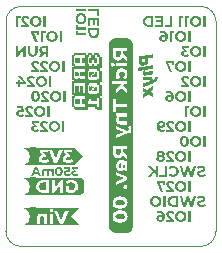
<source format=gbo>
G04*
G04 #@! TF.GenerationSoftware,Altium Limited,Altium Designer,24.6.1 (21)*
G04*
G04 Layer_Color=32896*
%FSLAX25Y25*%
%MOIN*%
G70*
G04*
G04 #@! TF.SameCoordinates,E89A06A7-0658-4A87-8E90-D679E4E66743*
G04*
G04*
G04 #@! TF.FilePolarity,Positive*
G04*
G01*
G75*
%ADD11C,0.00394*%
%ADD76R,0.02000X0.05906*%
G36*
X6571Y76797D02*
X6653Y76793D01*
X6733Y76784D01*
X6806Y76774D01*
X6879Y76762D01*
X6946Y76746D01*
X7009Y76730D01*
X7067Y76714D01*
X7121Y76698D01*
X7168Y76682D01*
X7207Y76670D01*
X7242Y76654D01*
X7270Y76644D01*
X7289Y76635D01*
X7302Y76631D01*
X7305Y76628D01*
X7372Y76593D01*
X7432Y76558D01*
X7490Y76520D01*
X7544Y76482D01*
X7594Y76444D01*
X7642Y76402D01*
X7683Y76364D01*
X7722Y76326D01*
X7754Y76291D01*
X7785Y76259D01*
X7811Y76231D01*
X7830Y76205D01*
X7846Y76183D01*
X7858Y76167D01*
X7865Y76157D01*
X7868Y76154D01*
X7280Y75776D01*
X7232Y75836D01*
X7178Y75890D01*
X7127Y75935D01*
X7079Y75973D01*
X7035Y76002D01*
X7003Y76021D01*
X6990Y76027D01*
X6981Y76034D01*
X6974Y76037D01*
X6971D01*
X6901Y76065D01*
X6828Y76088D01*
X6758Y76104D01*
X6695Y76116D01*
X6640Y76122D01*
X6615D01*
X6596Y76126D01*
X6558D01*
X6462Y76119D01*
X6376Y76107D01*
X6342Y76100D01*
X6307Y76091D01*
X6275Y76078D01*
X6249Y76069D01*
X6224Y76059D01*
X6202Y76046D01*
X6186Y76037D01*
X6170Y76030D01*
X6160Y76021D01*
X6151Y76018D01*
X6144Y76011D01*
X6119Y75989D01*
X6097Y75967D01*
X6062Y75913D01*
X6036Y75862D01*
X6020Y75808D01*
X6008Y75763D01*
X6005Y75725D01*
X6001Y75709D01*
Y75700D01*
Y75693D01*
Y75690D01*
X6005Y75636D01*
X6014Y75585D01*
X6027Y75534D01*
X6039Y75490D01*
X6052Y75452D01*
X6065Y75423D01*
X6074Y75404D01*
X6078Y75401D01*
Y75397D01*
X6094Y75369D01*
X6109Y75340D01*
X6154Y75280D01*
X6202Y75223D01*
X6249Y75169D01*
X6294Y75121D01*
X6313Y75099D01*
X6329Y75083D01*
X6345Y75067D01*
X6354Y75057D01*
X6361Y75051D01*
X6364Y75048D01*
X7709Y73779D01*
Y73257D01*
X5073D01*
Y73912D01*
X6574D01*
X5772Y74669D01*
X5712Y74730D01*
X5655Y74784D01*
X5601Y74841D01*
X5556Y74892D01*
X5512Y74943D01*
X5473Y74987D01*
X5442Y75032D01*
X5410Y75073D01*
X5384Y75108D01*
X5365Y75140D01*
X5346Y75169D01*
X5333Y75191D01*
X5321Y75210D01*
X5314Y75223D01*
X5308Y75232D01*
Y75235D01*
X5267Y75331D01*
X5238Y75426D01*
X5216Y75515D01*
X5203Y75598D01*
X5197Y75633D01*
X5194Y75668D01*
X5190Y75696D01*
Y75722D01*
X5187Y75741D01*
Y75757D01*
Y75766D01*
Y75770D01*
X5190Y75827D01*
X5194Y75884D01*
X5213Y75989D01*
X5225Y76037D01*
X5238Y76081D01*
X5254Y76122D01*
X5267Y76161D01*
X5283Y76196D01*
X5299Y76227D01*
X5311Y76253D01*
X5324Y76275D01*
X5333Y76294D01*
X5343Y76307D01*
X5346Y76313D01*
X5349Y76316D01*
X5416Y76399D01*
X5489Y76469D01*
X5566Y76533D01*
X5639Y76581D01*
X5702Y76622D01*
X5731Y76638D01*
X5756Y76650D01*
X5776Y76660D01*
X5791Y76666D01*
X5801Y76673D01*
X5804D01*
X5915Y76714D01*
X6033Y76746D01*
X6148Y76768D01*
X6202Y76778D01*
X6252Y76784D01*
X6300Y76790D01*
X6345Y76793D01*
X6386Y76797D01*
X6418D01*
X6447Y76800D01*
X6485D01*
X6571Y76797D01*
D02*
G37*
G36*
X66610Y73257D02*
X65802D01*
Y76743D01*
X66610D01*
Y73257D01*
D02*
G37*
G36*
X13299D02*
X12492D01*
Y76743D01*
X13299D01*
Y73257D01*
D02*
G37*
G36*
X61149Y76094D02*
X60450D01*
Y73257D01*
X59645D01*
Y76743D01*
X61149D01*
Y76094D01*
D02*
G37*
G36*
X59197D02*
X58497D01*
Y73257D01*
X57693D01*
Y76743D01*
X59197D01*
Y76094D01*
D02*
G37*
G36*
X4901D02*
X4201D01*
Y73257D01*
X3397D01*
Y76743D01*
X4901D01*
Y76094D01*
D02*
G37*
G36*
X55457Y73257D02*
X52900D01*
Y73912D01*
X54650D01*
Y76743D01*
X55457D01*
Y73257D01*
D02*
G37*
G36*
X52449D02*
X49749D01*
Y73903D01*
X51644D01*
Y74711D01*
X50026D01*
Y75337D01*
X51644D01*
Y76094D01*
X49813D01*
Y76743D01*
X52449D01*
Y73257D01*
D02*
G37*
G36*
X49107D02*
X47523D01*
X47418Y73260D01*
X47316Y73267D01*
X47218Y73276D01*
X47126Y73292D01*
X47037Y73308D01*
X46954Y73327D01*
X46878Y73346D01*
X46808Y73365D01*
X46744Y73385D01*
X46687Y73407D01*
X46636Y73423D01*
X46595Y73439D01*
X46563Y73454D01*
X46537Y73464D01*
X46525Y73470D01*
X46518Y73474D01*
X46439Y73515D01*
X46362Y73563D01*
X46292Y73610D01*
X46229Y73661D01*
X46168Y73709D01*
X46111Y73760D01*
X46060Y73811D01*
X46016Y73858D01*
X45974Y73903D01*
X45939Y73947D01*
X45911Y73982D01*
X45885Y74017D01*
X45866Y74043D01*
X45854Y74065D01*
X45844Y74078D01*
X45841Y74081D01*
X45800Y74157D01*
X45761Y74234D01*
X45730Y74313D01*
X45701Y74393D01*
X45679Y74469D01*
X45660Y74545D01*
X45641Y74618D01*
X45628Y74688D01*
X45618Y74755D01*
X45612Y74812D01*
X45606Y74866D01*
X45602Y74911D01*
X45599Y74949D01*
Y74978D01*
Y74994D01*
Y75000D01*
X45602Y75095D01*
X45609Y75188D01*
X45621Y75277D01*
X45637Y75362D01*
X45656Y75442D01*
X45676Y75518D01*
X45698Y75588D01*
X45720Y75652D01*
X45742Y75709D01*
X45765Y75760D01*
X45784Y75805D01*
X45803Y75843D01*
X45819Y75875D01*
X45831Y75894D01*
X45838Y75910D01*
X45841Y75913D01*
X45889Y75986D01*
X45939Y76053D01*
X45994Y76116D01*
X46048Y76173D01*
X46105Y76231D01*
X46162Y76278D01*
X46216Y76326D01*
X46270Y76367D01*
X46321Y76402D01*
X46369Y76434D01*
X46410Y76460D01*
X46445Y76482D01*
X46477Y76501D01*
X46499Y76514D01*
X46512Y76520D01*
X46518Y76523D01*
X46601Y76561D01*
X46687Y76596D01*
X46773Y76625D01*
X46859Y76650D01*
X46944Y76673D01*
X47027Y76689D01*
X47107Y76705D01*
X47183Y76714D01*
X47256Y76724D01*
X47320Y76730D01*
X47377Y76736D01*
X47428Y76740D01*
X47469Y76743D01*
X49107D01*
Y73257D01*
D02*
G37*
G36*
X63385Y76797D02*
X63484Y76790D01*
X63576Y76778D01*
X63668Y76762D01*
X63754Y76746D01*
X63833Y76727D01*
X63907Y76705D01*
X63976Y76682D01*
X64040Y76660D01*
X64097Y76638D01*
X64145Y76619D01*
X64186Y76603D01*
X64218Y76587D01*
X64244Y76574D01*
X64256Y76568D01*
X64263Y76565D01*
X64342Y76520D01*
X64419Y76469D01*
X64488Y76418D01*
X64552Y76367D01*
X64616Y76313D01*
X64670Y76259D01*
X64721Y76208D01*
X64768Y76157D01*
X64810Y76110D01*
X64845Y76065D01*
X64876Y76024D01*
X64902Y75989D01*
X64921Y75960D01*
X64934Y75941D01*
X64943Y75925D01*
X64946Y75922D01*
X64991Y75846D01*
X65026Y75766D01*
X65061Y75684D01*
X65086Y75604D01*
X65112Y75528D01*
X65131Y75452D01*
X65147Y75378D01*
X65159Y75309D01*
X65172Y75242D01*
X65179Y75184D01*
X65185Y75130D01*
X65188Y75086D01*
Y75051D01*
X65191Y75022D01*
Y75006D01*
Y75000D01*
X65188Y74905D01*
X65182Y74812D01*
X65169Y74723D01*
X65153Y74638D01*
X65134Y74558D01*
X65115Y74482D01*
X65093Y74409D01*
X65067Y74345D01*
X65045Y74284D01*
X65023Y74230D01*
X65004Y74186D01*
X64985Y74148D01*
X64969Y74116D01*
X64956Y74094D01*
X64950Y74081D01*
X64946Y74075D01*
X64899Y74001D01*
X64845Y73928D01*
X64790Y73862D01*
X64733Y73801D01*
X64679Y73744D01*
X64622Y73690D01*
X64565Y73642D01*
X64511Y73601D01*
X64460Y73563D01*
X64412Y73528D01*
X64371Y73499D01*
X64336Y73474D01*
X64304Y73458D01*
X64282Y73442D01*
X64269Y73435D01*
X64263Y73432D01*
X64180Y73391D01*
X64094Y73356D01*
X64011Y73324D01*
X63926Y73299D01*
X63843Y73276D01*
X63763Y73257D01*
X63684Y73242D01*
X63611Y73229D01*
X63544Y73219D01*
X63480Y73213D01*
X63426Y73207D01*
X63379Y73203D01*
X63340D01*
X63312Y73200D01*
X63286D01*
X63185Y73203D01*
X63089Y73210D01*
X62994Y73222D01*
X62905Y73235D01*
X62819Y73254D01*
X62739Y73273D01*
X62663Y73295D01*
X62593Y73318D01*
X62533Y73337D01*
X62476Y73359D01*
X62428Y73378D01*
X62386Y73397D01*
X62355Y73410D01*
X62329Y73423D01*
X62317Y73429D01*
X62310Y73432D01*
X62231Y73477D01*
X62154Y73528D01*
X62084Y73579D01*
X62021Y73629D01*
X61957Y73684D01*
X61903Y73738D01*
X61852Y73792D01*
X61804Y73839D01*
X61763Y73887D01*
X61728Y73931D01*
X61696Y73973D01*
X61671Y74008D01*
X61652Y74037D01*
X61639Y74055D01*
X61630Y74071D01*
X61626Y74075D01*
X61582Y74154D01*
X61544Y74234D01*
X61512Y74313D01*
X61483Y74393D01*
X61458Y74472D01*
X61439Y74548D01*
X61423Y74622D01*
X61410Y74691D01*
X61401Y74755D01*
X61391Y74816D01*
X61385Y74870D01*
X61382Y74914D01*
X61378Y74949D01*
Y74978D01*
Y74994D01*
Y75000D01*
X61382Y75095D01*
X61388Y75188D01*
X61401Y75277D01*
X61417Y75359D01*
X61436Y75442D01*
X61458Y75518D01*
X61480Y75588D01*
X61502Y75652D01*
X61525Y75712D01*
X61547Y75766D01*
X61569Y75811D01*
X61588Y75849D01*
X61604Y75881D01*
X61617Y75903D01*
X61623Y75919D01*
X61626Y75922D01*
X61674Y75999D01*
X61728Y76069D01*
X61782Y76135D01*
X61836Y76196D01*
X61893Y76253D01*
X61951Y76307D01*
X62008Y76355D01*
X62062Y76396D01*
X62113Y76437D01*
X62161Y76469D01*
X62202Y76498D01*
X62237Y76523D01*
X62269Y76539D01*
X62291Y76555D01*
X62304Y76561D01*
X62310Y76565D01*
X62393Y76606D01*
X62476Y76641D01*
X62561Y76673D01*
X62644Y76701D01*
X62727Y76724D01*
X62809Y76743D01*
X62886Y76758D01*
X62959Y76771D01*
X63029Y76781D01*
X63092Y76787D01*
X63147Y76793D01*
X63194Y76797D01*
X63232Y76800D01*
X63286D01*
X63385Y76797D01*
D02*
G37*
G36*
X10075D02*
X10174Y76790D01*
X10266Y76778D01*
X10358Y76762D01*
X10444Y76746D01*
X10523Y76727D01*
X10596Y76705D01*
X10666Y76682D01*
X10730Y76660D01*
X10787Y76638D01*
X10835Y76619D01*
X10876Y76603D01*
X10908Y76587D01*
X10933Y76574D01*
X10946Y76568D01*
X10953Y76565D01*
X11032Y76520D01*
X11108Y76469D01*
X11178Y76418D01*
X11242Y76367D01*
X11305Y76313D01*
X11360Y76259D01*
X11411Y76208D01*
X11458Y76157D01*
X11500Y76110D01*
X11535Y76065D01*
X11566Y76024D01*
X11592Y75989D01*
X11611Y75960D01*
X11624Y75941D01*
X11633Y75925D01*
X11636Y75922D01*
X11681Y75846D01*
X11716Y75766D01*
X11751Y75684D01*
X11776Y75604D01*
X11802Y75528D01*
X11821Y75452D01*
X11837Y75378D01*
X11849Y75309D01*
X11862Y75242D01*
X11868Y75184D01*
X11875Y75130D01*
X11878Y75086D01*
Y75051D01*
X11881Y75022D01*
Y75006D01*
Y75000D01*
X11878Y74905D01*
X11872Y74812D01*
X11859Y74723D01*
X11843Y74638D01*
X11824Y74558D01*
X11805Y74482D01*
X11783Y74409D01*
X11757Y74345D01*
X11735Y74284D01*
X11713Y74230D01*
X11693Y74186D01*
X11674Y74148D01*
X11659Y74116D01*
X11646Y74094D01*
X11639Y74081D01*
X11636Y74075D01*
X11589Y74001D01*
X11535Y73928D01*
X11480Y73862D01*
X11423Y73801D01*
X11369Y73744D01*
X11312Y73690D01*
X11255Y73642D01*
X11201Y73601D01*
X11150Y73563D01*
X11102Y73528D01*
X11061Y73499D01*
X11026Y73474D01*
X10994Y73458D01*
X10972Y73442D01*
X10959Y73435D01*
X10953Y73432D01*
X10870Y73391D01*
X10784Y73356D01*
X10701Y73324D01*
X10616Y73299D01*
X10533Y73276D01*
X10453Y73257D01*
X10374Y73242D01*
X10301Y73229D01*
X10234Y73219D01*
X10170Y73213D01*
X10116Y73207D01*
X10069Y73203D01*
X10030D01*
X10002Y73200D01*
X9976D01*
X9875Y73203D01*
X9779Y73210D01*
X9684Y73222D01*
X9595Y73235D01*
X9509Y73254D01*
X9429Y73273D01*
X9353Y73295D01*
X9283Y73318D01*
X9223Y73337D01*
X9165Y73359D01*
X9118Y73378D01*
X9076Y73397D01*
X9045Y73410D01*
X9019Y73423D01*
X9006Y73429D01*
X9000Y73432D01*
X8920Y73477D01*
X8844Y73528D01*
X8774Y73579D01*
X8711Y73629D01*
X8647Y73684D01*
X8593Y73738D01*
X8542Y73792D01*
X8494Y73839D01*
X8453Y73887D01*
X8418Y73931D01*
X8386Y73973D01*
X8361Y74008D01*
X8342Y74037D01*
X8329Y74055D01*
X8320Y74071D01*
X8316Y74075D01*
X8272Y74154D01*
X8234Y74234D01*
X8202Y74313D01*
X8173Y74393D01*
X8148Y74472D01*
X8129Y74548D01*
X8113Y74622D01*
X8100Y74691D01*
X8091Y74755D01*
X8081Y74816D01*
X8075Y74870D01*
X8072Y74914D01*
X8068Y74949D01*
Y74978D01*
Y74994D01*
Y75000D01*
X8072Y75095D01*
X8078Y75188D01*
X8091Y75277D01*
X8106Y75359D01*
X8125Y75442D01*
X8148Y75518D01*
X8170Y75588D01*
X8192Y75652D01*
X8215Y75712D01*
X8237Y75766D01*
X8259Y75811D01*
X8278Y75849D01*
X8294Y75881D01*
X8307Y75903D01*
X8313Y75919D01*
X8316Y75922D01*
X8364Y75999D01*
X8418Y76069D01*
X8472Y76135D01*
X8526Y76196D01*
X8584Y76253D01*
X8641Y76307D01*
X8698Y76355D01*
X8752Y76396D01*
X8803Y76437D01*
X8851Y76469D01*
X8892Y76498D01*
X8927Y76523D01*
X8959Y76539D01*
X8981Y76555D01*
X8994Y76561D01*
X9000Y76565D01*
X9083Y76606D01*
X9165Y76641D01*
X9251Y76673D01*
X9334Y76701D01*
X9417Y76724D01*
X9499Y76743D01*
X9576Y76758D01*
X9649Y76771D01*
X9719Y76781D01*
X9782Y76787D01*
X9836Y76793D01*
X9884Y76797D01*
X9922Y76800D01*
X9976D01*
X10075Y76797D01*
D02*
G37*
G36*
X11192Y70515D02*
X10473D01*
Y71084D01*
X9319D01*
X10569Y68257D01*
X9691D01*
X8397Y71218D01*
Y71743D01*
X11192D01*
Y70515D01*
D02*
G37*
G36*
X52356Y71797D02*
X52448Y71790D01*
X52540Y71781D01*
X52626Y71765D01*
X52706Y71749D01*
X52782Y71730D01*
X52855Y71711D01*
X52918Y71692D01*
X52979Y71670D01*
X53030Y71650D01*
X53078Y71631D01*
X53116Y71615D01*
X53144Y71600D01*
X53167Y71590D01*
X53183Y71584D01*
X53186Y71580D01*
X53259Y71539D01*
X53329Y71491D01*
X53392Y71441D01*
X53453Y71390D01*
X53507Y71336D01*
X53561Y71281D01*
X53605Y71231D01*
X53650Y71180D01*
X53688Y71129D01*
X53720Y71084D01*
X53749Y71043D01*
X53771Y71008D01*
X53790Y70979D01*
X53803Y70957D01*
X53809Y70944D01*
X53812Y70938D01*
X53850Y70859D01*
X53885Y70773D01*
X53914Y70687D01*
X53939Y70601D01*
X53962Y70515D01*
X53981Y70433D01*
X53997Y70350D01*
X54006Y70274D01*
X54016Y70200D01*
X54022Y70134D01*
X54028Y70073D01*
X54031Y70022D01*
X54035Y69981D01*
Y69949D01*
Y69940D01*
Y69930D01*
Y69927D01*
Y69924D01*
X54031Y69774D01*
X54016Y69631D01*
X53997Y69498D01*
X53971Y69374D01*
X53939Y69259D01*
X53904Y69154D01*
X53866Y69059D01*
X53828Y68973D01*
X53790Y68897D01*
X53752Y68830D01*
X53717Y68776D01*
X53685Y68728D01*
X53659Y68693D01*
X53640Y68668D01*
X53624Y68652D01*
X53621Y68645D01*
X53542Y68566D01*
X53453Y68499D01*
X53361Y68439D01*
X53268Y68388D01*
X53173Y68346D01*
X53078Y68308D01*
X52985Y68280D01*
X52893Y68257D01*
X52807Y68238D01*
X52731Y68222D01*
X52658Y68213D01*
X52597Y68207D01*
X52547Y68203D01*
X52527D01*
X52508Y68200D01*
X52477D01*
X52407Y68203D01*
X52343Y68207D01*
X52216Y68222D01*
X52158Y68232D01*
X52105Y68245D01*
X52050Y68257D01*
X52003Y68270D01*
X51961Y68283D01*
X51923Y68296D01*
X51888Y68308D01*
X51860Y68318D01*
X51837Y68327D01*
X51821Y68334D01*
X51812Y68340D01*
X51809D01*
X51701Y68397D01*
X51653Y68429D01*
X51605Y68461D01*
X51564Y68496D01*
X51526Y68531D01*
X51491Y68563D01*
X51456Y68594D01*
X51427Y68626D01*
X51402Y68652D01*
X51383Y68677D01*
X51363Y68699D01*
X51351Y68718D01*
X51341Y68731D01*
X51335Y68741D01*
X51332Y68744D01*
X51300Y68795D01*
X51275Y68846D01*
X51249Y68900D01*
X51230Y68951D01*
X51198Y69055D01*
X51179Y69151D01*
X51173Y69192D01*
X51166Y69234D01*
X51163Y69269D01*
X51160Y69300D01*
X51157Y69323D01*
Y69342D01*
Y69354D01*
Y69358D01*
X51160Y69418D01*
X51163Y69475D01*
X51182Y69580D01*
X51195Y69631D01*
X51208Y69679D01*
X51220Y69720D01*
X51236Y69762D01*
X51252Y69797D01*
X51265Y69828D01*
X51278Y69857D01*
X51290Y69879D01*
X51300Y69898D01*
X51310Y69914D01*
X51313Y69920D01*
X51316Y69924D01*
X51379Y70013D01*
X51449Y70089D01*
X51522Y70153D01*
X51592Y70207D01*
X51656Y70251D01*
X51682Y70267D01*
X51707Y70280D01*
X51726Y70293D01*
X51739Y70299D01*
X51748Y70305D01*
X51752D01*
X51802Y70331D01*
X51856Y70350D01*
X51961Y70385D01*
X52063Y70410D01*
X52111Y70417D01*
X52158Y70426D01*
X52200Y70429D01*
X52238Y70436D01*
X52273Y70439D01*
X52302D01*
X52327Y70442D01*
X52359D01*
X52461Y70439D01*
X52556Y70429D01*
X52645Y70413D01*
X52728Y70394D01*
X52804Y70372D01*
X52874Y70343D01*
X52938Y70318D01*
X52998Y70289D01*
X53049Y70258D01*
X53093Y70232D01*
X53132Y70207D01*
X53163Y70181D01*
X53189Y70162D01*
X53205Y70146D01*
X53218Y70137D01*
X53221Y70134D01*
X53214Y70223D01*
X53202Y70309D01*
X53186Y70385D01*
X53167Y70458D01*
X53144Y70525D01*
X53122Y70588D01*
X53097Y70642D01*
X53071Y70693D01*
X53049Y70738D01*
X53023Y70776D01*
X53001Y70811D01*
X52982Y70836D01*
X52963Y70859D01*
X52950Y70871D01*
X52944Y70881D01*
X52941Y70884D01*
X52890Y70929D01*
X52836Y70970D01*
X52779Y71005D01*
X52721Y71034D01*
X52661Y71059D01*
X52604Y71081D01*
X52547Y71097D01*
X52492Y71113D01*
X52438Y71122D01*
X52391Y71132D01*
X52349Y71138D01*
X52311Y71142D01*
X52279D01*
X52257Y71145D01*
X52238D01*
X52165Y71142D01*
X52098Y71138D01*
X52031Y71129D01*
X51971Y71116D01*
X51911Y71103D01*
X51860Y71091D01*
X51809Y71075D01*
X51764Y71059D01*
X51723Y71040D01*
X51688Y71024D01*
X51659Y71011D01*
X51634Y70999D01*
X51612Y70986D01*
X51599Y70976D01*
X51589Y70973D01*
X51586Y70970D01*
X51287Y71561D01*
X51357Y71603D01*
X51430Y71638D01*
X51503Y71666D01*
X51570Y71692D01*
X51631Y71711D01*
X51656Y71720D01*
X51678Y71727D01*
X51697Y71730D01*
X51710Y71733D01*
X51720Y71736D01*
X51723D01*
X51818Y71759D01*
X51914Y71774D01*
X52006Y71784D01*
X52085Y71794D01*
X52123D01*
X52155Y71797D01*
X52184D01*
X52209Y71800D01*
X52257D01*
X52356Y71797D01*
D02*
G37*
G36*
X41382Y69119D02*
X42085Y68416D01*
X42466Y67497D01*
X42466Y67000D01*
X42466D01*
Y7000D01*
X34466D01*
Y67000D01*
X34466D01*
Y67497D01*
X34846Y68416D01*
X35550Y69119D01*
X36468Y69500D01*
X36966Y69500D01*
X36966Y69500D01*
X39966Y69500D01*
X40463Y69500D01*
X41382Y69119D01*
D02*
G37*
G36*
X61610Y68257D02*
X60802D01*
Y71743D01*
X61610D01*
Y68257D01*
D02*
G37*
G36*
X18700D02*
X17892D01*
Y71743D01*
X18700D01*
Y68257D01*
D02*
G37*
G36*
X56149Y71094D02*
X55450D01*
Y68257D01*
X54645D01*
Y71743D01*
X56149D01*
Y71094D01*
D02*
G37*
G36*
X13240D02*
X12540D01*
Y68257D01*
X11736D01*
Y71743D01*
X13240D01*
Y71094D01*
D02*
G37*
G36*
X58385Y71797D02*
X58483Y71790D01*
X58576Y71778D01*
X58668Y71762D01*
X58754Y71746D01*
X58833Y71727D01*
X58907Y71705D01*
X58976Y71682D01*
X59040Y71660D01*
X59097Y71638D01*
X59145Y71619D01*
X59186Y71603D01*
X59218Y71587D01*
X59244Y71574D01*
X59256Y71568D01*
X59263Y71565D01*
X59342Y71520D01*
X59418Y71469D01*
X59488Y71418D01*
X59552Y71367D01*
X59616Y71313D01*
X59670Y71259D01*
X59721Y71208D01*
X59768Y71157D01*
X59810Y71110D01*
X59845Y71065D01*
X59876Y71024D01*
X59902Y70989D01*
X59921Y70960D01*
X59934Y70941D01*
X59943Y70925D01*
X59946Y70922D01*
X59991Y70846D01*
X60026Y70766D01*
X60061Y70684D01*
X60086Y70604D01*
X60112Y70528D01*
X60131Y70451D01*
X60147Y70378D01*
X60159Y70309D01*
X60172Y70242D01*
X60179Y70184D01*
X60185Y70130D01*
X60188Y70086D01*
Y70051D01*
X60191Y70022D01*
Y70006D01*
Y70000D01*
X60188Y69905D01*
X60182Y69812D01*
X60169Y69723D01*
X60153Y69638D01*
X60134Y69558D01*
X60115Y69482D01*
X60093Y69409D01*
X60067Y69345D01*
X60045Y69284D01*
X60023Y69230D01*
X60004Y69186D01*
X59984Y69148D01*
X59969Y69116D01*
X59956Y69094D01*
X59949Y69081D01*
X59946Y69075D01*
X59899Y69002D01*
X59845Y68928D01*
X59790Y68862D01*
X59733Y68801D01*
X59679Y68744D01*
X59622Y68690D01*
X59565Y68642D01*
X59511Y68601D01*
X59460Y68563D01*
X59412Y68528D01*
X59371Y68499D01*
X59336Y68474D01*
X59304Y68458D01*
X59282Y68442D01*
X59269Y68435D01*
X59263Y68432D01*
X59180Y68391D01*
X59094Y68356D01*
X59011Y68324D01*
X58926Y68299D01*
X58843Y68276D01*
X58763Y68257D01*
X58684Y68241D01*
X58611Y68229D01*
X58544Y68219D01*
X58480Y68213D01*
X58426Y68207D01*
X58379Y68203D01*
X58340D01*
X58312Y68200D01*
X58286D01*
X58185Y68203D01*
X58089Y68210D01*
X57994Y68222D01*
X57905Y68235D01*
X57819Y68254D01*
X57739Y68273D01*
X57663Y68296D01*
X57593Y68318D01*
X57533Y68337D01*
X57476Y68359D01*
X57428Y68378D01*
X57386Y68397D01*
X57355Y68410D01*
X57329Y68423D01*
X57316Y68429D01*
X57310Y68432D01*
X57231Y68477D01*
X57154Y68528D01*
X57084Y68578D01*
X57021Y68629D01*
X56957Y68683D01*
X56903Y68738D01*
X56852Y68792D01*
X56805Y68839D01*
X56763Y68887D01*
X56728Y68932D01*
X56696Y68973D01*
X56671Y69008D01*
X56652Y69037D01*
X56639Y69055D01*
X56630Y69071D01*
X56626Y69075D01*
X56582Y69154D01*
X56544Y69234D01*
X56512Y69313D01*
X56483Y69393D01*
X56458Y69472D01*
X56439Y69548D01*
X56423Y69622D01*
X56410Y69691D01*
X56401Y69755D01*
X56391Y69815D01*
X56385Y69870D01*
X56382Y69914D01*
X56378Y69949D01*
Y69978D01*
Y69994D01*
Y70000D01*
X56382Y70095D01*
X56388Y70188D01*
X56401Y70277D01*
X56416Y70359D01*
X56436Y70442D01*
X56458Y70518D01*
X56480Y70588D01*
X56502Y70652D01*
X56525Y70712D01*
X56547Y70766D01*
X56569Y70811D01*
X56588Y70849D01*
X56604Y70881D01*
X56617Y70903D01*
X56623Y70919D01*
X56626Y70922D01*
X56674Y70999D01*
X56728Y71069D01*
X56782Y71135D01*
X56836Y71196D01*
X56893Y71253D01*
X56951Y71307D01*
X57008Y71355D01*
X57062Y71396D01*
X57113Y71437D01*
X57161Y71469D01*
X57202Y71498D01*
X57237Y71523D01*
X57269Y71539D01*
X57291Y71555D01*
X57304Y71561D01*
X57310Y71565D01*
X57393Y71606D01*
X57476Y71641D01*
X57561Y71673D01*
X57644Y71701D01*
X57727Y71724D01*
X57809Y71743D01*
X57886Y71759D01*
X57959Y71771D01*
X58029Y71781D01*
X58092Y71787D01*
X58147Y71794D01*
X58194Y71797D01*
X58232Y71800D01*
X58286D01*
X58385Y71797D01*
D02*
G37*
G36*
X15476D02*
X15574Y71790D01*
X15666Y71778D01*
X15759Y71762D01*
X15844Y71746D01*
X15924Y71727D01*
X15997Y71705D01*
X16067Y71682D01*
X16131Y71660D01*
X16188Y71638D01*
X16236Y71619D01*
X16277Y71603D01*
X16309Y71587D01*
X16334Y71574D01*
X16347Y71568D01*
X16353Y71565D01*
X16433Y71520D01*
X16509Y71469D01*
X16579Y71418D01*
X16643Y71367D01*
X16706Y71313D01*
X16760Y71259D01*
X16811Y71208D01*
X16859Y71157D01*
X16900Y71110D01*
X16935Y71065D01*
X16967Y71024D01*
X16992Y70989D01*
X17011Y70960D01*
X17024Y70941D01*
X17034Y70925D01*
X17037Y70922D01*
X17082Y70846D01*
X17116Y70766D01*
X17151Y70684D01*
X17177Y70604D01*
X17202Y70528D01*
X17221Y70451D01*
X17237Y70378D01*
X17250Y70309D01*
X17263Y70242D01*
X17269Y70184D01*
X17275Y70130D01*
X17279Y70086D01*
Y70051D01*
X17282Y70022D01*
Y70006D01*
Y70000D01*
X17279Y69905D01*
X17272Y69812D01*
X17259Y69723D01*
X17244Y69638D01*
X17225Y69558D01*
X17206Y69482D01*
X17183Y69409D01*
X17158Y69345D01*
X17135Y69284D01*
X17113Y69230D01*
X17094Y69186D01*
X17075Y69148D01*
X17059Y69116D01*
X17047Y69094D01*
X17040Y69081D01*
X17037Y69075D01*
X16989Y69002D01*
X16935Y68928D01*
X16881Y68862D01*
X16824Y68801D01*
X16770Y68744D01*
X16713Y68690D01*
X16655Y68642D01*
X16601Y68601D01*
X16550Y68563D01*
X16503Y68528D01*
X16461Y68499D01*
X16426Y68474D01*
X16395Y68458D01*
X16372Y68442D01*
X16360Y68435D01*
X16353Y68432D01*
X16271Y68391D01*
X16185Y68356D01*
X16102Y68324D01*
X16016Y68299D01*
X15934Y68276D01*
X15854Y68257D01*
X15775Y68241D01*
X15701Y68229D01*
X15635Y68219D01*
X15571Y68213D01*
X15517Y68207D01*
X15469Y68203D01*
X15431D01*
X15402Y68200D01*
X15377D01*
X15275Y68203D01*
X15180Y68210D01*
X15084Y68222D01*
X14995Y68235D01*
X14909Y68254D01*
X14830Y68273D01*
X14754Y68296D01*
X14684Y68318D01*
X14623Y68337D01*
X14566Y68359D01*
X14518Y68378D01*
X14477Y68397D01*
X14445Y68410D01*
X14420Y68423D01*
X14407Y68429D01*
X14401Y68432D01*
X14321Y68477D01*
X14245Y68528D01*
X14175Y68578D01*
X14111Y68629D01*
X14048Y68683D01*
X13994Y68738D01*
X13943Y68792D01*
X13895Y68839D01*
X13854Y68887D01*
X13819Y68932D01*
X13787Y68973D01*
X13761Y69008D01*
X13743Y69037D01*
X13730Y69055D01*
X13720Y69071D01*
X13717Y69075D01*
X13672Y69154D01*
X13634Y69234D01*
X13602Y69313D01*
X13574Y69393D01*
X13548Y69472D01*
X13529Y69548D01*
X13513Y69622D01*
X13501Y69691D01*
X13491Y69755D01*
X13482Y69815D01*
X13475Y69870D01*
X13472Y69914D01*
X13469Y69949D01*
Y69978D01*
Y69994D01*
Y70000D01*
X13472Y70095D01*
X13478Y70188D01*
X13491Y70277D01*
X13507Y70359D01*
X13526Y70442D01*
X13548Y70518D01*
X13571Y70588D01*
X13593Y70652D01*
X13615Y70712D01*
X13637Y70766D01*
X13660Y70811D01*
X13679Y70849D01*
X13695Y70881D01*
X13708Y70903D01*
X13714Y70919D01*
X13717Y70922D01*
X13765Y70999D01*
X13819Y71069D01*
X13873Y71135D01*
X13927Y71196D01*
X13984Y71253D01*
X14041Y71307D01*
X14099Y71355D01*
X14153Y71396D01*
X14204Y71437D01*
X14251Y71469D01*
X14293Y71498D01*
X14328Y71523D01*
X14359Y71539D01*
X14382Y71555D01*
X14394Y71561D01*
X14401Y71565D01*
X14483Y71606D01*
X14566Y71641D01*
X14652Y71673D01*
X14735Y71701D01*
X14817Y71724D01*
X14900Y71743D01*
X14976Y71759D01*
X15049Y71771D01*
X15119Y71781D01*
X15183Y71787D01*
X15237Y71794D01*
X15285Y71797D01*
X15323Y71800D01*
X15377D01*
X15476Y71797D01*
D02*
G37*
G36*
X6596Y63286D02*
X5798D01*
Y65401D01*
X4058Y63286D01*
X3397D01*
Y66771D01*
X4195D01*
Y64653D01*
X5928Y66771D01*
X6596D01*
Y63286D01*
D02*
G37*
G36*
X30812Y64297D02*
X30840D01*
Y64325D01*
X30867D01*
Y64297D01*
X30895D01*
X30895Y64325D01*
X30923D01*
Y63799D01*
X30950D01*
X30978Y63799D01*
X31006Y63799D01*
Y63771D01*
X31034D01*
X31034Y63799D01*
X31172D01*
X31200Y63799D01*
X31227Y63799D01*
X31449D01*
Y63771D01*
X31421D01*
X31421Y63743D01*
X31449D01*
Y63716D01*
X31421Y63716D01*
Y63688D01*
X31449D01*
Y63660D01*
X31421D01*
X31421Y63633D01*
X31449D01*
Y63605D01*
X31421D01*
X31421Y63577D01*
X31449D01*
Y63550D01*
X31421D01*
Y63522D01*
X31449D01*
Y63494D01*
X31421D01*
Y63467D01*
X31449D01*
Y63439D01*
X31421D01*
Y63411D01*
X31449D01*
Y63384D01*
X31421D01*
X31421Y63356D01*
X31449Y63356D01*
Y63328D01*
X31421Y63328D01*
X31421Y63301D01*
X31449D01*
X31449Y63273D01*
X31476D01*
Y63245D01*
X31504D01*
X31504Y63273D01*
X31532D01*
Y63245D01*
X31560Y63245D01*
Y63273D01*
X31587D01*
Y63245D01*
X31615D01*
X31615Y63273D01*
X31642D01*
Y63245D01*
X31670D01*
Y63273D01*
X31698D01*
Y63245D01*
X31726Y63245D01*
Y63273D01*
X31753Y63273D01*
X31753Y63245D01*
X31781Y63245D01*
Y63273D01*
X31809Y63273D01*
Y63245D01*
X31836Y63245D01*
Y63273D01*
X31864Y63273D01*
Y63245D01*
X31892D01*
Y63273D01*
X31919D01*
Y63245D01*
X31947Y63245D01*
Y63217D01*
X31975D01*
X31975Y63190D01*
X31947Y63190D01*
Y63162D01*
X31975D01*
X31975Y63134D01*
X31947Y63134D01*
Y63107D01*
X31975D01*
Y63079D01*
X31947D01*
X31947Y63051D01*
X31975D01*
Y63024D01*
X31947Y63024D01*
Y62996D01*
X31975Y62996D01*
Y62968D01*
X31947Y62968D01*
Y62941D01*
X31975D01*
X31975Y62913D01*
X31947Y62913D01*
Y62885D01*
X31975D01*
Y62858D01*
X31947D01*
Y62830D01*
X31975Y62830D01*
Y62802D01*
X31947Y62802D01*
Y62774D01*
X31975D01*
Y62747D01*
X31947Y62747D01*
Y62719D01*
X31975D01*
X31975Y62691D01*
X31947D01*
X31947Y62664D01*
X31975D01*
Y62636D01*
X31947Y62636D01*
X31947Y62608D01*
X31975D01*
X31975Y62581D01*
X31947D01*
Y62553D01*
X31975D01*
Y62525D01*
X31947Y62525D01*
Y62498D01*
X31975Y62498D01*
Y62470D01*
X31947Y62470D01*
X31947Y62442D01*
X31975D01*
Y62415D01*
X31947D01*
Y62387D01*
X31975D01*
Y62359D01*
X31947D01*
Y62331D01*
X31975Y62331D01*
X31975Y62304D01*
X31947D01*
Y62276D01*
X31975D01*
Y62248D01*
X31947D01*
X31947Y62221D01*
X31975D01*
X31975Y62193D01*
X31947Y62193D01*
Y62165D01*
X31975Y62165D01*
X31975Y62138D01*
X31947D01*
Y62110D01*
X31975D01*
Y62082D01*
X31947D01*
Y62055D01*
X31975D01*
X31975Y62027D01*
X31947Y62027D01*
Y61999D01*
X31975D01*
Y61972D01*
X31947D01*
Y61944D01*
X31975D01*
Y61916D01*
X31947D01*
Y61889D01*
X31975Y61889D01*
Y61861D01*
X31947Y61861D01*
X31947Y61833D01*
X31975D01*
Y61805D01*
X31947D01*
Y61778D01*
X31975D01*
Y61750D01*
X31947D01*
Y61722D01*
X31975D01*
X31975Y61695D01*
X31947D01*
Y61667D01*
X31975Y61667D01*
X31975Y61639D01*
X31947D01*
X31947Y61612D01*
X31975Y61612D01*
Y61584D01*
X31947D01*
Y61556D01*
X31975Y61556D01*
Y61529D01*
X31947Y61529D01*
Y61501D01*
X31975Y61501D01*
Y61473D01*
X31947D01*
Y61446D01*
X31975D01*
Y61418D01*
X31947D01*
X31947Y61390D01*
X31975Y61390D01*
X31975Y61363D01*
X31947D01*
Y61335D01*
X31975D01*
Y61307D01*
X31947D01*
Y61279D01*
X31975Y61279D01*
Y61252D01*
X31947D01*
X31947Y61224D01*
X31975D01*
X31975Y61197D01*
X31947D01*
X31947Y61169D01*
X31975Y61169D01*
Y61141D01*
X31947D01*
Y61113D01*
X31975D01*
Y61086D01*
X31947Y61086D01*
Y61058D01*
X31975D01*
X31975Y61030D01*
X31947D01*
X31947Y61003D01*
X31975D01*
Y60975D01*
X31947Y60975D01*
Y60947D01*
X31975D01*
X31975Y60920D01*
X31947D01*
Y60892D01*
X31975D01*
X31975Y60864D01*
X31947Y60864D01*
Y60837D01*
X31975Y60837D01*
Y60809D01*
X31947D01*
X31947Y60781D01*
X31975D01*
Y60754D01*
X31947Y60754D01*
Y60726D01*
X31975D01*
Y60698D01*
X31947Y60698D01*
Y60671D01*
X31975D01*
Y60643D01*
X31947D01*
Y60615D01*
X31975Y60615D01*
X31975Y60587D01*
X31947D01*
Y60560D01*
X31975D01*
Y60532D01*
X31947D01*
Y60504D01*
X31975D01*
Y60477D01*
X31947Y60477D01*
Y60449D01*
X31975Y60449D01*
X31975Y60421D01*
X31947D01*
Y60394D01*
X31975Y60394D01*
X31975Y60366D01*
X31947Y60366D01*
Y60338D01*
X31975D01*
X31975Y60311D01*
X31947D01*
Y60283D01*
X31975Y60283D01*
X31975Y60255D01*
X31947Y60255D01*
Y60228D01*
X31975D01*
Y60200D01*
X31947Y60200D01*
Y60172D01*
X31975D01*
X31975Y60145D01*
X31947Y60144D01*
Y60117D01*
X31975D01*
Y60089D01*
X31947D01*
Y60061D01*
X31975D01*
X31975Y60034D01*
X31947D01*
Y60006D01*
X31975D01*
Y59978D01*
X31947D01*
Y59951D01*
X31975Y59951D01*
Y59923D01*
X31947D01*
Y59895D01*
X31975Y59895D01*
Y59868D01*
X31947D01*
X31947Y59840D01*
X31975Y59840D01*
X31975Y59812D01*
X31947D01*
Y59785D01*
X31975D01*
Y59757D01*
X31947Y59757D01*
Y59729D01*
X31975D01*
Y59702D01*
X31947Y59702D01*
Y59674D01*
X31975D01*
Y59646D01*
X31947D01*
X31947Y59618D01*
X31975D01*
Y59591D01*
X31449D01*
Y59563D01*
X31421Y59563D01*
X31421Y59535D01*
X31449D01*
X31449Y59508D01*
X31421Y59508D01*
X31421Y59480D01*
X31449D01*
Y59452D01*
X31421D01*
Y59425D01*
X31449Y59425D01*
Y59397D01*
X31421D01*
Y59369D01*
X31449D01*
Y59342D01*
X31421D01*
Y59314D01*
X31449D01*
Y59286D01*
X31421D01*
X31421Y59259D01*
X31449D01*
Y59231D01*
X31421Y59231D01*
X31421Y59203D01*
X31449Y59203D01*
X31449Y59175D01*
X31421D01*
X31421Y59148D01*
X31449D01*
X31449Y59120D01*
X31421Y59120D01*
X31421Y59092D01*
X31449D01*
Y59065D01*
X31421D01*
Y59037D01*
X31449D01*
Y59009D01*
X31421D01*
Y58982D01*
X31449D01*
Y58954D01*
X31421Y58954D01*
X31421Y58926D01*
X31449D01*
Y58899D01*
X31421D01*
X31421Y58871D01*
X31449D01*
Y58843D01*
X31421D01*
Y58816D01*
X31449D01*
X31449Y58788D01*
X31421D01*
Y58760D01*
X31449Y58760D01*
Y58732D01*
X31421Y58732D01*
Y58705D01*
X31449D01*
X31449Y58677D01*
X31421D01*
X31421Y58649D01*
X31449D01*
Y58622D01*
X31421D01*
X31421Y58594D01*
X31449D01*
Y58566D01*
X31421D01*
Y58539D01*
X31947D01*
Y58511D01*
X31975D01*
Y58483D01*
X31947D01*
Y58456D01*
X31975Y58456D01*
Y58428D01*
X31947Y58428D01*
Y58400D01*
X31975Y58400D01*
Y58373D01*
X31947Y58373D01*
Y58345D01*
X31975D01*
Y58317D01*
X31947D01*
Y58290D01*
X31975Y58290D01*
X31975Y58262D01*
X31947Y58262D01*
Y58234D01*
X31975Y58234D01*
X31975Y58206D01*
X31947D01*
Y58179D01*
X31975D01*
Y58151D01*
X31947Y58151D01*
Y58123D01*
X31975D01*
X31975Y58096D01*
X31947D01*
Y58068D01*
X31975D01*
Y58040D01*
X31947D01*
X31947Y58013D01*
X31975D01*
Y57985D01*
X31947D01*
X31947Y57957D01*
X31975Y57957D01*
Y57930D01*
X31947Y57930D01*
Y57902D01*
X31975D01*
Y57874D01*
X31947Y57874D01*
Y57847D01*
X31975D01*
Y57819D01*
X31947D01*
X31947Y57791D01*
X31975D01*
Y57764D01*
X31947Y57764D01*
Y57736D01*
X31975Y57736D01*
Y57708D01*
X31947D01*
Y57680D01*
X31975D01*
Y57653D01*
X31947Y57653D01*
Y57625D01*
X31975Y57625D01*
Y57598D01*
X31947D01*
Y57570D01*
X31975Y57570D01*
Y57542D01*
X31947D01*
Y57514D01*
X31975D01*
Y57487D01*
X31947D01*
Y57459D01*
X31975Y57459D01*
Y57431D01*
X31947Y57431D01*
Y57404D01*
X31975D01*
Y57376D01*
X31947D01*
Y57348D01*
X31975Y57348D01*
X31975Y57321D01*
X31947Y57321D01*
X31947Y57293D01*
X31975Y57293D01*
Y57265D01*
X31947Y57265D01*
Y57238D01*
X31975Y57238D01*
Y57210D01*
X31947D01*
Y57182D01*
X31975Y57182D01*
X31975Y57155D01*
X31947Y57155D01*
Y57127D01*
X31975D01*
Y57099D01*
X31947D01*
Y57072D01*
X31975Y57072D01*
Y57044D01*
X31947Y57044D01*
Y57016D01*
X31975Y57016D01*
Y56988D01*
X31947Y56988D01*
Y56961D01*
X31975D01*
Y56933D01*
X31947Y56933D01*
X31947Y56905D01*
X31975D01*
Y56878D01*
X31947Y56878D01*
Y56850D01*
X31975D01*
X31975Y56822D01*
X31947D01*
Y56795D01*
X31975Y56795D01*
Y56767D01*
X31947Y56767D01*
Y56739D01*
X31975D01*
X31975Y56712D01*
X31947D01*
X31947Y56684D01*
X31975D01*
Y56656D01*
X31947D01*
Y56629D01*
X31975D01*
Y56601D01*
X31947D01*
Y56573D01*
X31975Y56573D01*
Y56546D01*
X31947D01*
Y56518D01*
X31975Y56518D01*
X31975Y56490D01*
X31947D01*
Y56462D01*
X31975D01*
X31975Y56435D01*
X31947D01*
Y56407D01*
X31975D01*
Y56379D01*
X31947Y56379D01*
Y56352D01*
X31975D01*
X31975Y56324D01*
X31947D01*
Y56296D01*
X31975D01*
Y56269D01*
X31947D01*
X31947Y56241D01*
X31975Y56241D01*
X31975Y56213D01*
X31947Y56213D01*
Y56186D01*
X31975D01*
Y56158D01*
X31947D01*
Y56130D01*
X31975D01*
Y56103D01*
X31947D01*
X31947Y56075D01*
X31975D01*
Y56047D01*
X31947Y56047D01*
X31947Y56019D01*
X31975D01*
Y55992D01*
X31947Y55992D01*
Y55964D01*
X31975D01*
Y55936D01*
X31947D01*
Y55909D01*
X31975Y55909D01*
X31975Y55881D01*
X31947Y55881D01*
X31947Y55853D01*
X31975D01*
Y55826D01*
X31947D01*
Y55798D01*
X31975D01*
X31975Y55770D01*
X31947Y55770D01*
Y55743D01*
X31975D01*
Y55715D01*
X31947D01*
X31947Y55687D01*
X31975D01*
Y55660D01*
X31947D01*
X31947Y55632D01*
X31975D01*
Y55604D01*
X31947D01*
Y55576D01*
X31975D01*
X31975Y55549D01*
X31947D01*
Y55521D01*
X31975D01*
Y55493D01*
X31947D01*
Y55466D01*
X31975D01*
Y55438D01*
X31947Y55438D01*
Y55410D01*
X31975Y55410D01*
X31975Y55383D01*
X31947Y55383D01*
Y55355D01*
X31975Y55355D01*
X31975Y55327D01*
X31947D01*
X31947Y55300D01*
X31975D01*
Y55272D01*
X31947D01*
X31947Y55244D01*
X31975D01*
Y55217D01*
X31947Y55217D01*
Y55189D01*
X31975D01*
X31975Y55161D01*
X31947D01*
Y55134D01*
X31975Y55134D01*
X31975Y55106D01*
X31947Y55106D01*
Y55078D01*
X31975D01*
X31975Y55050D01*
X31947D01*
X31947Y55023D01*
X31975D01*
Y54995D01*
X31947Y54995D01*
Y54967D01*
X31975Y54967D01*
Y54940D01*
X31947D01*
Y54912D01*
X31975Y54912D01*
Y54884D01*
X31947D01*
X31947Y54857D01*
X31919Y54857D01*
X31892Y54857D01*
X31864Y54857D01*
Y54829D01*
X31836D01*
Y54857D01*
X31809Y54857D01*
X31781Y54857D01*
X31753Y54857D01*
Y54829D01*
X31726D01*
Y54857D01*
X31642D01*
Y54829D01*
X31615D01*
Y54857D01*
X31532D01*
Y54829D01*
X31504D01*
X31504Y54857D01*
X31476D01*
X31449Y54857D01*
X31421Y54857D01*
X31421Y54829D01*
X31449D01*
Y54801D01*
X31421D01*
X31421Y54774D01*
X31449D01*
Y54746D01*
X31421D01*
Y54718D01*
X31449Y54718D01*
Y54691D01*
X31421D01*
X31421Y54663D01*
X31449Y54663D01*
X31449Y54635D01*
X31421Y54635D01*
Y54608D01*
X31449D01*
X31449Y54580D01*
X31421D01*
X31421Y54552D01*
X31449Y54552D01*
Y54524D01*
X31421Y54524D01*
Y54497D01*
X31449Y54497D01*
X31449Y54469D01*
X31421Y54469D01*
Y54441D01*
X31449Y54441D01*
Y54414D01*
X31421D01*
Y54386D01*
X31449D01*
X31449Y54358D01*
X31421D01*
X31421Y54331D01*
X31449D01*
X31449Y54303D01*
X31421D01*
X31421Y54275D01*
X31449Y54275D01*
Y54248D01*
X31421Y54248D01*
Y54220D01*
X31449D01*
Y54192D01*
X31421D01*
Y54165D01*
X31449D01*
Y54137D01*
X31421D01*
Y54109D01*
X31449Y54109D01*
Y54082D01*
X31421Y54081D01*
X31421Y54054D01*
X31449D01*
X31449Y54026D01*
X31421Y54026D01*
X31421Y53999D01*
X31449Y53999D01*
X31449Y53971D01*
X31421D01*
X31421Y53943D01*
X31449Y53943D01*
X31449Y53915D01*
X31421D01*
Y53888D01*
X31449Y53888D01*
Y53860D01*
X31421D01*
Y53832D01*
X31449Y53832D01*
Y53805D01*
X31532D01*
X31560Y53805D01*
X31587Y53805D01*
X31615Y53805D01*
X31642Y53805D01*
Y53777D01*
X31670D01*
Y53805D01*
X31864D01*
Y53777D01*
X31892D01*
Y53805D01*
X31975D01*
Y53777D01*
X31947D01*
X31947Y53749D01*
X31975D01*
Y53722D01*
X31947Y53722D01*
X31947Y53694D01*
X31975Y53694D01*
X31975Y53666D01*
X31947D01*
Y53639D01*
X31975D01*
Y53611D01*
X31947Y53611D01*
Y53583D01*
X31975Y53583D01*
X31975Y53556D01*
X31947Y53556D01*
X31947Y53528D01*
X31975Y53528D01*
X31975Y53500D01*
X31947D01*
X31947Y53473D01*
X31975Y53473D01*
Y53445D01*
X31947Y53445D01*
Y53417D01*
X31975Y53417D01*
X31975Y53389D01*
X31947D01*
Y53362D01*
X31975D01*
Y53334D01*
X31947D01*
X31947Y53306D01*
X31975D01*
Y53279D01*
X31947Y53279D01*
Y53251D01*
X31975D01*
Y53223D01*
X31947Y53223D01*
Y53196D01*
X31975D01*
Y53168D01*
X31947D01*
X31947Y53140D01*
X31975Y53140D01*
Y53113D01*
X31947D01*
X31947Y53085D01*
X31975D01*
Y53057D01*
X31947Y53057D01*
Y53030D01*
X31975D01*
Y53002D01*
X31947D01*
Y52974D01*
X31975Y52974D01*
X31975Y52947D01*
X31947D01*
Y52919D01*
X31975Y52919D01*
X31975Y52891D01*
X31947D01*
Y52863D01*
X31975Y52863D01*
Y52836D01*
X31947D01*
X31947Y52808D01*
X31975D01*
X31975Y52780D01*
X31947Y52780D01*
X31947Y52753D01*
X31975Y52753D01*
X31975Y52725D01*
X31947Y52725D01*
Y52697D01*
X31975D01*
Y52670D01*
X31947Y52670D01*
X31947Y52642D01*
X31975D01*
X31975Y52614D01*
X31947D01*
Y52587D01*
X31975D01*
Y52559D01*
X31947D01*
Y52531D01*
X31975D01*
Y52504D01*
X31947D01*
X31947Y52476D01*
X31975D01*
Y52448D01*
X31947Y52448D01*
Y52421D01*
X31975D01*
Y52393D01*
X31947D01*
Y52365D01*
X31975D01*
Y52337D01*
X31947D01*
Y52310D01*
X31975D01*
Y52282D01*
X31947D01*
Y52254D01*
X31975D01*
Y52227D01*
X31947D01*
Y52199D01*
X31975D01*
Y52171D01*
X31947D01*
Y52144D01*
X31975Y52144D01*
X31975Y52116D01*
X31947D01*
X31947Y52088D01*
X31975D01*
Y52061D01*
X31947D01*
Y52033D01*
X31975Y52033D01*
X31975Y52005D01*
X31947Y52005D01*
Y51977D01*
X31975Y51977D01*
X31975Y51950D01*
X31947D01*
X31947Y51922D01*
X31975D01*
Y51894D01*
X31947D01*
X31947Y51867D01*
X31975D01*
Y51839D01*
X31947Y51839D01*
X31947Y51811D01*
X31975Y51811D01*
X31975Y51784D01*
X31947D01*
Y51756D01*
X31975D01*
Y51728D01*
X31947D01*
X31947Y51701D01*
X31975D01*
Y51673D01*
X31947D01*
Y51645D01*
X31975D01*
Y51618D01*
X31947D01*
Y51590D01*
X31975D01*
Y51562D01*
X31947D01*
Y51535D01*
X31975Y51535D01*
Y51507D01*
X31947Y51507D01*
X31947Y51479D01*
X31975D01*
Y51451D01*
X31947D01*
X31947Y51424D01*
X31975D01*
Y51396D01*
X31947D01*
Y51368D01*
X31975D01*
Y51341D01*
X31947D01*
Y51313D01*
X31975Y51313D01*
Y51285D01*
X31947Y51285D01*
Y51258D01*
X31975D01*
Y51230D01*
X31947D01*
X31947Y51202D01*
X31975Y51202D01*
X31975Y51175D01*
X31947D01*
Y51147D01*
X31975D01*
Y51119D01*
X31947D01*
Y51092D01*
X31975Y51092D01*
X31975Y51064D01*
X31947Y51064D01*
Y51036D01*
X31975Y51036D01*
X31975Y51009D01*
X31947D01*
X31947Y50981D01*
X31975Y50981D01*
Y50953D01*
X31947Y50953D01*
Y50925D01*
X31975Y50925D01*
X31975Y50898D01*
X31947Y50898D01*
Y50870D01*
X31975Y50870D01*
Y50842D01*
X31947D01*
X31947Y50815D01*
X31975Y50815D01*
X31975Y50787D01*
X31947D01*
X31947Y50759D01*
X31975Y50759D01*
Y50732D01*
X31947D01*
Y50704D01*
X31975D01*
Y50676D01*
X31947Y50676D01*
Y50649D01*
X31975Y50649D01*
Y50621D01*
X31947D01*
X31947Y50593D01*
X31975Y50593D01*
Y50566D01*
X31947Y50566D01*
X31947Y50538D01*
X31975D01*
Y50510D01*
X31947Y50510D01*
Y50483D01*
X31975D01*
Y50455D01*
X31947D01*
Y50427D01*
X31975Y50427D01*
X31975Y50400D01*
X31947Y50400D01*
X31947Y50372D01*
X31975D01*
Y50344D01*
X31947D01*
Y50317D01*
X31975D01*
Y50289D01*
X31947D01*
Y50261D01*
X31975D01*
Y50233D01*
X31947D01*
Y50206D01*
X31975D01*
Y50178D01*
X31947D01*
Y50150D01*
X31975Y50150D01*
X31975Y50123D01*
X31947Y50123D01*
X31919Y50123D01*
X31892D01*
Y50150D01*
X31864D01*
Y50123D01*
X31836Y50123D01*
X31809Y50123D01*
X31781Y50123D01*
X31781Y50150D01*
X31753Y50150D01*
X31753Y50123D01*
X31670D01*
Y50150D01*
X31642Y50150D01*
Y50123D01*
X31615Y50123D01*
Y50150D01*
X31587D01*
Y50123D01*
X31560D01*
X31560Y50150D01*
X31532Y50150D01*
Y50123D01*
X31504D01*
X31476Y50123D01*
X31449Y50123D01*
X31449Y50095D01*
X31421Y50095D01*
Y50067D01*
X31449Y50067D01*
Y50040D01*
X31421Y50040D01*
Y50012D01*
X31449D01*
Y49984D01*
X31421D01*
Y49957D01*
X31449D01*
Y49929D01*
X31421Y49929D01*
Y49901D01*
X31449Y49901D01*
X31449Y49874D01*
X31421D01*
X31421Y49846D01*
X31449D01*
X31449Y49818D01*
X31421D01*
Y49790D01*
X31449Y49790D01*
Y49763D01*
X31421D01*
Y49735D01*
X31449D01*
Y49707D01*
X31421Y49707D01*
X31421Y49680D01*
X31449Y49680D01*
X31449Y49652D01*
X31421D01*
X31421Y49624D01*
X31449Y49624D01*
Y49597D01*
X31587D01*
X31615Y49597D01*
X31642Y49597D01*
X31809D01*
X31836Y49597D01*
X31864Y49597D01*
X31975D01*
Y49569D01*
X31947Y49569D01*
Y49541D01*
X31975D01*
Y49514D01*
X31947D01*
X31947Y49486D01*
X31975Y49486D01*
X31975Y49458D01*
X31947D01*
Y49431D01*
X31975D01*
Y49403D01*
X31947D01*
X31947Y49375D01*
X31975D01*
Y49347D01*
X31947D01*
Y49320D01*
X31975D01*
Y49292D01*
X31947D01*
Y49264D01*
X31975D01*
Y49237D01*
X31947D01*
Y49209D01*
X31975D01*
X31975Y49181D01*
X31947D01*
X31947Y49154D01*
X31975Y49154D01*
X31975Y49126D01*
X31947Y49126D01*
Y49098D01*
X31975D01*
X31975Y49071D01*
X31947Y49071D01*
Y49043D01*
X31975Y49043D01*
X31975Y49015D01*
X31947Y49015D01*
Y48988D01*
X31975Y48988D01*
X31975Y48960D01*
X31947D01*
X31947Y48932D01*
X31975Y48932D01*
Y48904D01*
X31947D01*
Y48877D01*
X31975D01*
X31975Y48849D01*
X31947Y48849D01*
Y48821D01*
X31975D01*
Y48794D01*
X31947D01*
Y48766D01*
X31975Y48766D01*
Y48738D01*
X31947Y48738D01*
Y48711D01*
X31975D01*
X31975Y48683D01*
X31947D01*
Y48655D01*
X31975D01*
Y48628D01*
X31947D01*
Y48600D01*
X31975D01*
Y48572D01*
X31947Y48572D01*
Y48545D01*
X31975D01*
Y48517D01*
X31947D01*
Y48489D01*
X31975D01*
Y48462D01*
X31947D01*
X31947Y48434D01*
X31975D01*
X31975Y48406D01*
X31947Y48406D01*
Y48379D01*
X31975Y48379D01*
X31975Y48351D01*
X31947D01*
Y48323D01*
X31975D01*
Y48296D01*
X31947D01*
Y48268D01*
X31975D01*
Y48240D01*
X31947D01*
Y48213D01*
X31975Y48212D01*
X31975Y48185D01*
X31947D01*
Y48157D01*
X31975Y48157D01*
Y48129D01*
X31947Y48129D01*
Y48102D01*
X31975D01*
X31975Y48074D01*
X31947Y48074D01*
X31947Y48046D01*
X31975Y48046D01*
X31975Y48019D01*
X31947D01*
Y47991D01*
X31975Y47991D01*
Y47963D01*
X31947Y47963D01*
Y47936D01*
X31975Y47936D01*
Y47908D01*
X31947Y47908D01*
Y47880D01*
X31975D01*
Y47853D01*
X31947Y47853D01*
X31947Y47825D01*
X31975D01*
Y47797D01*
X31947D01*
Y47769D01*
X31975D01*
X31975Y47742D01*
X31947D01*
Y47714D01*
X31975Y47714D01*
Y47686D01*
X31947Y47686D01*
Y47659D01*
X31975D01*
Y47631D01*
X31947D01*
Y47603D01*
X31975D01*
X31975Y47576D01*
X31947Y47576D01*
Y47548D01*
X31975Y47548D01*
Y47520D01*
X31947Y47520D01*
Y47493D01*
X31975D01*
X31975Y47465D01*
X31947Y47465D01*
Y47437D01*
X31975D01*
X31975Y47410D01*
X31947D01*
X31947Y47382D01*
X31975D01*
Y47354D01*
X31947D01*
Y47326D01*
X31975D01*
X31975Y47299D01*
X31947D01*
Y47271D01*
X31975D01*
Y47243D01*
X31947Y47243D01*
Y47216D01*
X31975D01*
Y47188D01*
X31947D01*
Y47160D01*
X31975D01*
X31975Y47133D01*
X31947D01*
Y47105D01*
X31975D01*
X31975Y47077D01*
X31947D01*
Y47050D01*
X31975Y47050D01*
Y47022D01*
X31947Y47022D01*
Y46994D01*
X31975Y46994D01*
Y46967D01*
X31947D01*
Y46939D01*
X31975D01*
Y46911D01*
X31947D01*
Y46884D01*
X31975Y46884D01*
Y46856D01*
X31947D01*
Y46828D01*
X31975Y46828D01*
Y46801D01*
X31947Y46801D01*
X31947Y46773D01*
X31975D01*
Y46745D01*
X31947D01*
Y46718D01*
X31975D01*
Y46690D01*
X31947D01*
Y46662D01*
X31975D01*
Y46634D01*
X31947Y46634D01*
Y46607D01*
X31975D01*
Y46579D01*
X31947D01*
X31947Y46551D01*
X31975D01*
X31975Y46524D01*
X31947Y46524D01*
X31947Y46496D01*
X31975Y46496D01*
X31975Y46468D01*
X31947D01*
Y46441D01*
X31975D01*
Y46413D01*
X31947D01*
Y46385D01*
X31975D01*
Y46358D01*
X31947D01*
Y46330D01*
X31975Y46330D01*
X31975Y46302D01*
X31947D01*
Y46275D01*
X31975Y46275D01*
Y46247D01*
X31947D01*
Y46219D01*
X31975D01*
X31975Y46191D01*
X31947Y46191D01*
X31947Y46164D01*
X31975Y46164D01*
Y46136D01*
X31947Y46136D01*
Y46108D01*
X31975D01*
Y46081D01*
X31947D01*
Y46053D01*
X31975D01*
X31975Y46025D01*
X31947Y46025D01*
Y45998D01*
X31975Y45998D01*
Y45970D01*
X31947D01*
X31947Y45942D01*
X31975Y45942D01*
Y45915D01*
X31947D01*
Y45887D01*
X31975Y45887D01*
Y45859D01*
X31947Y45859D01*
Y45832D01*
X31975D01*
Y45804D01*
X31947D01*
Y45776D01*
X31975Y45776D01*
Y45748D01*
X31947D01*
X31947Y45721D01*
X31975Y45721D01*
X31975Y45693D01*
X31947Y45693D01*
Y45665D01*
X31975D01*
Y45638D01*
X31947D01*
Y45610D01*
X31975D01*
X31975Y45582D01*
X31947D01*
Y45555D01*
X31975Y45555D01*
X31975Y45527D01*
X31947D01*
X31947Y45499D01*
X31975D01*
Y45472D01*
X31947Y45472D01*
Y45444D01*
X31975Y45444D01*
X31975Y45416D01*
X31947D01*
Y45389D01*
X31864D01*
X31836Y45389D01*
X31809Y45389D01*
X31781Y45389D01*
X31753Y45389D01*
X31670D01*
X31642Y45389D01*
X31615Y45389D01*
X31587D01*
X31560Y45389D01*
X31532Y45389D01*
X31504D01*
X31476Y45389D01*
X31449Y45389D01*
X31421Y45389D01*
X31393Y45389D01*
X31338D01*
X31310Y45389D01*
X31283Y45389D01*
X31255D01*
X31227Y45389D01*
X31200Y45389D01*
X31172Y45389D01*
X31144Y45389D01*
X31089D01*
X31061Y45389D01*
X31034Y45389D01*
X31006D01*
X30978Y45389D01*
X30923D01*
X30895Y45389D01*
X30867D01*
X30840Y45389D01*
X30812Y45389D01*
X30729D01*
X30701Y45389D01*
X30674Y45389D01*
X30646Y45389D01*
X30618Y45389D01*
X30563D01*
X30535Y45389D01*
X30507Y45389D01*
X30480Y45389D01*
X30452Y45389D01*
X30397D01*
X30397Y45942D01*
X30369D01*
Y45915D01*
X30341D01*
Y45942D01*
X30314Y45942D01*
Y45915D01*
X30286D01*
Y45942D01*
X30258D01*
X30258Y45915D01*
X30231D01*
Y45942D01*
X30203Y45942D01*
Y45915D01*
X30175D01*
X30175Y45942D01*
X30148D01*
X30148Y45915D01*
X30120D01*
Y45942D01*
X30092Y45942D01*
Y45915D01*
X30064D01*
X30064Y45942D01*
X30037Y45942D01*
Y45915D01*
X30009D01*
X30009Y45942D01*
X29981D01*
Y45915D01*
X29954D01*
X29954Y45942D01*
X29926Y45942D01*
Y45915D01*
X29898D01*
Y45942D01*
X29871Y45942D01*
X29871Y45970D01*
X29843D01*
Y45998D01*
X29871D01*
Y46025D01*
X29898Y46025D01*
X29898Y46053D01*
X29871D01*
X29871Y46136D01*
X29898D01*
X29898Y46164D01*
X29871Y46164D01*
X29871Y46191D01*
X29843D01*
Y46219D01*
X29871D01*
X29871Y46247D01*
X29898Y46247D01*
Y46275D01*
X29871D01*
X29871Y46358D01*
X29898D01*
Y46385D01*
X29871D01*
X29871Y46413D01*
X29843D01*
Y46441D01*
X29815D01*
X29788Y46441D01*
X29760Y46441D01*
X29511D01*
X29483Y46441D01*
X29456Y46441D01*
X29206D01*
X29179Y46441D01*
X29151Y46441D01*
X28320D01*
X28293Y46441D01*
X28265Y46441D01*
X27794D01*
X27767Y46441D01*
X27739Y46441D01*
X27684D01*
X27656Y46441D01*
X27628Y46441D01*
X27268D01*
X27268Y46413D01*
X27241Y46413D01*
Y46385D01*
X27268D01*
Y46358D01*
X27241D01*
Y46330D01*
X27268Y46330D01*
X27268Y46302D01*
X27241Y46302D01*
Y46275D01*
X27268Y46275D01*
Y46247D01*
X27241Y46247D01*
Y46219D01*
X27268D01*
Y46191D01*
X27241Y46191D01*
Y46164D01*
X27268D01*
X27268Y46136D01*
X27241D01*
Y46108D01*
X27268Y46108D01*
X27268Y46081D01*
X27241D01*
Y46053D01*
X27268D01*
Y46025D01*
X27241Y46025D01*
Y45998D01*
X27268Y45998D01*
Y45970D01*
X27241D01*
Y45942D01*
X27268D01*
Y45915D01*
X27241D01*
Y45887D01*
X27268Y45887D01*
X27268Y45859D01*
X27241Y45859D01*
Y45832D01*
X27268D01*
Y45804D01*
X27241D01*
Y45776D01*
X27268Y45776D01*
Y45748D01*
X27241D01*
Y45721D01*
X27268Y45721D01*
Y45693D01*
X27241D01*
Y45665D01*
X27268D01*
X27268Y45638D01*
X27241D01*
Y45610D01*
X27268Y45610D01*
X27268Y45582D01*
X27241Y45582D01*
Y45555D01*
X27268Y45555D01*
Y45527D01*
X27241D01*
Y45499D01*
X27268Y45499D01*
X27268Y45472D01*
X27241Y45472D01*
Y45444D01*
X27268D01*
Y45416D01*
X27241Y45416D01*
Y45389D01*
X27213Y45389D01*
X27185D01*
X27158Y45389D01*
X27130Y45389D01*
X27102Y45389D01*
X27075D01*
X27047Y45389D01*
X27019Y45389D01*
X26992Y45389D01*
X26908D01*
X26881Y45389D01*
X26853Y45389D01*
X26825D01*
X26798Y45389D01*
X26770Y45389D01*
X26742Y45389D01*
X26715Y45389D01*
X26659D01*
X26632Y45389D01*
X26604D01*
X26576Y45389D01*
X26493D01*
X26466Y45389D01*
X26438Y45389D01*
X26410D01*
X26382Y45389D01*
X26355D01*
X26327Y45389D01*
X26299Y45389D01*
X26272Y45389D01*
X26106D01*
X26078Y45389D01*
X26050Y45389D01*
X26023Y45389D01*
X25995Y45389D01*
X25967Y45389D01*
X25884D01*
X25857Y45389D01*
X25829Y45389D01*
X25773D01*
X25746Y45389D01*
X25718Y45389D01*
X25690D01*
X25663Y45389D01*
X25635Y45389D01*
X25607D01*
X25580Y45389D01*
X25552Y45389D01*
X25524Y45389D01*
X25497Y45389D01*
X25386D01*
X25358Y45389D01*
X25330Y45389D01*
X25220D01*
X25192Y45389D01*
X25164Y45389D01*
X25109D01*
X25081Y45389D01*
X25054Y45389D01*
X25026Y45389D01*
X24998Y45389D01*
X24915D01*
X24888Y45389D01*
X24860Y45389D01*
X24832D01*
X24804Y45389D01*
X24777Y45389D01*
X24749Y45389D01*
X24721Y45389D01*
X24611D01*
X24583Y45389D01*
X24555Y45389D01*
X24528D01*
X24500Y45389D01*
X24472Y45389D01*
X24445Y45389D01*
X24417Y45389D01*
X24195D01*
X24168Y45389D01*
X24140Y45389D01*
X24112Y45389D01*
X24085Y45389D01*
X24057D01*
X24029Y45389D01*
X24002Y45389D01*
X23974D01*
X23946Y45389D01*
X23919Y45389D01*
X23697D01*
X23669Y45389D01*
X23642D01*
X23614Y45389D01*
X23559D01*
X23531Y45389D01*
X23503Y45389D01*
X23476Y45389D01*
X23448Y45389D01*
X23420D01*
X23393Y45389D01*
X23365Y45389D01*
X23337D01*
X23310Y45389D01*
X23282Y45389D01*
X23254Y45389D01*
X23226Y45389D01*
X23199Y45389D01*
X23171D01*
Y45416D01*
X23199Y45416D01*
Y45444D01*
X23171D01*
X23171Y45472D01*
X23199D01*
Y45499D01*
X23171Y45499D01*
X23171Y45527D01*
X23199D01*
X23199Y45555D01*
X23171Y45555D01*
X23171Y45582D01*
X23199Y45582D01*
Y45610D01*
X23171D01*
Y45638D01*
X23199Y45638D01*
Y45665D01*
X23171D01*
Y45693D01*
X23199Y45693D01*
X23199Y45721D01*
X23171D01*
Y45748D01*
X23199D01*
X23199Y45776D01*
X23171Y45776D01*
Y45804D01*
X23199Y45804D01*
Y45832D01*
X23171D01*
Y45859D01*
X23199Y45859D01*
X23199Y45887D01*
X23171Y45887D01*
Y45915D01*
X23143D01*
Y45887D01*
X23116D01*
X23116Y45915D01*
X23088D01*
X23088Y45887D01*
X23033D01*
X23005Y45887D01*
Y45915D01*
X22977D01*
X22977Y45887D01*
X22950D01*
Y45915D01*
X22922D01*
X22922Y45887D01*
X22894Y45887D01*
Y45915D01*
X22867D01*
Y45887D01*
X22839Y45887D01*
X22811Y45887D01*
X22783Y45887D01*
X22783Y45915D01*
X22756D01*
X22756Y45887D01*
X22728D01*
X22701Y45887D01*
X22673Y45887D01*
Y45915D01*
X22701D01*
X22701Y45942D01*
X22673Y45942D01*
X22673Y46025D01*
X22700D01*
X22701Y46053D01*
X22673Y46053D01*
X22673Y46136D01*
X22701Y46136D01*
Y46164D01*
X22673Y46164D01*
X22673Y46247D01*
X22701Y46247D01*
Y46275D01*
X22673D01*
X22673Y46358D01*
X22701D01*
X22701Y46385D01*
X22673D01*
Y46413D01*
X22534D01*
Y46441D01*
X22507D01*
X22507Y46413D01*
X22147D01*
Y46441D01*
X22174Y46441D01*
X22174Y46468D01*
X22147Y46468D01*
Y46496D01*
X22174Y46496D01*
Y46524D01*
X22147Y46524D01*
Y46551D01*
X22174D01*
X22174Y46579D01*
X22147D01*
Y46607D01*
X22174D01*
X22174Y46634D01*
X22147Y46634D01*
Y46662D01*
X22174Y46662D01*
Y46690D01*
X22147D01*
Y46718D01*
X22174Y46718D01*
X22174Y46745D01*
X22147Y46745D01*
Y46773D01*
X22174D01*
Y46801D01*
X22147D01*
Y46828D01*
X22174D01*
X22174Y46856D01*
X22147Y46856D01*
Y46884D01*
X22174Y46884D01*
Y46911D01*
X22147Y46911D01*
Y46939D01*
X22174D01*
Y46967D01*
X22147D01*
Y46994D01*
X22174D01*
Y47022D01*
X22147Y47022D01*
Y47050D01*
X22174D01*
Y47077D01*
X22147D01*
Y47105D01*
X22174D01*
Y47133D01*
X22147D01*
Y47160D01*
X22174D01*
Y47188D01*
X22147D01*
Y47216D01*
X22174D01*
X22174Y47243D01*
X22147Y47243D01*
Y47271D01*
X22174D01*
Y47299D01*
X22147Y47299D01*
Y47326D01*
X22174D01*
Y47354D01*
X22147D01*
Y47382D01*
X22174Y47382D01*
Y47410D01*
X22147Y47410D01*
Y47437D01*
X22174D01*
Y47465D01*
X22147Y47465D01*
Y47493D01*
X22174D01*
Y47520D01*
X22147Y47520D01*
Y47548D01*
X22174D01*
X22174Y47576D01*
X22147D01*
Y47603D01*
X22174D01*
Y47631D01*
X22147Y47631D01*
Y47659D01*
X22174D01*
Y47686D01*
X22147Y47686D01*
Y47714D01*
X22174Y47714D01*
Y47742D01*
X22147D01*
Y47769D01*
X22174D01*
Y47797D01*
X22147Y47797D01*
Y47825D01*
X22174D01*
Y47853D01*
X22147Y47853D01*
Y47880D01*
X22174D01*
Y47908D01*
X22147Y47908D01*
Y47936D01*
X22174Y47936D01*
Y47963D01*
X22147Y47963D01*
Y47991D01*
X22174Y47991D01*
Y48019D01*
X22147Y48019D01*
Y48046D01*
X22174Y48046D01*
X22174Y48074D01*
X22147Y48074D01*
Y48102D01*
X22174Y48102D01*
Y48129D01*
X22147Y48129D01*
Y48157D01*
X22174Y48157D01*
Y48185D01*
X22147Y48185D01*
Y48212D01*
X22174D01*
Y48240D01*
X22147D01*
Y48268D01*
X22174D01*
Y48296D01*
X22147D01*
Y48323D01*
X22174D01*
Y48351D01*
X22147Y48351D01*
Y48379D01*
X22174D01*
Y48406D01*
X22147D01*
Y48434D01*
X22174Y48434D01*
X22174Y48462D01*
X22147D01*
Y48489D01*
X22174D01*
X22174Y48517D01*
X22147Y48517D01*
Y48545D01*
X22174D01*
Y48572D01*
X22147Y48572D01*
Y48600D01*
X22174D01*
Y48628D01*
X22147Y48628D01*
Y48655D01*
X22174D01*
Y48683D01*
X22147D01*
Y48711D01*
X22174Y48711D01*
Y48738D01*
X22147D01*
Y48766D01*
X22174D01*
Y48794D01*
X22147Y48794D01*
Y48821D01*
X22174D01*
Y48849D01*
X22147D01*
Y48877D01*
X22174Y48877D01*
X22174Y48904D01*
X22147D01*
Y48932D01*
X22174Y48932D01*
Y48960D01*
X22147D01*
Y48988D01*
X22174D01*
Y49015D01*
X22147D01*
Y49043D01*
X22174D01*
X22174Y49071D01*
X22147Y49071D01*
Y49098D01*
X22174Y49098D01*
X22174Y49126D01*
X22147D01*
Y49154D01*
X22174D01*
Y49181D01*
X22147D01*
Y49209D01*
X22174D01*
X22174Y49237D01*
X22147Y49237D01*
Y49264D01*
X22174D01*
Y49292D01*
X22147D01*
Y49320D01*
X22174D01*
X22174Y49347D01*
X22147D01*
Y49375D01*
X22174Y49375D01*
Y49403D01*
X22147Y49403D01*
Y49431D01*
X22174D01*
Y49458D01*
X22147D01*
Y49486D01*
X22174D01*
Y49514D01*
X22147Y49514D01*
Y49541D01*
X22174D01*
Y49569D01*
X22147Y49569D01*
Y49597D01*
X22174D01*
Y49624D01*
X22147Y49624D01*
Y49652D01*
X22174D01*
X22174Y49680D01*
X22147D01*
Y49707D01*
X22174Y49707D01*
Y49735D01*
X22147Y49735D01*
Y49763D01*
X22174Y49763D01*
Y49790D01*
X22147Y49790D01*
Y49818D01*
X22174D01*
Y49846D01*
X22147D01*
Y49874D01*
X22174Y49874D01*
Y49901D01*
X22147D01*
Y49929D01*
X22174Y49929D01*
Y49957D01*
X22147D01*
Y49984D01*
X22174Y49984D01*
X22202Y49984D01*
X22341D01*
X22368Y49984D01*
X22396Y49984D01*
X22507D01*
X22534Y49984D01*
X22562Y49984D01*
X22673D01*
X22673Y50012D01*
X22701D01*
Y50040D01*
X22673Y50040D01*
X22673Y50123D01*
X22701Y50123D01*
X22701Y50150D01*
X22673D01*
X22673Y50233D01*
X22701D01*
Y50261D01*
X22673Y50261D01*
X22673Y50344D01*
X22701Y50344D01*
X22701Y50372D01*
X22673Y50372D01*
Y50455D01*
X22701D01*
X22701Y50483D01*
X22673D01*
X22673Y50510D01*
X22562D01*
X22534Y50510D01*
X22507D01*
X22479Y50510D01*
Y50482D01*
X22451Y50483D01*
Y50510D01*
X22424Y50510D01*
X22396Y50510D01*
X22368Y50510D01*
Y50483D01*
X22341D01*
Y50510D01*
X22257D01*
X22257Y50483D01*
X22230Y50483D01*
Y50510D01*
X22202Y50510D01*
X22174Y50510D01*
X22147Y50510D01*
Y50538D01*
X22174Y50538D01*
X22174Y50566D01*
X22147D01*
Y50593D01*
X22174D01*
X22174Y50621D01*
X22147D01*
Y50649D01*
X22174Y50649D01*
Y50676D01*
X22147D01*
Y50704D01*
X22174D01*
Y50732D01*
X22147D01*
Y50759D01*
X22174D01*
Y50787D01*
X22147Y50787D01*
Y50815D01*
X22174D01*
X22174Y50842D01*
X22147D01*
Y50870D01*
X22174Y50870D01*
Y50898D01*
X22147Y50898D01*
Y50925D01*
X22174Y50925D01*
Y50953D01*
X22147D01*
Y50981D01*
X22174Y50981D01*
X22174Y51009D01*
X22147D01*
Y51036D01*
X22174D01*
Y51064D01*
X22147Y51064D01*
Y51092D01*
X22174Y51092D01*
Y51119D01*
X22147Y51119D01*
Y51147D01*
X22174D01*
Y51175D01*
X22147D01*
Y51202D01*
X22174D01*
Y51230D01*
X22147Y51230D01*
Y51258D01*
X22174D01*
Y51285D01*
X22147D01*
Y51313D01*
X22174Y51313D01*
Y51341D01*
X22147Y51341D01*
Y51368D01*
X22174Y51368D01*
Y51396D01*
X22147D01*
Y51424D01*
X22174D01*
X22174Y51451D01*
X22147D01*
Y51479D01*
X22174Y51479D01*
Y51507D01*
X22147Y51507D01*
Y51535D01*
X22174Y51535D01*
Y51562D01*
X22147D01*
Y51590D01*
X22174D01*
Y51618D01*
X22147D01*
Y51645D01*
X22174D01*
Y51673D01*
X22147D01*
Y51701D01*
X22174Y51701D01*
Y51728D01*
X22147D01*
Y51756D01*
X22174D01*
Y51784D01*
X22147D01*
Y51811D01*
X22174D01*
Y51839D01*
X22147D01*
Y51867D01*
X22174Y51867D01*
X22174Y51894D01*
X22147D01*
Y51922D01*
X22174D01*
X22174Y51950D01*
X22147D01*
Y51977D01*
X22174D01*
Y52005D01*
X22147Y52005D01*
Y52033D01*
X22174Y52033D01*
X22174Y52061D01*
X22147D01*
Y52088D01*
X22174D01*
Y52116D01*
X22147D01*
Y52144D01*
X22174D01*
Y52171D01*
X22147Y52171D01*
Y52199D01*
X22174D01*
Y52227D01*
X22147D01*
Y52254D01*
X22174D01*
Y52282D01*
X22147D01*
Y52310D01*
X22174D01*
Y52337D01*
X22147D01*
Y52365D01*
X22174D01*
Y52393D01*
X22147D01*
Y52421D01*
X22174Y52421D01*
X22174Y52448D01*
X22147D01*
Y52476D01*
X22174D01*
X22174Y52504D01*
X22147D01*
Y52531D01*
X22174D01*
X22174Y52559D01*
X22147D01*
Y52587D01*
X22174D01*
Y52614D01*
X22147D01*
Y52642D01*
X22174D01*
Y52670D01*
X22147D01*
Y52697D01*
X22174D01*
X22174Y52725D01*
X22147Y52725D01*
Y52753D01*
X22174D01*
Y52780D01*
X22147D01*
Y52808D01*
X22174D01*
X22174Y52836D01*
X22147D01*
Y52863D01*
X22174D01*
Y52891D01*
X22147D01*
Y52919D01*
X22174D01*
Y52947D01*
X22147Y52947D01*
Y52974D01*
X22174D01*
Y53002D01*
X22147Y53002D01*
Y53030D01*
X22174D01*
Y53057D01*
X22147Y53057D01*
Y53085D01*
X22174D01*
X22174Y53113D01*
X22147D01*
Y53140D01*
X22174Y53140D01*
Y53168D01*
X22147D01*
Y53196D01*
X22174D01*
Y53223D01*
X22147Y53223D01*
Y53251D01*
X22174Y53251D01*
Y53279D01*
X22147Y53279D01*
Y53306D01*
X22174Y53306D01*
Y53334D01*
X22147D01*
Y53362D01*
X22174D01*
Y53389D01*
X22147D01*
Y53417D01*
X22174Y53417D01*
X22174Y53445D01*
X22147D01*
Y53473D01*
X22174Y53473D01*
X22174Y53500D01*
X22147Y53500D01*
Y53528D01*
X22174D01*
Y53556D01*
X22147Y53556D01*
Y53583D01*
X22174D01*
Y53611D01*
X22147Y53611D01*
Y53639D01*
X22174D01*
Y53666D01*
X22147D01*
Y53694D01*
X22174D01*
Y53722D01*
X22147D01*
Y53749D01*
X22174Y53749D01*
Y53777D01*
X22147D01*
Y53805D01*
X22174Y53805D01*
Y53832D01*
X22147Y53832D01*
Y53860D01*
X22174D01*
Y53888D01*
X22147Y53888D01*
Y53915D01*
X22174D01*
Y53943D01*
X22147Y53943D01*
Y53971D01*
X22174D01*
X22174Y53999D01*
X22147Y53999D01*
Y54026D01*
X22174D01*
Y54054D01*
X22147D01*
Y54082D01*
X22174Y54081D01*
Y54109D01*
X22147Y54109D01*
Y54137D01*
X22174D01*
Y54165D01*
X22147D01*
Y54192D01*
X22174D01*
Y54220D01*
X22147D01*
Y54248D01*
X22174Y54248D01*
Y54275D01*
X22147D01*
Y54303D01*
X22174Y54303D01*
Y54331D01*
X22147D01*
Y54358D01*
X22174D01*
X22174Y54386D01*
X22147D01*
Y54414D01*
X22174D01*
X22174Y54441D01*
X22147D01*
Y54469D01*
X22174D01*
Y54497D01*
X22147Y54497D01*
Y54524D01*
X22174D01*
Y54552D01*
X22147Y54552D01*
Y54580D01*
X22174Y54580D01*
Y54608D01*
X22147D01*
Y54635D01*
X22174D01*
X22174Y54663D01*
X22147D01*
Y54691D01*
X22174Y54691D01*
Y54718D01*
X22147D01*
Y54746D01*
X22174D01*
Y54774D01*
X22147Y54774D01*
Y54801D01*
X22174D01*
X22174Y54829D01*
X22147D01*
Y54857D01*
X22174D01*
X22174Y54884D01*
X22147D01*
Y54912D01*
X22174Y54912D01*
Y54940D01*
X22147D01*
Y54967D01*
X22174D01*
Y54995D01*
X22147Y54995D01*
Y55023D01*
X22174Y55023D01*
X22174Y55050D01*
X22147D01*
Y55078D01*
X22174D01*
X22174Y55106D01*
X22202Y55106D01*
Y55134D01*
X22230D01*
Y55106D01*
X22257D01*
Y55134D01*
X22285D01*
Y55106D01*
X22313D01*
Y55134D01*
X22341D01*
Y55106D01*
X22368D01*
Y55134D01*
X22396D01*
Y55106D01*
X22424D01*
Y55134D01*
X22451D01*
X22451Y55106D01*
X22479D01*
Y55134D01*
X22507D01*
X22507Y55106D01*
X22534Y55106D01*
Y55134D01*
X22562D01*
Y55106D01*
X22590D01*
Y55134D01*
X22617D01*
Y55106D01*
X22645D01*
Y55134D01*
X22673D01*
X22673Y55106D01*
X22701D01*
X22701Y55134D01*
X22673D01*
X22673Y55217D01*
X22701Y55217D01*
X22701Y55244D01*
X22673D01*
X22673Y55327D01*
X22701D01*
X22701Y55355D01*
X22673Y55355D01*
X22673Y55438D01*
X22701D01*
Y55466D01*
X22673D01*
X22673Y55549D01*
X22701D01*
X22701Y55576D01*
X22673D01*
X22673Y55604D01*
X22645D01*
Y55632D01*
X22617D01*
X22617Y55604D01*
X22590D01*
Y55632D01*
X22562D01*
Y55604D01*
X22534D01*
Y55632D01*
X22507D01*
Y55604D01*
X22479Y55604D01*
Y55632D01*
X22451D01*
X22451Y55604D01*
X22424D01*
Y55632D01*
X22396D01*
Y55604D01*
X22368D01*
X22368Y55632D01*
X22341D01*
Y55604D01*
X22313D01*
Y55632D01*
X22285D01*
Y55604D01*
X22257D01*
Y55632D01*
X22230D01*
Y55604D01*
X22202D01*
Y55632D01*
X22174Y55632D01*
X22174Y55660D01*
X22147D01*
Y55687D01*
X22174Y55687D01*
X22174Y55715D01*
X22147D01*
Y55743D01*
X22174D01*
Y55770D01*
X22147Y55770D01*
Y55798D01*
X22174D01*
Y55826D01*
X22147D01*
Y55853D01*
X22174D01*
Y55881D01*
X22147D01*
Y55909D01*
X22174D01*
Y55936D01*
X22147D01*
Y55964D01*
X22174D01*
Y55992D01*
X22147Y55992D01*
Y56019D01*
X22174D01*
Y56047D01*
X22147D01*
Y56075D01*
X22174D01*
X22174Y56103D01*
X22147D01*
Y56130D01*
X22174D01*
Y56158D01*
X22147D01*
Y56186D01*
X22174Y56186D01*
Y56213D01*
X22147D01*
Y56241D01*
X22174Y56241D01*
X22174Y56269D01*
X22147D01*
Y56296D01*
X22174D01*
Y56324D01*
X22147D01*
Y56352D01*
X22174Y56352D01*
Y56379D01*
X22147D01*
Y56407D01*
X22174Y56407D01*
Y56435D01*
X22147D01*
Y56462D01*
X22174D01*
Y56490D01*
X22147D01*
Y56518D01*
X22174D01*
Y56546D01*
X22147Y56546D01*
Y56573D01*
X22174Y56573D01*
Y56601D01*
X22147Y56601D01*
Y56629D01*
X22174D01*
Y56656D01*
X22147D01*
Y56684D01*
X22174D01*
X22174Y56712D01*
X22147D01*
Y56739D01*
X22174D01*
Y56767D01*
X22147D01*
Y56795D01*
X22174Y56795D01*
Y56822D01*
X22147D01*
Y56850D01*
X22174D01*
Y56878D01*
X22147Y56878D01*
Y56905D01*
X22174D01*
Y56933D01*
X22147Y56933D01*
Y56961D01*
X22174Y56961D01*
Y56988D01*
X22147Y56988D01*
Y57016D01*
X22174Y57016D01*
Y57044D01*
X22147Y57044D01*
Y57072D01*
X22174D01*
Y57099D01*
X22147D01*
Y57127D01*
X22174Y57127D01*
Y57155D01*
X22147D01*
Y57182D01*
X22174Y57182D01*
X22174Y57210D01*
X22147Y57210D01*
Y57238D01*
X22174Y57238D01*
Y57265D01*
X22147Y57265D01*
Y57293D01*
X22174Y57293D01*
Y57321D01*
X22147D01*
Y57348D01*
X22174Y57348D01*
X22174Y57376D01*
X22147D01*
Y57404D01*
X22174D01*
Y57431D01*
X22147Y57431D01*
Y57459D01*
X22174Y57459D01*
Y57487D01*
X22147D01*
Y57514D01*
X22174D01*
Y57542D01*
X22147D01*
Y57570D01*
X22174D01*
Y57598D01*
X22147D01*
Y57625D01*
X22174D01*
Y57653D01*
X22147Y57653D01*
Y57680D01*
X22174Y57681D01*
Y57708D01*
X22147D01*
Y57736D01*
X22174D01*
Y57764D01*
X22147D01*
Y57791D01*
X22174D01*
Y57819D01*
X22147D01*
Y57847D01*
X22174Y57847D01*
Y57874D01*
X22147Y57874D01*
Y57902D01*
X22174Y57902D01*
X22174Y57930D01*
X22147Y57930D01*
Y57957D01*
X22174Y57957D01*
Y57985D01*
X22147Y57985D01*
Y58013D01*
X22174D01*
X22174Y58040D01*
X22147D01*
Y58068D01*
X22174D01*
Y58096D01*
X22147Y58096D01*
Y58123D01*
X22174D01*
Y58151D01*
X22147D01*
Y58179D01*
X22174D01*
Y58206D01*
X22147D01*
Y58234D01*
X22174Y58234D01*
Y58262D01*
X22147Y58262D01*
Y58290D01*
X22174Y58290D01*
Y58317D01*
X22147D01*
Y58345D01*
X22174Y58345D01*
Y58373D01*
X22147D01*
Y58400D01*
X22174Y58400D01*
Y58428D01*
X22147Y58428D01*
Y58456D01*
X22174D01*
Y58483D01*
X22147D01*
Y58511D01*
X22174Y58511D01*
Y58539D01*
X22147D01*
Y58566D01*
X22174D01*
X22174Y58594D01*
X22147D01*
Y58622D01*
X22174Y58622D01*
X22174Y58649D01*
X22147Y58649D01*
Y58677D01*
X22174D01*
X22174Y58705D01*
X22147D01*
Y58732D01*
X22174D01*
Y58760D01*
X22147D01*
Y58788D01*
X22174D01*
X22174Y58816D01*
X22147D01*
Y58843D01*
X22174D01*
X22174Y58871D01*
X22147D01*
Y58899D01*
X22174Y58899D01*
Y58926D01*
X22147D01*
Y58954D01*
X22174D01*
Y58982D01*
X22147D01*
Y59009D01*
X22174D01*
X22174Y59037D01*
X22147D01*
Y59065D01*
X22174D01*
X22174Y59092D01*
X22147D01*
Y59120D01*
X22174Y59120D01*
Y59148D01*
X22147Y59148D01*
Y59175D01*
X22174D01*
Y59203D01*
X22147Y59203D01*
Y59231D01*
X22174Y59231D01*
Y59259D01*
X22147D01*
Y59286D01*
X22174D01*
X22174Y59314D01*
X22147D01*
Y59342D01*
X22174D01*
Y59369D01*
X22147D01*
Y59397D01*
X22174D01*
X22174Y59425D01*
X22147D01*
Y59452D01*
X22174Y59452D01*
X22174Y59480D01*
X22147D01*
Y59508D01*
X22174D01*
Y59535D01*
X22147Y59535D01*
Y59563D01*
X22174D01*
X22174Y59591D01*
X22147D01*
Y59618D01*
X22174D01*
X22174Y59646D01*
X22147D01*
Y59674D01*
X22174D01*
Y59702D01*
X22202D01*
X22202Y59729D01*
X22230Y59729D01*
X22230Y59702D01*
X22257D01*
Y59729D01*
X22285Y59729D01*
Y59702D01*
X22313D01*
X22313Y59729D01*
X22341D01*
Y59702D01*
X22368Y59702D01*
Y59729D01*
X22396D01*
Y59702D01*
X22424Y59702D01*
Y59729D01*
X22451D01*
X22451Y59702D01*
X22479D01*
X22479Y59729D01*
X22507Y59729D01*
Y59702D01*
X22534D01*
X22534Y59729D01*
X22562D01*
X22562Y59702D01*
X22590D01*
Y59729D01*
X22617D01*
Y59702D01*
X22645D01*
Y59729D01*
X22673D01*
X22673Y59757D01*
X22701D01*
X22701Y59785D01*
X22673D01*
X22673Y59868D01*
X22701D01*
X22701Y59895D01*
X22673D01*
X22673Y59978D01*
X22701Y59978D01*
X22700Y60006D01*
X22673D01*
X22673Y60089D01*
X22701Y60089D01*
Y60117D01*
X22673Y60117D01*
X22673Y60200D01*
X22645Y60200D01*
Y60228D01*
X22617Y60228D01*
X22617Y60200D01*
X22590Y60200D01*
Y60228D01*
X22507D01*
Y60200D01*
X22479D01*
X22479Y60228D01*
X22451D01*
X22451Y60200D01*
X22424Y60200D01*
Y60228D01*
X22396Y60228D01*
X22396Y60200D01*
X22368Y60200D01*
Y60228D01*
X22341D01*
Y60200D01*
X22313Y60200D01*
X22313Y60228D01*
X22285D01*
Y60200D01*
X22257D01*
X22257Y60228D01*
X22230D01*
Y60200D01*
X22202D01*
X22202Y60228D01*
X22174D01*
Y60255D01*
X22147Y60255D01*
Y60283D01*
X22174D01*
Y60311D01*
X22147Y60311D01*
Y60338D01*
X22174D01*
X22174Y60366D01*
X22147Y60366D01*
Y60394D01*
X22174Y60394D01*
Y60421D01*
X22147Y60421D01*
Y60449D01*
X22174D01*
Y60477D01*
X22147Y60477D01*
Y60504D01*
X22174D01*
Y60532D01*
X22147Y60532D01*
Y60560D01*
X22174D01*
Y60587D01*
X22147D01*
Y60615D01*
X22174Y60615D01*
Y60643D01*
X22147D01*
Y60671D01*
X22174Y60671D01*
X22174Y60698D01*
X22147Y60698D01*
Y60726D01*
X22174Y60726D01*
Y60754D01*
X22147Y60754D01*
Y60781D01*
X22174D01*
X22174Y60809D01*
X22147D01*
Y60837D01*
X22174Y60836D01*
Y60864D01*
X22147D01*
Y60892D01*
X22174D01*
Y60920D01*
X22147D01*
Y60947D01*
X22174D01*
X22174Y60975D01*
X22147Y60975D01*
Y61003D01*
X22174Y61003D01*
X22174Y61030D01*
X22147Y61030D01*
Y61058D01*
X22174D01*
Y61086D01*
X22147Y61086D01*
Y61113D01*
X22174D01*
X22174Y61141D01*
X22147Y61141D01*
Y61169D01*
X22174Y61169D01*
X22174Y61197D01*
X22147Y61197D01*
Y61224D01*
X22174D01*
X22174Y61252D01*
X22147D01*
Y61279D01*
X22174D01*
Y61307D01*
X22147Y61307D01*
Y61335D01*
X22174D01*
Y61362D01*
X22147Y61363D01*
Y61390D01*
X22174D01*
Y61418D01*
X22147Y61418D01*
Y61446D01*
X22174D01*
Y61473D01*
X22147Y61473D01*
Y61501D01*
X22174Y61501D01*
X22174Y61529D01*
X22147Y61529D01*
Y61556D01*
X22174D01*
Y61584D01*
X22147D01*
Y61612D01*
X22174D01*
X22174Y61639D01*
X22147D01*
Y61667D01*
X22174D01*
Y61695D01*
X22147D01*
Y61722D01*
X22174D01*
Y61750D01*
X22147Y61750D01*
Y61778D01*
X22174Y61778D01*
X22174Y61805D01*
X22147D01*
Y61833D01*
X22174D01*
Y61861D01*
X22147D01*
Y61889D01*
X22174Y61889D01*
X22174Y61916D01*
X22147Y61916D01*
Y61944D01*
X22174Y61944D01*
X22174Y61972D01*
X22147D01*
Y61999D01*
X22174D01*
X22174Y62027D01*
X22147D01*
Y62055D01*
X22174D01*
Y62082D01*
X22147Y62082D01*
Y62110D01*
X22174D01*
Y62138D01*
X22147D01*
Y62165D01*
X22174Y62165D01*
X22174Y62193D01*
X22147D01*
Y62221D01*
X22174D01*
X22174Y62248D01*
X22147D01*
Y62276D01*
X22174D01*
Y62304D01*
X22147Y62304D01*
Y62331D01*
X22174D01*
Y62359D01*
X22147D01*
Y62387D01*
X22174D01*
X22174Y62415D01*
X22147Y62415D01*
Y62442D01*
X22174D01*
X22174Y62470D01*
X22147Y62470D01*
Y62498D01*
X22174D01*
Y62525D01*
X22147Y62525D01*
Y62553D01*
X22174Y62553D01*
Y62581D01*
X22147D01*
Y62608D01*
X22174D01*
X22174Y62636D01*
X22147D01*
Y62664D01*
X22174D01*
X22174Y62691D01*
X22147D01*
Y62719D01*
X22174Y62719D01*
Y62747D01*
X22147Y62747D01*
Y62774D01*
X22174D01*
Y62802D01*
X22147Y62802D01*
Y62830D01*
X22174D01*
Y62858D01*
X22147D01*
Y62885D01*
X22174D01*
Y62913D01*
X22147D01*
Y62941D01*
X22174D01*
Y62968D01*
X22147Y62968D01*
Y62996D01*
X22174Y62996D01*
Y63024D01*
X22147Y63024D01*
Y63051D01*
X22174D01*
X22174Y63079D01*
X22147D01*
Y63107D01*
X22174D01*
Y63134D01*
X22147Y63134D01*
Y63162D01*
X22174D01*
Y63190D01*
X22147Y63190D01*
Y63217D01*
X22174D01*
X22174Y63245D01*
X22147Y63245D01*
Y63273D01*
X22174D01*
Y63301D01*
X22147Y63301D01*
Y63328D01*
X22174D01*
X22174Y63356D01*
X22147D01*
Y63384D01*
X22174Y63384D01*
Y63411D01*
X22147D01*
Y63439D01*
X22174D01*
Y63467D01*
X22147Y63467D01*
Y63494D01*
X22174D01*
X22174Y63522D01*
X22147D01*
Y63550D01*
X22174D01*
X22174Y63577D01*
X22147Y63577D01*
Y63605D01*
X22174D01*
Y63633D01*
X22147D01*
Y63660D01*
X22174Y63660D01*
Y63688D01*
X22147D01*
Y63716D01*
X22174D01*
Y63743D01*
X22147D01*
Y63771D01*
X22174D01*
X22174Y63799D01*
X22202Y63799D01*
Y63827D01*
X22230Y63827D01*
Y63799D01*
X22257D01*
X22257Y63827D01*
X22285Y63827D01*
Y63799D01*
X22313D01*
X22313Y63827D01*
X22341Y63827D01*
Y63799D01*
X22368D01*
X22368Y63827D01*
X22396D01*
Y63799D01*
X22424Y63799D01*
X22424Y63827D01*
X22451D01*
X22451Y63799D01*
X22479D01*
X22479Y63827D01*
X22507Y63827D01*
X22507Y63799D01*
X22534D01*
X22534Y63827D01*
X22562D01*
X22562Y63799D01*
X22590D01*
X22590Y63827D01*
X22617D01*
X22617Y63799D01*
X22645Y63799D01*
X22645Y63827D01*
X22673D01*
X22673Y63854D01*
X22701D01*
Y63882D01*
X22673Y63882D01*
X22673Y63965D01*
X22701D01*
X22701Y63993D01*
X22673D01*
X22673Y64076D01*
X22701Y64076D01*
Y64103D01*
X22673D01*
Y64186D01*
X22701D01*
X22700Y64214D01*
X22673Y64214D01*
X22673Y64297D01*
X22701D01*
X22701Y64325D01*
X22728D01*
X22728Y64297D01*
X22756D01*
X22756Y64325D01*
X22783D01*
Y64297D01*
X22811D01*
X22811Y64325D01*
X22839D01*
Y64297D01*
X22867D01*
Y64325D01*
X22894D01*
Y64297D01*
X22922D01*
X22922Y64325D01*
X22950D01*
Y64297D01*
X22977D01*
Y64325D01*
X23005D01*
Y64297D01*
X23033D01*
Y64325D01*
X23060D01*
Y64297D01*
X23088D01*
Y64325D01*
X23116D01*
Y64297D01*
X23143D01*
Y64325D01*
X23171D01*
Y64297D01*
X23199D01*
Y64325D01*
X23226D01*
Y64297D01*
X23254D01*
X23254Y64325D01*
X23282D01*
X23282Y64297D01*
X23310D01*
Y64325D01*
X23337D01*
Y64297D01*
X23365D01*
X23365Y64325D01*
X23393D01*
X23393Y64297D01*
X23420D01*
Y64325D01*
X23448D01*
X23448Y64297D01*
X23476D01*
Y64325D01*
X23503D01*
Y64297D01*
X23531D01*
Y64325D01*
X23559Y64325D01*
Y64297D01*
X23586D01*
Y64325D01*
X23614D01*
Y64297D01*
X23642D01*
Y64325D01*
X23669D01*
X23669Y64297D01*
X23697D01*
Y64325D01*
X23725D01*
Y64297D01*
X23753D01*
X23753Y64325D01*
X23780D01*
Y64297D01*
X23808D01*
Y64325D01*
X23835Y64325D01*
Y64297D01*
X23863D01*
Y64325D01*
X23891D01*
Y64297D01*
X23919D01*
Y64325D01*
X23946D01*
Y64297D01*
X23974D01*
Y64325D01*
X24002D01*
Y64297D01*
X24029D01*
Y64325D01*
X24057D01*
Y64297D01*
X24085D01*
Y64325D01*
X24112D01*
Y64297D01*
X24140D01*
Y64325D01*
X24168D01*
Y64297D01*
X24195D01*
Y64325D01*
X24223Y64325D01*
Y64297D01*
X24251D01*
Y64325D01*
X24279D01*
Y64297D01*
X24306D01*
Y64325D01*
X24334D01*
Y64297D01*
X24362D01*
Y64325D01*
X24389D01*
Y64297D01*
X24417D01*
Y64325D01*
X24445D01*
Y64297D01*
X24472D01*
Y64325D01*
X24500D01*
Y64297D01*
X24528D01*
Y64325D01*
X24555D01*
X24555Y64297D01*
X24583D01*
Y64325D01*
X24611D01*
X24611Y64297D01*
X24638D01*
Y64325D01*
X24666D01*
Y64297D01*
X24694D01*
Y64325D01*
X24721Y64325D01*
Y64297D01*
X24749D01*
X24749Y64325D01*
X24777D01*
Y64297D01*
X24804D01*
Y64325D01*
X24832D01*
X24832Y64297D01*
X24860D01*
X24860Y64325D01*
X24888D01*
Y64297D01*
X24915D01*
Y64325D01*
X24943D01*
Y64297D01*
X24971D01*
X24971Y64325D01*
X24998D01*
Y64297D01*
X25026D01*
Y64325D01*
X25054D01*
Y64297D01*
X25081D01*
X25081Y64325D01*
X25109D01*
X25109Y64297D01*
X25137D01*
Y64325D01*
X25164D01*
X25164Y64297D01*
X25192D01*
Y64325D01*
X25220D01*
Y64297D01*
X25247D01*
Y64325D01*
X25275D01*
Y64297D01*
X25303D01*
Y64325D01*
X25330D01*
Y64297D01*
X25358D01*
Y64325D01*
X25386Y64325D01*
X25386Y64297D01*
X25414D01*
X25414Y64325D01*
X25441Y64325D01*
X25441Y64297D01*
X25469D01*
X25469Y64325D01*
X25497Y64325D01*
Y64297D01*
X25524D01*
Y64325D01*
X25552D01*
X25552Y64297D01*
X25580D01*
Y64325D01*
X25607D01*
X25607Y64297D01*
X25635D01*
Y64325D01*
X25663Y64325D01*
X25663Y64297D01*
X25690D01*
X25690Y64325D01*
X25718D01*
X25718Y64297D01*
X25746D01*
Y64325D01*
X25774Y64325D01*
X25773Y64297D01*
X25801D01*
Y64325D01*
X25829D01*
X25829Y64297D01*
X25857D01*
Y64325D01*
X25884D01*
X25884Y64297D01*
X25912D01*
Y64325D01*
X25940Y64325D01*
Y64297D01*
X25967D01*
Y64325D01*
X25995D01*
Y64297D01*
X26023D01*
Y64325D01*
X26050D01*
Y64297D01*
X26078D01*
X26078Y64325D01*
X26106D01*
Y64297D01*
X26133D01*
Y64325D01*
X26161D01*
X26161Y64297D01*
X26189D01*
Y64325D01*
X26216D01*
Y64297D01*
X26244D01*
Y64325D01*
X26272D01*
Y64297D01*
X26299D01*
Y64325D01*
X26327D01*
Y64297D01*
X26355D01*
X26355Y64325D01*
X26382D01*
X26382Y64297D01*
X26410D01*
X26410Y64325D01*
X26438D01*
X26438Y64297D01*
X26466D01*
Y64325D01*
X26493D01*
Y64297D01*
X26521D01*
Y64325D01*
X26549D01*
Y64297D01*
X26576D01*
Y64325D01*
X26604D01*
Y64297D01*
X26632D01*
X26632Y64325D01*
X26659D01*
Y64297D01*
X26687D01*
X26687Y64325D01*
X26715D01*
Y64297D01*
X26742D01*
X26742Y64269D01*
X26770D01*
X26770Y64242D01*
X26742D01*
X26742Y64214D01*
X26770D01*
X26770Y64186D01*
X26742D01*
Y64159D01*
X26770D01*
Y64131D01*
X26742D01*
Y64103D01*
X26770D01*
Y64076D01*
X26742D01*
X26742Y64048D01*
X26770D01*
Y64020D01*
X26742D01*
Y63993D01*
X26770D01*
Y63965D01*
X26742D01*
X26742Y63937D01*
X26770D01*
Y63910D01*
X26742Y63910D01*
X26742Y63882D01*
X26770D01*
X26770Y63854D01*
X26742Y63854D01*
X26742Y63827D01*
X26770D01*
X26770Y63799D01*
X26798D01*
Y63827D01*
X26825D01*
X26825Y63799D01*
X26853Y63799D01*
X26853Y63827D01*
X26881D01*
Y63799D01*
X26908D01*
X26908Y63827D01*
X26936D01*
Y63799D01*
X26964Y63799D01*
Y63827D01*
X26992Y63827D01*
Y63799D01*
X27019D01*
Y63827D01*
X27047D01*
Y63799D01*
X27075Y63799D01*
X27075Y63827D01*
X27102Y63827D01*
Y63799D01*
X27130D01*
X27130Y63827D01*
X27158D01*
Y63799D01*
X27185D01*
Y63827D01*
X27213Y63827D01*
Y63799D01*
X27241Y63799D01*
Y63827D01*
X27268Y63827D01*
X27268Y63854D01*
X27241D01*
Y63882D01*
X27268D01*
X27268Y63910D01*
X27241Y63910D01*
Y63937D01*
X27268D01*
Y63965D01*
X27241D01*
Y63993D01*
X27268D01*
Y64020D01*
X27241D01*
Y64048D01*
X27268D01*
Y64076D01*
X27241D01*
Y64103D01*
X27268D01*
Y64131D01*
X27241D01*
Y64159D01*
X27268D01*
Y64186D01*
X27241D01*
Y64214D01*
X27268D01*
Y64242D01*
X27241D01*
Y64269D01*
X27268D01*
X27268Y64297D01*
X27241D01*
Y64325D01*
X27324D01*
Y64297D01*
X27351D01*
Y64325D01*
X27379D01*
Y64297D01*
X27407D01*
X27407Y64325D01*
X27435D01*
Y64297D01*
X27462D01*
X27462Y64325D01*
X27490Y64325D01*
Y64297D01*
X27518D01*
Y64325D01*
X27545D01*
Y64297D01*
X27573D01*
X27573Y64325D01*
X27601D01*
Y64297D01*
X27628D01*
X27628Y64325D01*
X27656D01*
Y64297D01*
X27684D01*
Y64325D01*
X27711D01*
Y64297D01*
X27739D01*
X27739Y64325D01*
X27767D01*
Y64297D01*
X27794D01*
Y64325D01*
X27822D01*
X27822Y64297D01*
X27850D01*
Y64325D01*
X27877D01*
Y64297D01*
X27905D01*
Y64325D01*
X27933D01*
Y64297D01*
X27961D01*
Y64325D01*
X27988D01*
Y64297D01*
X28016D01*
Y64325D01*
X28043Y64325D01*
X28044Y64297D01*
X28071D01*
Y64325D01*
X28099D01*
Y64297D01*
X28127D01*
Y64325D01*
X28154D01*
Y64297D01*
X28182D01*
Y64325D01*
X28210D01*
Y64297D01*
X28237D01*
Y64325D01*
X28265D01*
Y64297D01*
X28293D01*
Y64325D01*
X28320Y64325D01*
X28320Y64297D01*
X28348D01*
Y64325D01*
X28376D01*
Y64297D01*
X28403D01*
Y64325D01*
X28431D01*
Y64297D01*
X28459D01*
X28459Y64325D01*
X28486Y64325D01*
Y64297D01*
X28514D01*
X28514Y64325D01*
X28542Y64325D01*
Y64297D01*
X28570D01*
Y64325D01*
X28597D01*
Y64297D01*
X28625D01*
Y64325D01*
X28653D01*
Y64297D01*
X28680D01*
Y64325D01*
X28708D01*
Y64297D01*
X28736D01*
Y64325D01*
X28763Y64325D01*
Y64297D01*
X28791D01*
X28791Y64325D01*
X28819Y64325D01*
Y63799D01*
X29096D01*
X29123Y63799D01*
X29151Y63799D01*
X29179D01*
X29206Y63799D01*
X29234Y63799D01*
Y63771D01*
X29262D01*
Y63799D01*
X29345D01*
X29345Y64325D01*
X29372D01*
Y64297D01*
X29400D01*
Y64325D01*
X29428D01*
Y64297D01*
X29456D01*
Y64325D01*
X29483D01*
Y64297D01*
X29511D01*
X29511Y64325D01*
X29539Y64325D01*
Y64297D01*
X29566D01*
Y64325D01*
X29594D01*
X29594Y64297D01*
X29622D01*
X29622Y64325D01*
X29649D01*
Y64297D01*
X29677D01*
Y64325D01*
X29705D01*
Y64297D01*
X29732D01*
X29732Y64325D01*
X29760D01*
X29760Y64297D01*
X29788D01*
Y64325D01*
X29815D01*
X29815Y64297D01*
X29843D01*
Y64325D01*
X29871D01*
X29871Y64297D01*
X29898D01*
X29898Y64325D01*
X29926D01*
Y64297D01*
X29954D01*
Y64325D01*
X29981D01*
Y64297D01*
X30009D01*
Y64325D01*
X30037D01*
Y64297D01*
X30064D01*
Y64325D01*
X30092D01*
Y64297D01*
X30120D01*
X30120Y64325D01*
X30148Y64325D01*
Y64297D01*
X30175D01*
Y64325D01*
X30203D01*
Y64297D01*
X30231D01*
Y64325D01*
X30258D01*
Y64297D01*
X30286D01*
Y64325D01*
X30314D01*
Y64297D01*
X30341D01*
Y64325D01*
X30369D01*
X30369Y64297D01*
X30397D01*
Y64325D01*
X30424D01*
Y64297D01*
X30452D01*
X30452Y64325D01*
X30480D01*
Y64297D01*
X30507D01*
X30507Y64325D01*
X30535D01*
Y64297D01*
X30563D01*
Y64325D01*
X30591Y64325D01*
Y64297D01*
X30618D01*
Y64325D01*
X30646D01*
Y64297D01*
X30674D01*
Y64325D01*
X30701D01*
Y64297D01*
X30729D01*
Y64325D01*
X30757D01*
X30757Y64297D01*
X30784D01*
X30784Y64325D01*
X30812Y64325D01*
Y64297D01*
D02*
G37*
G36*
X48876Y62828D02*
X48851Y62828D01*
X48825Y62828D01*
X48800Y62828D01*
X48774Y62828D01*
X48723D01*
X48698Y62828D01*
X48698Y62802D01*
X48672Y62802D01*
X48647Y62802D01*
X48621Y62802D01*
X48596Y62802D01*
X48570Y62802D01*
X48545Y62802D01*
X48545Y62777D01*
X48519Y62777D01*
X48494Y62777D01*
X48468D01*
X48443Y62777D01*
X48417Y62777D01*
X48392D01*
Y62751D01*
X48366Y62752D01*
X48341Y62751D01*
X48315Y62752D01*
X48290Y62751D01*
X48264Y62751D01*
X48239Y62751D01*
X48213D01*
X48213Y62726D01*
X48188Y62726D01*
X48162D01*
X48137Y62726D01*
X48060D01*
X48060Y62700D01*
X48035D01*
X48009Y62700D01*
X47984D01*
X47958Y62700D01*
X47933Y62700D01*
X47907Y62700D01*
Y62675D01*
X47882Y62675D01*
X47856Y62675D01*
X47831Y62675D01*
X47805Y62675D01*
X47780Y62675D01*
X47754Y62675D01*
X47729Y62675D01*
X47729Y62649D01*
X47703Y62649D01*
X47678Y62649D01*
X47652Y62650D01*
X47627Y62650D01*
X47601Y62650D01*
X47576Y62649D01*
X47576Y62624D01*
X47550Y62624D01*
X47525D01*
X47499Y62624D01*
X47474Y62624D01*
X47448Y62624D01*
X47423D01*
X47423Y62598D01*
X47397Y62599D01*
X47372Y62599D01*
X47346D01*
X47321Y62599D01*
X47295Y62598D01*
X47270D01*
X47244Y62598D01*
X47244Y62471D01*
X47270Y62471D01*
X47270Y62343D01*
X47295Y62343D01*
X47295Y62216D01*
X47321Y62216D01*
X47321Y62037D01*
X47346D01*
Y61808D01*
X47372Y61808D01*
X47372Y61349D01*
X47346Y61349D01*
Y61196D01*
X47321Y61196D01*
X47321Y61119D01*
X47295Y61119D01*
X47295Y61043D01*
X47270Y61043D01*
X47270Y60966D01*
X47244Y60966D01*
X47244Y60915D01*
X47219Y60915D01*
Y60890D01*
X47193Y60890D01*
X47193Y60839D01*
X47168Y60839D01*
X47168Y60813D01*
X47142Y60813D01*
X47142Y60762D01*
X47117Y60762D01*
X47117Y60737D01*
X47091Y60737D01*
X47091Y60711D01*
X47066D01*
X47066Y60686D01*
X47040Y60686D01*
X47040Y60660D01*
X47015Y60660D01*
X47015Y60635D01*
X46989Y60635D01*
X46964Y60635D01*
X46964Y60609D01*
X46938Y60609D01*
X46938Y60584D01*
X46913Y60584D01*
Y60558D01*
X46887Y60558D01*
X46862Y60558D01*
X46862Y60533D01*
X46836Y60533D01*
Y60507D01*
X46785D01*
X46785Y60482D01*
X46760Y60482D01*
X46734Y60482D01*
X46734Y60456D01*
X46709Y60456D01*
X46683Y60456D01*
X46683Y60431D01*
X46658Y60431D01*
X46632Y60431D01*
X46606Y60431D01*
X46606Y60405D01*
X46581Y60405D01*
X46556Y60405D01*
X46556Y60380D01*
X46530D01*
X46505Y60380D01*
X46479D01*
X46479Y60354D01*
X46453Y60354D01*
X46428D01*
X46402Y60354D01*
X46377Y60354D01*
X46377Y60329D01*
X46352Y60329D01*
X46326Y60329D01*
X46301D01*
X46301Y60303D01*
X46275D01*
X46249Y60303D01*
X46224Y60303D01*
X46198Y60303D01*
X46173Y60303D01*
X46173Y60278D01*
X46148Y60278D01*
X46122Y60278D01*
X46097D01*
X46071Y60278D01*
X46046Y60278D01*
X46046Y60252D01*
X46020Y60252D01*
X45994Y60252D01*
X45969Y60252D01*
X45943Y60252D01*
X45918Y60252D01*
X45893Y60252D01*
X45867Y60252D01*
Y60227D01*
X45842Y60227D01*
X45816Y60227D01*
X45790Y60227D01*
X45765Y60227D01*
X45739Y60227D01*
X45714Y60227D01*
X45689Y60227D01*
X45663D01*
X45638Y60227D01*
X45612Y60227D01*
X45586D01*
X45561Y60227D01*
X45535Y60227D01*
X45510Y60227D01*
X45484Y60227D01*
X45459Y60227D01*
X45433Y60227D01*
X45408D01*
X45382Y60227D01*
X45357D01*
X45357Y60252D01*
X45331Y60252D01*
X45306Y60252D01*
X45281Y60252D01*
X45255Y60252D01*
X45229D01*
X45229Y60278D01*
X45153D01*
X45127Y60278D01*
Y60303D01*
X45102Y60303D01*
X45076Y60303D01*
X45051Y60303D01*
X45051Y60329D01*
X45025Y60329D01*
X45000Y60329D01*
X44974D01*
X44974Y60354D01*
X44949D01*
X44923Y60354D01*
X44923Y60380D01*
X44898Y60380D01*
X44898Y60405D01*
X44872Y60405D01*
X44847Y60405D01*
X44847Y60431D01*
X44821Y60431D01*
X44821Y60456D01*
X44796D01*
X44770Y60456D01*
X44770Y60482D01*
X44745Y60482D01*
X44745Y60507D01*
X44719Y60507D01*
Y60533D01*
X44694Y60533D01*
X44694Y60558D01*
X44668Y60558D01*
X44668Y60584D01*
X44643Y60584D01*
X44643Y60609D01*
X44617D01*
Y60660D01*
X44592Y60660D01*
X44592Y60686D01*
X44566Y60686D01*
X44566Y60737D01*
X44541Y60737D01*
X44541Y60762D01*
X44515D01*
X44515Y60813D01*
X44490Y60813D01*
X44490Y60890D01*
X44464Y60890D01*
X44464Y60966D01*
X44439Y60966D01*
Y61043D01*
X44413Y61043D01*
Y61196D01*
X44388Y61196D01*
Y63313D01*
X44439D01*
X44464Y63313D01*
X44490Y63313D01*
X44515Y63313D01*
X44541Y63313D01*
X44541Y63338D01*
X44566D01*
X44592Y63338D01*
X44617Y63338D01*
X44643Y63338D01*
X44668Y63338D01*
X44694Y63338D01*
Y63363D01*
X44719Y63363D01*
X44745Y63363D01*
X44770Y63363D01*
X44796Y63363D01*
X44821D01*
X44847Y63363D01*
X44872Y63363D01*
Y63389D01*
X44898Y63389D01*
X44923Y63389D01*
X44949Y63389D01*
X44974D01*
X45000Y63389D01*
X45026D01*
Y63415D01*
X45051Y63415D01*
X45076Y63415D01*
X45102Y63415D01*
X45127Y63415D01*
X45153D01*
X45178Y63415D01*
X45178Y63440D01*
X45204D01*
X45229Y63440D01*
X45255D01*
X45280Y63440D01*
X45306D01*
X45331Y63440D01*
X45357Y63440D01*
Y63465D01*
X45382Y63465D01*
X45408Y63465D01*
X45433Y63465D01*
X45459Y63465D01*
X45485Y63465D01*
X45510D01*
Y63491D01*
X45535Y63491D01*
X45561Y63491D01*
X45586Y63491D01*
X45612Y63491D01*
X45663D01*
X45663Y63516D01*
X45714D01*
X45739Y63516D01*
X45765D01*
X45790Y63516D01*
X45816D01*
X45842Y63516D01*
X45842Y63542D01*
X45867Y63542D01*
X45918D01*
X45943Y63542D01*
X45969Y63542D01*
X45994D01*
X45994Y63568D01*
X46020Y63568D01*
X46046Y63568D01*
X46071Y63568D01*
X46097Y63568D01*
X46122D01*
X46148Y63568D01*
X46148Y63593D01*
X46173Y63593D01*
X46198Y63593D01*
X46224Y63593D01*
X46249Y63593D01*
X46275Y63593D01*
X46301Y63593D01*
Y63618D01*
X46326Y63618D01*
X46352D01*
X46377Y63618D01*
X46402Y63618D01*
X46479D01*
Y63644D01*
X46505Y63644D01*
X46530Y63644D01*
X46556Y63644D01*
X46581Y63644D01*
X46606Y63644D01*
X46632Y63644D01*
Y63670D01*
X46657Y63670D01*
X46683Y63670D01*
X46709Y63670D01*
X46734Y63670D01*
X46760Y63670D01*
X46785Y63670D01*
Y63695D01*
X46836D01*
X46862Y63695D01*
X46887Y63695D01*
X46913Y63695D01*
X46938Y63695D01*
X46964Y63695D01*
X46964Y63721D01*
X46989Y63721D01*
X47015Y63721D01*
X47040Y63721D01*
X47066Y63721D01*
X47091Y63721D01*
X47117D01*
Y63746D01*
X47142Y63746D01*
X47168Y63746D01*
X47193Y63746D01*
X47219Y63746D01*
X47244Y63746D01*
X47270Y63746D01*
X47270Y63771D01*
X47295D01*
X47321Y63771D01*
X47423D01*
X47423Y63797D01*
X47448Y63797D01*
X47499D01*
X47525Y63797D01*
X47550Y63797D01*
X47576Y63797D01*
X47601Y63797D01*
X47601Y63823D01*
X47627Y63823D01*
X47652Y63823D01*
X47678Y63823D01*
X47703Y63823D01*
X47729Y63823D01*
X47754D01*
X47754Y63848D01*
X47780Y63848D01*
X47805D01*
X47831Y63848D01*
X47856D01*
X47882Y63848D01*
X47907Y63848D01*
Y63873D01*
X47933Y63873D01*
X47958Y63873D01*
X47984Y63873D01*
X48009Y63873D01*
X48035Y63873D01*
X48060D01*
X48060Y63899D01*
X48162D01*
X48188Y63899D01*
X48213Y63899D01*
X48239Y63899D01*
X48239Y63924D01*
X48264Y63924D01*
X48290Y63924D01*
X48315Y63924D01*
X48341Y63924D01*
X48366Y63924D01*
X48392Y63924D01*
X48392Y63950D01*
X48417Y63950D01*
X48443Y63950D01*
X48468Y63950D01*
X48494D01*
X48519Y63950D01*
X48545Y63950D01*
Y63976D01*
X48570Y63976D01*
X48596Y63976D01*
X48621Y63976D01*
X48647Y63976D01*
X48672Y63976D01*
X48698Y63976D01*
X48723D01*
X48723Y64001D01*
X48749Y64001D01*
X48774Y64001D01*
X48800Y64001D01*
X48825Y64001D01*
X48851Y64001D01*
X48851Y64026D01*
X48876D01*
Y62828D01*
D02*
G37*
G36*
X10549Y64819D02*
X10542Y64679D01*
X10530Y64548D01*
X10510Y64424D01*
X10482Y64310D01*
X10453Y64205D01*
X10418Y64110D01*
X10380Y64021D01*
X10339Y63941D01*
X10301Y63871D01*
X10262Y63811D01*
X10227Y63760D01*
X10196Y63715D01*
X10170Y63683D01*
X10151Y63658D01*
X10135Y63645D01*
X10132Y63639D01*
X10049Y63566D01*
X9964Y63502D01*
X9871Y63448D01*
X9776Y63401D01*
X9677Y63362D01*
X9582Y63331D01*
X9487Y63302D01*
X9394Y63280D01*
X9308Y63264D01*
X9226Y63251D01*
X9153Y63241D01*
X9092Y63235D01*
X9064Y63232D01*
X9019D01*
X9000Y63229D01*
X8968D01*
X8832Y63232D01*
X8704Y63248D01*
X8584Y63267D01*
X8472Y63292D01*
X8370Y63324D01*
X8275Y63359D01*
X8186Y63397D01*
X8110Y63436D01*
X8040Y63474D01*
X7979Y63509D01*
X7925Y63544D01*
X7884Y63575D01*
X7852Y63601D01*
X7827Y63620D01*
X7811Y63636D01*
X7807Y63639D01*
X7734Y63722D01*
X7671Y63807D01*
X7614Y63903D01*
X7566Y63998D01*
X7528Y64097D01*
X7493Y64196D01*
X7464Y64291D01*
X7442Y64383D01*
X7426Y64472D01*
X7413Y64555D01*
X7404Y64628D01*
X7397Y64692D01*
X7394Y64720D01*
Y64746D01*
X7391Y64768D01*
Y64784D01*
Y64800D01*
Y64809D01*
Y64816D01*
Y64819D01*
Y66771D01*
X8189D01*
Y64847D01*
X8192Y64758D01*
X8199Y64679D01*
X8208Y64603D01*
X8221Y64533D01*
X8237Y64469D01*
X8253Y64412D01*
X8272Y64358D01*
X8288Y64313D01*
X8307Y64272D01*
X8326Y64237D01*
X8342Y64205D01*
X8358Y64183D01*
X8370Y64164D01*
X8380Y64148D01*
X8386Y64141D01*
X8389Y64138D01*
X8428Y64100D01*
X8472Y64065D01*
X8517Y64033D01*
X8561Y64008D01*
X8609Y63986D01*
X8657Y63967D01*
X8704Y63954D01*
X8752Y63941D01*
X8793Y63932D01*
X8835Y63925D01*
X8870Y63919D01*
X8901Y63916D01*
X8930Y63912D01*
X8965D01*
X9035Y63916D01*
X9102Y63922D01*
X9162Y63935D01*
X9223Y63954D01*
X9273Y63973D01*
X9324Y63998D01*
X9372Y64027D01*
X9413Y64059D01*
X9452Y64094D01*
X9490Y64129D01*
X9550Y64208D01*
X9604Y64294D01*
X9642Y64380D01*
X9677Y64466D01*
X9700Y64552D01*
X9719Y64631D01*
X9728Y64701D01*
X9731Y64733D01*
X9735Y64762D01*
X9738Y64787D01*
Y64806D01*
X9741Y64825D01*
Y64838D01*
Y64844D01*
Y64847D01*
Y66771D01*
X10549D01*
Y64819D01*
D02*
G37*
G36*
X14180Y63286D02*
X13373D01*
Y64256D01*
X12628D01*
X11957Y63286D01*
X11092D01*
X11872Y64405D01*
X11808Y64434D01*
X11751Y64466D01*
X11697Y64501D01*
X11643Y64536D01*
X11598Y64571D01*
X11554Y64606D01*
X11515Y64641D01*
X11477Y64676D01*
X11449Y64707D01*
X11420Y64739D01*
X11398Y64765D01*
X11379Y64790D01*
X11363Y64809D01*
X11353Y64822D01*
X11347Y64832D01*
X11344Y64835D01*
X11312Y64889D01*
X11280Y64946D01*
X11258Y65003D01*
X11236Y65060D01*
X11216Y65114D01*
X11201Y65172D01*
X11188Y65226D01*
X11178Y65277D01*
X11172Y65324D01*
X11166Y65369D01*
X11162Y65407D01*
X11159Y65442D01*
X11156Y65468D01*
Y65490D01*
Y65502D01*
Y65506D01*
X11159Y65579D01*
X11162Y65646D01*
X11172Y65712D01*
X11185Y65773D01*
X11197Y65833D01*
X11213Y65887D01*
X11232Y65941D01*
X11248Y65986D01*
X11264Y66030D01*
X11283Y66065D01*
X11299Y66100D01*
X11312Y66126D01*
X11325Y66148D01*
X11331Y66164D01*
X11337Y66173D01*
X11340Y66177D01*
X11376Y66228D01*
X11417Y66278D01*
X11458Y66323D01*
X11500Y66367D01*
X11544Y66406D01*
X11589Y66440D01*
X11630Y66475D01*
X11671Y66504D01*
X11713Y66530D01*
X11748Y66552D01*
X11779Y66571D01*
X11808Y66587D01*
X11833Y66600D01*
X11849Y66609D01*
X11862Y66612D01*
X11865Y66615D01*
X11929Y66644D01*
X11999Y66666D01*
X12066Y66689D01*
X12135Y66704D01*
X12269Y66733D01*
X12333Y66743D01*
X12396Y66752D01*
X12454Y66759D01*
X12504Y66762D01*
X12552Y66768D01*
X12590D01*
X12625Y66771D01*
X14180D01*
Y63286D01*
D02*
G37*
G36*
X66610Y63257D02*
X65802D01*
Y66743D01*
X66610D01*
Y63257D01*
D02*
G37*
G36*
X63385Y66797D02*
X63484Y66790D01*
X63576Y66778D01*
X63668Y66762D01*
X63754Y66746D01*
X63833Y66727D01*
X63907Y66704D01*
X63976Y66682D01*
X64040Y66660D01*
X64097Y66638D01*
X64145Y66619D01*
X64186Y66603D01*
X64218Y66587D01*
X64244Y66574D01*
X64256Y66568D01*
X64263Y66565D01*
X64342Y66520D01*
X64419Y66469D01*
X64488Y66418D01*
X64552Y66367D01*
X64616Y66313D01*
X64670Y66259D01*
X64721Y66208D01*
X64768Y66158D01*
X64810Y66110D01*
X64845Y66065D01*
X64876Y66024D01*
X64902Y65989D01*
X64921Y65960D01*
X64934Y65941D01*
X64943Y65925D01*
X64946Y65922D01*
X64991Y65846D01*
X65026Y65766D01*
X65061Y65684D01*
X65086Y65604D01*
X65112Y65528D01*
X65131Y65452D01*
X65147Y65378D01*
X65159Y65308D01*
X65172Y65242D01*
X65179Y65184D01*
X65185Y65130D01*
X65188Y65086D01*
Y65051D01*
X65191Y65022D01*
Y65006D01*
Y65000D01*
X65188Y64905D01*
X65182Y64812D01*
X65169Y64723D01*
X65153Y64638D01*
X65134Y64558D01*
X65115Y64482D01*
X65093Y64408D01*
X65067Y64345D01*
X65045Y64284D01*
X65023Y64230D01*
X65004Y64186D01*
X64985Y64148D01*
X64969Y64116D01*
X64956Y64094D01*
X64950Y64081D01*
X64946Y64075D01*
X64899Y64002D01*
X64845Y63928D01*
X64790Y63862D01*
X64733Y63801D01*
X64679Y63744D01*
X64622Y63690D01*
X64565Y63642D01*
X64511Y63601D01*
X64460Y63563D01*
X64412Y63528D01*
X64371Y63499D01*
X64336Y63474D01*
X64304Y63458D01*
X64282Y63442D01*
X64269Y63436D01*
X64263Y63432D01*
X64180Y63391D01*
X64094Y63356D01*
X64011Y63324D01*
X63926Y63299D01*
X63843Y63276D01*
X63763Y63257D01*
X63684Y63241D01*
X63611Y63229D01*
X63544Y63219D01*
X63480Y63213D01*
X63426Y63206D01*
X63379Y63203D01*
X63340D01*
X63312Y63200D01*
X63286D01*
X63185Y63203D01*
X63089Y63210D01*
X62994Y63222D01*
X62905Y63235D01*
X62819Y63254D01*
X62739Y63273D01*
X62663Y63296D01*
X62593Y63318D01*
X62533Y63337D01*
X62476Y63359D01*
X62428Y63378D01*
X62386Y63397D01*
X62355Y63410D01*
X62329Y63423D01*
X62317Y63429D01*
X62310Y63432D01*
X62231Y63477D01*
X62154Y63528D01*
X62084Y63578D01*
X62021Y63629D01*
X61957Y63683D01*
X61903Y63737D01*
X61852Y63792D01*
X61804Y63839D01*
X61763Y63887D01*
X61728Y63932D01*
X61696Y63973D01*
X61671Y64008D01*
X61652Y64037D01*
X61639Y64056D01*
X61630Y64072D01*
X61626Y64075D01*
X61582Y64154D01*
X61544Y64234D01*
X61512Y64313D01*
X61483Y64393D01*
X61458Y64472D01*
X61439Y64548D01*
X61423Y64622D01*
X61410Y64692D01*
X61401Y64755D01*
X61391Y64816D01*
X61385Y64870D01*
X61382Y64914D01*
X61378Y64949D01*
Y64978D01*
Y64994D01*
Y65000D01*
X61382Y65095D01*
X61388Y65188D01*
X61401Y65277D01*
X61417Y65359D01*
X61436Y65442D01*
X61458Y65518D01*
X61480Y65588D01*
X61502Y65652D01*
X61525Y65712D01*
X61547Y65766D01*
X61569Y65811D01*
X61588Y65849D01*
X61604Y65881D01*
X61617Y65903D01*
X61623Y65919D01*
X61626Y65922D01*
X61674Y65999D01*
X61728Y66069D01*
X61782Y66135D01*
X61836Y66196D01*
X61893Y66253D01*
X61951Y66307D01*
X62008Y66355D01*
X62062Y66396D01*
X62113Y66437D01*
X62161Y66469D01*
X62202Y66498D01*
X62237Y66523D01*
X62269Y66539D01*
X62291Y66555D01*
X62304Y66561D01*
X62310Y66565D01*
X62393Y66606D01*
X62476Y66641D01*
X62561Y66673D01*
X62644Y66701D01*
X62727Y66724D01*
X62809Y66743D01*
X62886Y66759D01*
X62959Y66771D01*
X63029Y66781D01*
X63092Y66787D01*
X63147Y66794D01*
X63194Y66797D01*
X63232Y66800D01*
X63286D01*
X63385Y66797D01*
D02*
G37*
G36*
X61013Y66094D02*
X59531D01*
X60246Y65283D01*
Y64749D01*
X59817D01*
X59763Y64746D01*
X59712Y64739D01*
X59661Y64730D01*
X59617Y64720D01*
X59575Y64711D01*
X59499Y64682D01*
X59439Y64650D01*
X59385Y64615D01*
X59340Y64577D01*
X59308Y64536D01*
X59280Y64498D01*
X59260Y64456D01*
X59245Y64421D01*
X59235Y64389D01*
X59229Y64361D01*
X59225Y64342D01*
Y64329D01*
Y64323D01*
X59229Y64284D01*
X59232Y64246D01*
X59254Y64180D01*
X59280Y64122D01*
X59311Y64075D01*
X59346Y64037D01*
X59372Y64011D01*
X59394Y63995D01*
X59397Y63989D01*
X59400D01*
X59470Y63951D01*
X59550Y63922D01*
X59629Y63903D01*
X59706Y63890D01*
X59741Y63884D01*
X59772Y63881D01*
X59801Y63877D01*
X59826D01*
X59849Y63874D01*
X59877D01*
X59979Y63877D01*
X60078Y63887D01*
X60167Y63900D01*
X60208Y63906D01*
X60250Y63916D01*
X60285Y63922D01*
X60316Y63928D01*
X60345Y63935D01*
X60370Y63941D01*
X60389Y63947D01*
X60402Y63951D01*
X60412Y63954D01*
X60415D01*
X60510Y63989D01*
X60596Y64024D01*
X60676Y64065D01*
X60742Y64100D01*
X60771Y64119D01*
X60796Y64135D01*
X60819Y64148D01*
X60838Y64161D01*
X60854Y64173D01*
X60863Y64180D01*
X60870Y64183D01*
X60873Y64186D01*
X61184Y63569D01*
X61089Y63505D01*
X60987Y63451D01*
X60886Y63404D01*
X60793Y63366D01*
X60749Y63350D01*
X60707Y63334D01*
X60672Y63324D01*
X60644Y63315D01*
X60618Y63305D01*
X60599Y63299D01*
X60587Y63296D01*
X60583D01*
X60450Y63264D01*
X60319Y63241D01*
X60199Y63222D01*
X60141Y63216D01*
X60087Y63213D01*
X60040Y63210D01*
X59995Y63206D01*
X59954Y63203D01*
X59922D01*
X59893Y63200D01*
X59858D01*
X59772Y63203D01*
X59687Y63206D01*
X59607Y63213D01*
X59534Y63226D01*
X59464Y63235D01*
X59397Y63248D01*
X59337Y63264D01*
X59283Y63276D01*
X59232Y63292D01*
X59187Y63305D01*
X59149Y63318D01*
X59117Y63331D01*
X59092Y63340D01*
X59076Y63346D01*
X59063Y63350D01*
X59060Y63353D01*
X59000Y63381D01*
X58946Y63413D01*
X58895Y63448D01*
X58847Y63480D01*
X58803Y63515D01*
X58761Y63550D01*
X58726Y63582D01*
X58694Y63613D01*
X58666Y63642D01*
X58640Y63671D01*
X58621Y63696D01*
X58602Y63718D01*
X58590Y63734D01*
X58580Y63750D01*
X58577Y63757D01*
X58574Y63760D01*
X58545Y63807D01*
X58520Y63858D01*
X58500Y63906D01*
X58481Y63957D01*
X58453Y64052D01*
X58434Y64138D01*
X58427Y64176D01*
X58424Y64211D01*
X58418Y64243D01*
Y64272D01*
X58415Y64294D01*
Y64310D01*
Y64319D01*
Y64323D01*
X58418Y64396D01*
X58424Y64463D01*
X58437Y64529D01*
X58453Y64590D01*
X58472Y64650D01*
X58491Y64704D01*
X58513Y64752D01*
X58535Y64800D01*
X58561Y64841D01*
X58583Y64876D01*
X58602Y64908D01*
X58621Y64933D01*
X58637Y64952D01*
X58650Y64968D01*
X58656Y64978D01*
X58659Y64981D01*
X58707Y65029D01*
X58758Y65073D01*
X58812Y65111D01*
X58869Y65146D01*
X58930Y65178D01*
X58987Y65207D01*
X59044Y65229D01*
X59098Y65251D01*
X59152Y65270D01*
X59200Y65283D01*
X59245Y65296D01*
X59283Y65305D01*
X59315Y65312D01*
X59340Y65318D01*
X59353Y65321D01*
X59359D01*
X58574Y66218D01*
Y66743D01*
X61013D01*
Y66094D01*
D02*
G37*
G36*
X12833Y61797D02*
X12916Y61794D01*
X12995Y61784D01*
X13068Y61774D01*
X13141Y61762D01*
X13208Y61746D01*
X13272Y61730D01*
X13329Y61714D01*
X13383Y61698D01*
X13431Y61682D01*
X13469Y61669D01*
X13504Y61654D01*
X13533Y61644D01*
X13552Y61634D01*
X13564Y61631D01*
X13568Y61628D01*
X13634Y61593D01*
X13695Y61558D01*
X13752Y61520D01*
X13806Y61482D01*
X13857Y61444D01*
X13905Y61402D01*
X13946Y61364D01*
X13984Y61326D01*
X14016Y61291D01*
X14048Y61259D01*
X14073Y61231D01*
X14092Y61205D01*
X14108Y61183D01*
X14121Y61167D01*
X14127Y61158D01*
X14130Y61154D01*
X13542Y60776D01*
X13494Y60836D01*
X13440Y60890D01*
X13389Y60935D01*
X13342Y60973D01*
X13297Y61002D01*
X13265Y61021D01*
X13253Y61027D01*
X13243Y61033D01*
X13237Y61037D01*
X13234D01*
X13164Y61065D01*
X13091Y61088D01*
X13021Y61103D01*
X12957Y61116D01*
X12903Y61123D01*
X12878D01*
X12858Y61126D01*
X12820D01*
X12725Y61119D01*
X12639Y61107D01*
X12604Y61100D01*
X12569Y61091D01*
X12537Y61078D01*
X12512Y61068D01*
X12486Y61059D01*
X12464Y61046D01*
X12448Y61037D01*
X12432Y61030D01*
X12423Y61021D01*
X12413Y61018D01*
X12407Y61011D01*
X12381Y60989D01*
X12359Y60967D01*
X12324Y60913D01*
X12299Y60862D01*
X12283Y60808D01*
X12270Y60763D01*
X12267Y60725D01*
X12264Y60709D01*
Y60700D01*
Y60693D01*
Y60690D01*
X12267Y60636D01*
X12276Y60585D01*
X12289Y60534D01*
X12302Y60490D01*
X12315Y60452D01*
X12327Y60423D01*
X12337Y60404D01*
X12340Y60401D01*
Y60397D01*
X12356Y60369D01*
X12372Y60340D01*
X12416Y60280D01*
X12464Y60223D01*
X12512Y60168D01*
X12556Y60121D01*
X12575Y60099D01*
X12591Y60083D01*
X12607Y60067D01*
X12617Y60057D01*
X12623Y60051D01*
X12626Y60048D01*
X13971Y58779D01*
Y58257D01*
X11335D01*
Y58912D01*
X12836D01*
X12035Y59669D01*
X11974Y59730D01*
X11917Y59784D01*
X11863Y59841D01*
X11819Y59892D01*
X11774Y59943D01*
X11736Y59987D01*
X11704Y60032D01*
X11672Y60073D01*
X11647Y60108D01*
X11628Y60140D01*
X11609Y60168D01*
X11596Y60191D01*
X11583Y60210D01*
X11577Y60223D01*
X11570Y60232D01*
Y60235D01*
X11529Y60331D01*
X11501Y60426D01*
X11478Y60515D01*
X11466Y60598D01*
X11459Y60633D01*
X11456Y60668D01*
X11453Y60696D01*
Y60722D01*
X11450Y60741D01*
Y60757D01*
Y60766D01*
Y60770D01*
X11453Y60827D01*
X11456Y60884D01*
X11475Y60989D01*
X11488Y61037D01*
X11501Y61081D01*
X11517Y61123D01*
X11529Y61161D01*
X11545Y61196D01*
X11561Y61228D01*
X11574Y61253D01*
X11586Y61275D01*
X11596Y61294D01*
X11605Y61307D01*
X11609Y61313D01*
X11612Y61317D01*
X11679Y61399D01*
X11752Y61469D01*
X11828Y61533D01*
X11901Y61580D01*
X11965Y61622D01*
X11993Y61638D01*
X12019Y61650D01*
X12038Y61660D01*
X12054Y61666D01*
X12063Y61673D01*
X12067D01*
X12178Y61714D01*
X12296Y61746D01*
X12410Y61768D01*
X12464Y61778D01*
X12515Y61784D01*
X12563Y61790D01*
X12607Y61794D01*
X12649Y61797D01*
X12680D01*
X12709Y61800D01*
X12747D01*
X12833Y61797D01*
D02*
G37*
G36*
X9895D02*
X9977Y61794D01*
X10057Y61784D01*
X10130Y61774D01*
X10203Y61762D01*
X10270Y61746D01*
X10334Y61730D01*
X10391Y61714D01*
X10445Y61698D01*
X10492Y61682D01*
X10531Y61669D01*
X10566Y61654D01*
X10594Y61644D01*
X10613Y61634D01*
X10626Y61631D01*
X10629Y61628D01*
X10696Y61593D01*
X10756Y61558D01*
X10814Y61520D01*
X10868Y61482D01*
X10919Y61444D01*
X10966Y61402D01*
X11008Y61364D01*
X11046Y61326D01*
X11078Y61291D01*
X11109Y61259D01*
X11135Y61231D01*
X11154Y61205D01*
X11170Y61183D01*
X11183Y61167D01*
X11189Y61158D01*
X11192Y61154D01*
X10604Y60776D01*
X10556Y60836D01*
X10502Y60890D01*
X10451Y60935D01*
X10403Y60973D01*
X10359Y61002D01*
X10327Y61021D01*
X10314Y61027D01*
X10305Y61033D01*
X10299Y61037D01*
X10295D01*
X10225Y61065D01*
X10152Y61088D01*
X10082Y61103D01*
X10019Y61116D01*
X9965Y61123D01*
X9939D01*
X9920Y61126D01*
X9882D01*
X9787Y61119D01*
X9701Y61107D01*
X9666Y61100D01*
X9631Y61091D01*
X9599Y61078D01*
X9573Y61068D01*
X9548Y61059D01*
X9526Y61046D01*
X9510Y61037D01*
X9494Y61030D01*
X9484Y61021D01*
X9475Y61018D01*
X9469Y61011D01*
X9443Y60989D01*
X9421Y60967D01*
X9386Y60913D01*
X9360Y60862D01*
X9345Y60808D01*
X9332Y60763D01*
X9329Y60725D01*
X9325Y60709D01*
Y60700D01*
Y60693D01*
Y60690D01*
X9329Y60636D01*
X9338Y60585D01*
X9351Y60534D01*
X9364Y60490D01*
X9376Y60452D01*
X9389Y60423D01*
X9399Y60404D01*
X9402Y60401D01*
Y60397D01*
X9418Y60369D01*
X9434Y60340D01*
X9478Y60280D01*
X9526Y60223D01*
X9573Y60168D01*
X9618Y60121D01*
X9637Y60099D01*
X9653Y60083D01*
X9669Y60067D01*
X9678Y60057D01*
X9685Y60051D01*
X9688Y60048D01*
X11033Y58779D01*
Y58257D01*
X8397D01*
Y58912D01*
X9898D01*
X9097Y59669D01*
X9036Y59730D01*
X8979Y59784D01*
X8925Y59841D01*
X8880Y59892D01*
X8836Y59943D01*
X8798Y59987D01*
X8766Y60032D01*
X8734Y60073D01*
X8709Y60108D01*
X8689Y60140D01*
X8670Y60168D01*
X8658Y60191D01*
X8645Y60210D01*
X8639Y60223D01*
X8632Y60232D01*
Y60235D01*
X8591Y60331D01*
X8562Y60426D01*
X8540Y60515D01*
X8527Y60598D01*
X8521Y60633D01*
X8518Y60668D01*
X8514Y60696D01*
Y60722D01*
X8511Y60741D01*
Y60757D01*
Y60766D01*
Y60770D01*
X8514Y60827D01*
X8518Y60884D01*
X8537Y60989D01*
X8550Y61037D01*
X8562Y61081D01*
X8578Y61123D01*
X8591Y61161D01*
X8607Y61196D01*
X8623Y61228D01*
X8635Y61253D01*
X8648Y61275D01*
X8658Y61294D01*
X8667Y61307D01*
X8670Y61313D01*
X8674Y61317D01*
X8740Y61399D01*
X8813Y61469D01*
X8890Y61533D01*
X8963Y61580D01*
X9026Y61622D01*
X9055Y61638D01*
X9081Y61650D01*
X9100Y61660D01*
X9116Y61666D01*
X9125Y61673D01*
X9128D01*
X9240Y61714D01*
X9357Y61746D01*
X9472Y61768D01*
X9526Y61778D01*
X9577Y61784D01*
X9624Y61790D01*
X9669Y61794D01*
X9710Y61797D01*
X9742D01*
X9771Y61800D01*
X9809D01*
X9895Y61797D01*
D02*
G37*
G36*
X48876Y59181D02*
X48851Y59181D01*
X48825Y59181D01*
X48825Y59156D01*
X48774D01*
X48749Y59156D01*
X48723Y59156D01*
X48672D01*
X48647Y59156D01*
Y59130D01*
X48621Y59130D01*
X48596D01*
X48570Y59130D01*
X48545Y59130D01*
X48519Y59130D01*
X48494D01*
X48494Y59105D01*
X48468Y59105D01*
X48443D01*
X48417Y59105D01*
X48392Y59105D01*
X48366Y59105D01*
X48341Y59105D01*
Y59079D01*
X48315Y59079D01*
X48290D01*
X48264Y59079D01*
X48239Y59079D01*
X48188D01*
X48188Y59054D01*
X48162Y59054D01*
X48137D01*
X48111Y59054D01*
X48086Y59054D01*
X48060D01*
X48035Y59054D01*
X48009D01*
X48009Y59028D01*
X47984Y59028D01*
X47958Y59028D01*
X47933Y59028D01*
X47907Y59028D01*
X47882Y59028D01*
X47856Y59028D01*
X47856Y59003D01*
X47831Y59003D01*
X47805Y59003D01*
X47780Y59003D01*
X47754Y59003D01*
X47729Y59003D01*
X47703Y59003D01*
Y58977D01*
X47678D01*
X47652Y58977D01*
X47627Y58977D01*
X47525D01*
X47525Y58952D01*
X47499D01*
X47474Y58952D01*
X47448Y58952D01*
X47423Y58952D01*
X47397Y58952D01*
X47372Y58952D01*
X47372Y58926D01*
X47346Y58926D01*
X47321Y58926D01*
X47295D01*
X47270Y58926D01*
X47244Y58926D01*
X47219D01*
X47219Y58901D01*
X47193Y58901D01*
X47168D01*
X47142Y58901D01*
X47117Y58901D01*
X47091Y58901D01*
X47066Y58901D01*
X47066Y58875D01*
X47040Y58875D01*
X47015Y58875D01*
X46964D01*
X46938Y58875D01*
X46913Y58875D01*
X46887Y58875D01*
X46887Y58850D01*
X46862Y58850D01*
X46836Y58850D01*
X46811Y58850D01*
X46785Y58850D01*
X46760Y58850D01*
X46734Y58850D01*
Y58824D01*
X46709Y58824D01*
X46683D01*
X46657Y58824D01*
Y58799D01*
X46632Y58799D01*
X46606Y58799D01*
X46607Y58773D01*
X46581Y58773D01*
X46581Y58748D01*
X46556D01*
Y58697D01*
X46530Y58697D01*
X46530Y58671D01*
X46505Y58671D01*
X46505Y58620D01*
X46479D01*
X46479Y58544D01*
X46453D01*
X46453Y58416D01*
X46428Y58416D01*
X46428Y58263D01*
X46453Y58263D01*
X46453Y58212D01*
X46479Y58212D01*
X46479Y58187D01*
X46505D01*
X46505Y58161D01*
X46530Y58161D01*
X46556Y58161D01*
X46556Y58136D01*
X46606D01*
X46632Y58136D01*
X46657Y58136D01*
X46683Y58136D01*
X46709D01*
Y58161D01*
X46734Y58161D01*
X46760Y58161D01*
X46785Y58161D01*
X46811Y58161D01*
X46836Y58161D01*
X46862Y58161D01*
X46887D01*
X46887Y58187D01*
X46913Y58187D01*
X46938Y58187D01*
X46964Y58187D01*
X46989Y58187D01*
X47015D01*
X47040Y58187D01*
X47040Y58212D01*
X47066Y58212D01*
X47091Y58212D01*
X47117Y58212D01*
X47142Y58212D01*
X47168D01*
X47193Y58212D01*
X47219Y58212D01*
X47219Y58238D01*
X47244Y58238D01*
X47270Y58238D01*
X47295Y58238D01*
X47321Y58238D01*
X47346Y58238D01*
X47372Y58238D01*
Y58263D01*
X47397Y58263D01*
X47423Y58263D01*
X47448Y58263D01*
X47474Y58263D01*
X47499Y58263D01*
X47525Y58263D01*
Y58289D01*
X47550Y58289D01*
X47576Y58289D01*
X47601Y58289D01*
X47627D01*
X47652Y58289D01*
X47678Y58289D01*
Y58314D01*
X47703D01*
X47729Y58314D01*
X47754Y58314D01*
X47780Y58314D01*
X47805Y58314D01*
X47831Y58314D01*
X47856D01*
Y58340D01*
X47882Y58340D01*
X47907Y58340D01*
X47933D01*
X47958Y58340D01*
X47984D01*
X48009Y58340D01*
X48009Y58365D01*
X48035Y58365D01*
X48060Y58365D01*
X48086Y58365D01*
X48111Y58365D01*
X48137Y58365D01*
X48162Y58365D01*
X48188Y58365D01*
Y58391D01*
X48213Y58391D01*
X48239D01*
X48264Y58391D01*
X48290Y58391D01*
X48315D01*
X48341Y58391D01*
Y58416D01*
X48366D01*
X48392Y58416D01*
X48417Y58416D01*
X48443Y58416D01*
X48468D01*
X48494Y58416D01*
X48494Y58442D01*
X48519Y58442D01*
X48545Y58442D01*
X48570Y58442D01*
X48596Y58442D01*
X48621Y58442D01*
X48647Y58442D01*
X48672Y58442D01*
X48672Y58467D01*
X48698Y58467D01*
X48723D01*
X48749Y58467D01*
X48774Y58467D01*
X48800Y58467D01*
X48825Y58467D01*
X48825Y58493D01*
X48851Y58493D01*
X48876Y58493D01*
X48876Y57320D01*
X48851D01*
X48825Y57320D01*
X48825Y57294D01*
X48800Y57294D01*
X48774Y57294D01*
X48723D01*
X48698Y57294D01*
X48672Y57294D01*
X48672Y57269D01*
X48647Y57269D01*
X48621D01*
X48596Y57269D01*
X48570Y57269D01*
X48545Y57269D01*
X48519Y57269D01*
X48494Y57269D01*
X48494Y57243D01*
X48468Y57243D01*
X48443Y57243D01*
X48417Y57243D01*
X48392Y57243D01*
X48366Y57243D01*
X48341Y57243D01*
Y57218D01*
X48315Y57218D01*
X48290Y57218D01*
X48264Y57218D01*
X48213D01*
X48188Y57218D01*
X48188Y57192D01*
X48162Y57192D01*
X48086D01*
X48060Y57192D01*
X48035Y57192D01*
X48035Y57166D01*
X48009Y57166D01*
X47958D01*
X47933Y57166D01*
X47907Y57167D01*
X47882Y57166D01*
X47856D01*
X47856Y57141D01*
X47831Y57141D01*
X47805Y57141D01*
X47780Y57141D01*
X47754Y57141D01*
X47729Y57141D01*
X47703Y57141D01*
X47703Y57116D01*
X47678Y57116D01*
X47652Y57116D01*
X47627Y57116D01*
X47601Y57116D01*
X47576Y57116D01*
X47550Y57116D01*
X47550Y57090D01*
X47525Y57090D01*
X47499Y57090D01*
X47474Y57090D01*
X47448Y57090D01*
X47372D01*
Y57064D01*
X47346Y57064D01*
X47321Y57064D01*
X47295D01*
X47270Y57064D01*
X47244Y57064D01*
X47219Y57064D01*
X47219Y57039D01*
X47193Y57039D01*
X47168Y57039D01*
X47142Y57039D01*
X47117Y57039D01*
X47091D01*
X47066Y57039D01*
X47066Y57013D01*
X47040Y57013D01*
X47015Y57013D01*
X46989Y57013D01*
X46964Y57013D01*
X46938Y57013D01*
X46913Y57013D01*
Y56988D01*
X46887Y56988D01*
X46862Y56988D01*
X46836Y56988D01*
X46810Y56988D01*
X46785Y56988D01*
X46760Y56988D01*
X46734Y56988D01*
X46734Y56963D01*
X46709Y56963D01*
X46683Y56963D01*
X46658Y56963D01*
X46632Y56963D01*
X46606Y56963D01*
X46581D01*
X46556Y56963D01*
X46556Y56937D01*
X46530Y56937D01*
X46505D01*
X46479Y56937D01*
X46453Y56937D01*
X46428D01*
X46402Y56937D01*
X46352D01*
X46326Y56937D01*
X46301Y56937D01*
X46275Y56937D01*
X46249Y56937D01*
X46224D01*
X46198Y56937D01*
X46173Y56937D01*
X46148D01*
X46122Y56937D01*
X46097Y56937D01*
X46097Y56963D01*
X46071Y56963D01*
X46046Y56963D01*
X46020Y56963D01*
X45994Y56963D01*
Y56988D01*
X45969Y56988D01*
X45943D01*
X45918Y56988D01*
X45918Y57013D01*
X45867D01*
X45867Y57039D01*
X45842Y57039D01*
X45816D01*
Y57064D01*
X45790Y57064D01*
X45790Y57090D01*
X45765Y57090D01*
X45765Y57116D01*
X45739Y57116D01*
X45739Y57141D01*
X45714D01*
X45714Y57192D01*
X45689Y57192D01*
X45689Y57218D01*
X45663Y57218D01*
X45663Y57269D01*
X45638Y57269D01*
Y57345D01*
X45612D01*
Y57447D01*
X45586Y57447D01*
X45586Y58008D01*
X45612Y58008D01*
Y58136D01*
X45638D01*
X45637Y58212D01*
X45663Y58212D01*
Y58263D01*
X45689Y58263D01*
X45689Y58340D01*
X45714Y58340D01*
X45714Y58391D01*
X45739Y58391D01*
X45739Y58416D01*
X45765D01*
X45765Y58467D01*
X45790Y58467D01*
X45790Y58518D01*
X45816Y58518D01*
X45816Y58544D01*
X45842Y58544D01*
X45842Y58569D01*
X45867Y58569D01*
X45867Y58620D01*
X45893Y58620D01*
Y58646D01*
X45918Y58646D01*
Y58671D01*
X45943D01*
X45943Y58722D01*
X45918Y58722D01*
X45893D01*
Y58697D01*
X45867Y58697D01*
X45842Y58697D01*
X45816Y58697D01*
X45790Y58697D01*
X45765Y58697D01*
X45739Y58697D01*
X45739Y58671D01*
X45714Y58671D01*
X45689Y58671D01*
X45663D01*
X45638Y58671D01*
X45612Y58671D01*
X45586D01*
X45561Y58671D01*
X45561Y58646D01*
X45535Y58646D01*
X45510Y58646D01*
X45484Y58646D01*
X45459Y58646D01*
X45433Y58646D01*
X45408D01*
X45408Y58620D01*
X45382Y58620D01*
X45357D01*
X45331Y58620D01*
X45306Y58620D01*
X45281Y58620D01*
X45255Y58620D01*
X45255Y58595D01*
X45229Y58595D01*
X45204Y58595D01*
X45178Y58595D01*
X45153Y58595D01*
X45127Y58595D01*
X45102Y58595D01*
X45102Y58569D01*
X45076Y58569D01*
X45051Y58569D01*
X45000D01*
X44974Y58569D01*
X44949Y58569D01*
X44923Y58569D01*
X44923Y58544D01*
X44898D01*
X44872Y58544D01*
X44847D01*
X44821Y58544D01*
X44796D01*
X44770Y58544D01*
X44770Y58518D01*
X44745Y58518D01*
X44719Y58518D01*
X44694Y58518D01*
X44668Y58518D01*
X44643Y58518D01*
X44617D01*
X44617Y58493D01*
X44592Y58493D01*
X44566D01*
X44541Y58493D01*
X44515Y58493D01*
X44490D01*
X44464Y58493D01*
X44439Y58493D01*
Y58467D01*
X44413Y58467D01*
X44388Y58467D01*
X44362Y58467D01*
X44337D01*
X44311Y58467D01*
X44286D01*
Y58442D01*
X44260Y58442D01*
X44235Y58442D01*
X44209Y58442D01*
X44184Y58442D01*
X44158Y58442D01*
X44133Y58442D01*
Y58416D01*
X44107Y58416D01*
X44082D01*
Y59589D01*
X44107Y59589D01*
X44133Y59589D01*
X44158Y59589D01*
Y59615D01*
X44184Y59615D01*
X44209Y59615D01*
X44235D01*
X44260Y59615D01*
X44286Y59615D01*
X44311Y59615D01*
X44337Y59615D01*
X44337Y59640D01*
X44362Y59640D01*
X44388Y59640D01*
X44413Y59640D01*
X44439Y59640D01*
X44464D01*
X44490Y59640D01*
X44490Y59666D01*
X44515D01*
X44541Y59666D01*
X44566Y59666D01*
X44592Y59666D01*
X44617Y59666D01*
X44643Y59666D01*
Y59691D01*
X44668Y59691D01*
X44694Y59691D01*
X44719Y59691D01*
X44745Y59691D01*
X44770Y59691D01*
X44796Y59691D01*
X44821D01*
X44821Y59717D01*
X44847Y59717D01*
X44872Y59717D01*
X44898D01*
X44923Y59717D01*
X44949D01*
X44974Y59717D01*
X44974Y59742D01*
X45000Y59742D01*
X45025D01*
X45051Y59742D01*
X45076D01*
X45102Y59742D01*
X45127Y59742D01*
X45127Y59768D01*
X45153Y59768D01*
X45178Y59768D01*
X45204Y59768D01*
X45229Y59768D01*
X45255Y59768D01*
X45281Y59768D01*
X45280Y59793D01*
X45306Y59793D01*
X45331Y59793D01*
X45357Y59793D01*
X45408D01*
X45433Y59793D01*
X45459D01*
X45459Y59819D01*
X45484D01*
X45510Y59819D01*
X45535Y59819D01*
X45561Y59819D01*
X45586Y59819D01*
X45612Y59819D01*
Y59844D01*
X45638D01*
X45663Y59844D01*
X45689Y59844D01*
X45714D01*
X45739Y59844D01*
X45765Y59844D01*
X45765Y59870D01*
X45790Y59870D01*
X45816Y59870D01*
X45842Y59870D01*
X45867Y59870D01*
X45893Y59870D01*
X45918Y59870D01*
X45943Y59870D01*
Y59895D01*
X45969Y59895D01*
X45994D01*
X46020Y59895D01*
X46046D01*
X46071Y59895D01*
X46097Y59895D01*
X46097Y59921D01*
X46122Y59921D01*
X46148Y59921D01*
X46173Y59921D01*
X46198Y59921D01*
X46224D01*
X46249Y59921D01*
X46249Y59946D01*
X46275Y59946D01*
X46301Y59946D01*
X46326Y59946D01*
X46352D01*
X46377Y59946D01*
X46402D01*
Y59972D01*
X46428Y59972D01*
X46453Y59972D01*
X46505D01*
X46530Y59972D01*
X46556Y59972D01*
X46581Y59972D01*
X46581Y59997D01*
X46607Y59997D01*
X46632D01*
X46658Y59997D01*
X46683Y59997D01*
X46709Y59997D01*
X46734Y59997D01*
Y60023D01*
X46760D01*
X46785Y60023D01*
X46811Y60023D01*
X46836Y60023D01*
X46862Y60023D01*
X46887D01*
X46887Y60048D01*
X46913Y60048D01*
X46964D01*
X46989Y60048D01*
X47015Y60048D01*
X47040Y60048D01*
Y60074D01*
X47066Y60074D01*
X47091Y60074D01*
X47117Y60074D01*
X47142Y60074D01*
X47168Y60074D01*
X47193Y60074D01*
X47219Y60074D01*
X47219Y60099D01*
X47244Y60099D01*
X47270Y60099D01*
X47295Y60099D01*
X47372D01*
Y60125D01*
X47397Y60125D01*
X47423Y60125D01*
X47448Y60125D01*
X47474D01*
X47499Y60125D01*
X47525Y60125D01*
X47525Y60150D01*
X47550D01*
X47576Y60150D01*
X47601Y60150D01*
X47627Y60150D01*
X47652D01*
X47678Y60150D01*
X47703Y60150D01*
X47703Y60176D01*
X47729Y60176D01*
X47754Y60176D01*
X47780Y60176D01*
X47805D01*
X47831Y60176D01*
X47856Y60176D01*
Y60201D01*
X47882Y60201D01*
X47907Y60201D01*
X47933Y60201D01*
X47958Y60201D01*
X47984Y60201D01*
X48009Y60201D01*
X48009Y60227D01*
X48035Y60227D01*
X48060Y60227D01*
X48111D01*
X48137Y60227D01*
X48162D01*
X48162Y60252D01*
X48188Y60252D01*
X48213D01*
X48239Y60252D01*
X48264Y60252D01*
X48290Y60252D01*
X48315Y60252D01*
X48341Y60252D01*
X48341Y60278D01*
X48392D01*
X48417Y60278D01*
X48443Y60278D01*
X48468Y60278D01*
X48494Y60278D01*
X48494Y60303D01*
X48545D01*
X48570Y60303D01*
X48596Y60303D01*
X48621D01*
X48647Y60303D01*
Y60329D01*
X48672Y60329D01*
X48698Y60329D01*
X48723Y60329D01*
X48749Y60329D01*
X48774Y60329D01*
X48800Y60329D01*
X48825Y60329D01*
X48825Y60354D01*
X48851Y60354D01*
X48876D01*
X48876Y59181D01*
D02*
G37*
G36*
X19562Y58257D02*
X18754D01*
Y61743D01*
X19562D01*
Y58257D01*
D02*
G37*
G36*
X16337Y61797D02*
X16436Y61790D01*
X16528Y61778D01*
X16620Y61762D01*
X16706Y61746D01*
X16786Y61727D01*
X16859Y61704D01*
X16929Y61682D01*
X16992Y61660D01*
X17050Y61638D01*
X17097Y61619D01*
X17139Y61603D01*
X17170Y61587D01*
X17196Y61574D01*
X17209Y61568D01*
X17215Y61565D01*
X17294Y61520D01*
X17371Y61469D01*
X17441Y61418D01*
X17504Y61367D01*
X17568Y61313D01*
X17622Y61259D01*
X17673Y61208D01*
X17721Y61158D01*
X17762Y61110D01*
X17797Y61065D01*
X17829Y61024D01*
X17854Y60989D01*
X17873Y60960D01*
X17886Y60941D01*
X17896Y60925D01*
X17899Y60922D01*
X17943Y60846D01*
X17978Y60766D01*
X18013Y60684D01*
X18039Y60604D01*
X18064Y60528D01*
X18083Y60452D01*
X18099Y60378D01*
X18112Y60308D01*
X18124Y60242D01*
X18131Y60184D01*
X18137Y60130D01*
X18140Y60086D01*
Y60051D01*
X18144Y60022D01*
Y60006D01*
Y60000D01*
X18140Y59905D01*
X18134Y59812D01*
X18121Y59723D01*
X18105Y59637D01*
X18086Y59558D01*
X18067Y59482D01*
X18045Y59408D01*
X18020Y59345D01*
X17997Y59285D01*
X17975Y59230D01*
X17956Y59186D01*
X17937Y59148D01*
X17921Y59116D01*
X17908Y59094D01*
X17902Y59081D01*
X17899Y59075D01*
X17851Y59001D01*
X17797Y58928D01*
X17743Y58862D01*
X17686Y58801D01*
X17632Y58744D01*
X17574Y58690D01*
X17517Y58642D01*
X17463Y58601D01*
X17412Y58563D01*
X17365Y58528D01*
X17323Y58499D01*
X17288Y58474D01*
X17256Y58458D01*
X17234Y58442D01*
X17221Y58435D01*
X17215Y58432D01*
X17132Y58391D01*
X17047Y58356D01*
X16964Y58324D01*
X16878Y58299D01*
X16795Y58276D01*
X16716Y58257D01*
X16636Y58241D01*
X16563Y58229D01*
X16496Y58219D01*
X16433Y58213D01*
X16379Y58206D01*
X16331Y58203D01*
X16293D01*
X16264Y58200D01*
X16239D01*
X16137Y58203D01*
X16042Y58210D01*
X15946Y58222D01*
X15857Y58235D01*
X15771Y58254D01*
X15692Y58273D01*
X15616Y58296D01*
X15545Y58318D01*
X15485Y58337D01*
X15428Y58359D01*
X15380Y58378D01*
X15339Y58397D01*
X15307Y58410D01*
X15282Y58423D01*
X15269Y58429D01*
X15262Y58432D01*
X15183Y58477D01*
X15107Y58528D01*
X15037Y58578D01*
X14973Y58629D01*
X14909Y58684D01*
X14855Y58737D01*
X14805Y58792D01*
X14757Y58839D01*
X14716Y58887D01*
X14681Y58931D01*
X14649Y58973D01*
X14623Y59008D01*
X14604Y59036D01*
X14592Y59056D01*
X14582Y59071D01*
X14579Y59075D01*
X14534Y59154D01*
X14496Y59234D01*
X14464Y59313D01*
X14436Y59393D01*
X14410Y59472D01*
X14391Y59548D01*
X14375Y59622D01*
X14363Y59692D01*
X14353Y59755D01*
X14344Y59816D01*
X14337Y59870D01*
X14334Y59914D01*
X14331Y59949D01*
Y59978D01*
Y59994D01*
Y60000D01*
X14334Y60095D01*
X14340Y60188D01*
X14353Y60277D01*
X14369Y60359D01*
X14388Y60442D01*
X14410Y60518D01*
X14433Y60588D01*
X14455Y60652D01*
X14477Y60712D01*
X14499Y60766D01*
X14522Y60811D01*
X14541Y60849D01*
X14557Y60881D01*
X14569Y60903D01*
X14576Y60919D01*
X14579Y60922D01*
X14627Y60998D01*
X14681Y61068D01*
X14735Y61135D01*
X14789Y61196D01*
X14846Y61253D01*
X14903Y61307D01*
X14960Y61355D01*
X15014Y61396D01*
X15065Y61437D01*
X15113Y61469D01*
X15154Y61498D01*
X15189Y61523D01*
X15221Y61539D01*
X15243Y61555D01*
X15256Y61561D01*
X15262Y61565D01*
X15345Y61606D01*
X15428Y61641D01*
X15514Y61673D01*
X15596Y61701D01*
X15679Y61724D01*
X15762Y61743D01*
X15838Y61759D01*
X15911Y61771D01*
X15981Y61781D01*
X16045Y61787D01*
X16099Y61794D01*
X16147Y61797D01*
X16185Y61800D01*
X16239D01*
X16337Y61797D01*
D02*
G37*
G36*
X45663Y56605D02*
X45689Y56605D01*
X45714Y56605D01*
X45739Y56605D01*
X45765Y56605D01*
X45790Y56605D01*
X45816Y56605D01*
X45842Y56605D01*
X45867Y56605D01*
X45893Y56605D01*
X45918Y56605D01*
X45943D01*
X45969Y56605D01*
X45994Y56605D01*
X46046D01*
X46071Y56605D01*
Y56580D01*
X46097D01*
X46122Y56580D01*
X46148Y56580D01*
X46173Y56580D01*
X46198Y56580D01*
X46224Y56580D01*
X46249Y56580D01*
X46275Y56580D01*
X46352D01*
X46377Y56580D01*
X46402D01*
X46428Y56580D01*
X46428Y56555D01*
X46453Y56555D01*
X46505D01*
X46530Y56555D01*
X46556Y56555D01*
X46581Y56555D01*
X46606D01*
X46632Y56555D01*
X46657Y56555D01*
X46709D01*
X46734Y56555D01*
X46760D01*
X46785Y56555D01*
X46811Y56555D01*
X46836Y56555D01*
X46836Y56529D01*
X46862Y56529D01*
X46887Y56529D01*
X46913D01*
X46938Y56529D01*
X46964Y56529D01*
X46989D01*
X47015Y56529D01*
X47040Y56529D01*
X47066Y56529D01*
X47091Y56529D01*
X47142D01*
X47168Y56529D01*
X47193Y56529D01*
X47219Y56529D01*
X47244Y56529D01*
X47244Y56503D01*
X47270D01*
X47295Y56503D01*
X47321Y56503D01*
X47346Y56503D01*
X47372D01*
X47397Y56503D01*
X47423Y56503D01*
X47448Y56503D01*
X47474Y56503D01*
X47525D01*
X47550Y56503D01*
X47576D01*
X47601Y56503D01*
X47627Y56503D01*
X47627Y56478D01*
X47652Y56478D01*
X47678Y56478D01*
X47703Y56478D01*
X47729Y56478D01*
X47780D01*
X47805Y56478D01*
X47831Y56478D01*
X47856Y56478D01*
X47882Y56478D01*
X47907Y56478D01*
X47933Y56478D01*
X47958Y56478D01*
X47984Y56478D01*
X48009D01*
Y56453D01*
X48035Y56453D01*
X48060Y56453D01*
X48086Y56453D01*
X48111Y56453D01*
X48137Y56453D01*
X48162Y56453D01*
X48188D01*
X48188Y56427D01*
X48213Y56427D01*
X48290D01*
X48290Y56401D01*
X48315D01*
X48341Y56401D01*
X48366D01*
X48366Y56376D01*
X48392Y56376D01*
X48417Y56376D01*
X48417Y56350D01*
X48443D01*
X48468Y56350D01*
Y56325D01*
X48494Y56325D01*
X48519Y56325D01*
X48519Y56300D01*
X48545Y56300D01*
X48545Y56274D01*
X48570D01*
X48596Y56274D01*
X48596Y56248D01*
X48621Y56248D01*
Y56223D01*
X48647D01*
Y56198D01*
X48672Y56198D01*
X48672Y56172D01*
X48698Y56172D01*
X48698Y56147D01*
X48723Y56147D01*
X48723Y56095D01*
X48749Y56095D01*
Y56070D01*
X48774Y56070D01*
X48774Y56019D01*
X48800Y56019D01*
X48800Y55942D01*
X48825Y55942D01*
X48825Y55892D01*
X48851Y55891D01*
X48851Y55789D01*
X48876Y55790D01*
X48876Y55611D01*
X48902Y55611D01*
X48902Y55458D01*
X48927Y55458D01*
X48953Y55458D01*
X48953Y55483D01*
X48978Y55483D01*
X49004Y55483D01*
X49004Y55509D01*
X49029Y55509D01*
X49055D01*
Y55534D01*
X49080D01*
X49080Y55560D01*
X49106Y55560D01*
X49131D01*
X49131Y55585D01*
X49157Y55585D01*
X49182D01*
Y55611D01*
X49208Y55611D01*
Y55636D01*
X49233Y55636D01*
X49259Y55636D01*
X49259Y55662D01*
X49284Y55662D01*
X49284Y55687D01*
X49310Y55687D01*
X49310Y55713D01*
X49335Y55713D01*
X49361Y55713D01*
Y55739D01*
X49386D01*
X49386Y55764D01*
X49412Y55764D01*
X49412Y55790D01*
X49437D01*
X49437Y55815D01*
X49463Y55815D01*
X49463Y55840D01*
X49488Y55840D01*
X49488Y55866D01*
X49514D01*
X49514Y55891D01*
X49539Y55892D01*
Y55917D01*
X49565Y55917D01*
X49565Y55942D01*
X49590D01*
X49590Y55968D01*
X49616Y55968D01*
Y55993D01*
X49641D01*
X49641Y56045D01*
X49667Y56045D01*
X49667Y56070D01*
X49692Y56070D01*
X49692Y56095D01*
X49718Y56095D01*
X49718Y56147D01*
X49743Y56147D01*
X49743Y56172D01*
X49769Y56172D01*
Y56223D01*
X49794Y56223D01*
Y56248D01*
X49820Y56248D01*
X49820Y56300D01*
X49845D01*
X49845Y56350D01*
X49871D01*
X49871Y56401D01*
X49896Y56401D01*
Y56453D01*
X49922Y56453D01*
X49922Y56503D01*
X49947D01*
Y56555D01*
X49973Y56555D01*
X50049D01*
X50075Y56555D01*
X50100Y56555D01*
X50126D01*
X50151Y56555D01*
X50177Y56555D01*
X50202Y56555D01*
X50228Y56555D01*
X50279D01*
X50304Y56555D01*
X50330Y56555D01*
X50355Y56555D01*
X50381Y56555D01*
X50406D01*
X50432Y56555D01*
X50457D01*
X50483Y56555D01*
X50508Y56555D01*
X50534Y56555D01*
X50559Y56555D01*
X50585D01*
X50610Y56555D01*
X50636Y56555D01*
X50661Y56555D01*
X50687Y56555D01*
X50738D01*
X50763Y56555D01*
X50789Y56555D01*
X50789Y56529D01*
X50763D01*
Y56350D01*
X50738D01*
Y56198D01*
X50712D01*
X50712Y56095D01*
X50687Y56095D01*
Y55993D01*
X50661Y55993D01*
Y55917D01*
X50636Y55917D01*
X50636Y55866D01*
X50610Y55866D01*
X50610Y55790D01*
X50585Y55789D01*
X50585Y55738D01*
X50559Y55739D01*
X50559Y55687D01*
X50534D01*
X50534Y55636D01*
X50508Y55636D01*
X50508Y55585D01*
X50483Y55585D01*
Y55534D01*
X50457Y55534D01*
X50457Y55509D01*
X50432Y55509D01*
X50432Y55458D01*
X50406Y55458D01*
X50406Y55432D01*
X50381Y55432D01*
X50381Y55381D01*
X50355D01*
X50355Y55356D01*
X50330Y55356D01*
X50330Y55305D01*
X50304Y55305D01*
Y55279D01*
X50279Y55279D01*
Y55254D01*
X50253Y55254D01*
X50253Y55228D01*
X50228Y55228D01*
X50228Y55203D01*
X50202Y55203D01*
X50202Y55152D01*
X50177Y55152D01*
X50177Y55126D01*
X50151D01*
X50151Y55101D01*
X50126Y55101D01*
X50126Y55075D01*
X50100Y55075D01*
X50100Y55050D01*
X50075Y55050D01*
X50075Y55024D01*
X50049Y55024D01*
Y54999D01*
X50024D01*
X50024Y54973D01*
X49998Y54973D01*
X49973Y54973D01*
X49973Y54948D01*
X49947Y54948D01*
Y54922D01*
X49922D01*
X49922Y54897D01*
X49896Y54897D01*
X49896Y54871D01*
X49871Y54871D01*
X49871Y54846D01*
X49845Y54846D01*
X49820Y54846D01*
Y54820D01*
X49794D01*
Y54795D01*
X49769Y54795D01*
X49769Y54769D01*
X49718D01*
X49718Y54744D01*
X49692Y54744D01*
X49692Y54718D01*
X49667Y54718D01*
X49641Y54718D01*
X49641Y54693D01*
X49616Y54693D01*
X49616Y54667D01*
X49590Y54667D01*
X49590Y54642D01*
X49565Y54642D01*
X49539Y54642D01*
Y54616D01*
X49514Y54616D01*
X49488Y54616D01*
X49488Y54591D01*
X49463Y54591D01*
Y54565D01*
X49437Y54565D01*
X49412D01*
Y54540D01*
X49386D01*
X49361Y54540D01*
X49361Y54514D01*
X49335Y54514D01*
X49310Y54514D01*
X49310Y54489D01*
X49284D01*
X49259Y54489D01*
X49259Y54463D01*
X49233Y54463D01*
X49233Y54438D01*
X49182D01*
X49157Y54438D01*
Y54412D01*
X49131Y54412D01*
X49131Y54387D01*
X49106Y54387D01*
X49080Y54387D01*
X49055Y54387D01*
Y54361D01*
X49029Y54361D01*
X49004D01*
X49004Y54336D01*
X48978Y54336D01*
X48953D01*
Y54310D01*
X48927Y54310D01*
X48902Y54310D01*
Y54285D01*
X48876Y54285D01*
X48851Y54285D01*
X48825Y54285D01*
Y54259D01*
X48800Y54259D01*
X48774Y54259D01*
Y54234D01*
X48749Y54234D01*
X48723Y54234D01*
X48698D01*
X48698Y54208D01*
X48672D01*
X48647Y54208D01*
X48647Y54183D01*
X48621Y54183D01*
X48596Y54183D01*
X48570Y54183D01*
X48570Y54157D01*
X48545Y54157D01*
X48519Y54157D01*
X48519Y54132D01*
X48494D01*
X48468Y54132D01*
X48443Y54132D01*
Y54106D01*
X48392D01*
X48392Y54081D01*
X48366Y54081D01*
X48341D01*
X48315Y54081D01*
X48315Y54055D01*
X48290Y54055D01*
X48264Y54055D01*
X48264Y54030D01*
X48239Y54030D01*
X48213Y54030D01*
X48188Y54030D01*
X48188Y54004D01*
X48162Y54004D01*
X48137D01*
X48137Y53979D01*
X48111D01*
X48086Y53979D01*
X48060Y53979D01*
Y53953D01*
X48035Y53953D01*
X48009Y53953D01*
X48009Y53928D01*
X47958D01*
X47933Y53928D01*
Y53902D01*
X47907Y53902D01*
X47882Y53902D01*
X47882Y53877D01*
X47856Y53877D01*
X47831D01*
X47805Y53877D01*
X47805Y53851D01*
X47780D01*
X47754Y53851D01*
X47754Y53826D01*
X47729Y53826D01*
X47703Y53826D01*
X47678D01*
Y53800D01*
X47652D01*
X47627Y53800D01*
X47627Y53775D01*
X47601D01*
X47576Y53775D01*
X47550Y53775D01*
Y53749D01*
X47525Y53749D01*
X47499Y53749D01*
X47499Y53724D01*
X47474Y53724D01*
X47423D01*
X47423Y53698D01*
X47397D01*
X47372Y53698D01*
X47372Y53673D01*
X47321D01*
X47295Y53673D01*
X47295Y53647D01*
X47270Y53647D01*
X47244Y53647D01*
Y53622D01*
X47219Y53622D01*
X47193Y53622D01*
X47168D01*
X47168Y53596D01*
X47142D01*
X47117Y53596D01*
Y53571D01*
X47091Y53571D01*
X47066Y53571D01*
X47040D01*
X47040Y53545D01*
X47015Y53545D01*
X46989Y53545D01*
X46989Y53520D01*
X46938D01*
X46913Y53520D01*
X46913Y53494D01*
X46887Y53494D01*
X46862Y53494D01*
Y53469D01*
X46836D01*
X46811Y53469D01*
Y53443D01*
X46785D01*
X46760Y53443D01*
X46734Y53443D01*
X46734Y53418D01*
X46709Y53418D01*
X46683Y53418D01*
X46657D01*
X46657Y53392D01*
X46632Y53392D01*
X46606Y53392D01*
X46581Y53392D01*
X46581Y53367D01*
X46556Y53367D01*
X46530D01*
X46505Y53367D01*
X46505Y53341D01*
X46479Y53341D01*
X46454Y53341D01*
X46428Y53341D01*
X46402Y53341D01*
Y53316D01*
X46352D01*
X46326Y53316D01*
X46301Y53316D01*
X46301Y53290D01*
X46275Y53290D01*
X46249Y53290D01*
X46198D01*
X46173Y53290D01*
Y53265D01*
X46148Y53265D01*
X46122Y53265D01*
X46097Y53265D01*
X46071Y53265D01*
X46046D01*
X46020Y53265D01*
X45994Y53265D01*
X45969Y53265D01*
X45943Y53265D01*
X45867D01*
X45842Y53265D01*
X45816D01*
X45790Y53265D01*
X45714D01*
X45688Y53265D01*
X45663Y53265D01*
X45638Y53265D01*
Y54412D01*
X45663Y54412D01*
X45689Y54412D01*
X45714Y54412D01*
X45739Y54412D01*
X45765Y54412D01*
X45790D01*
X45816Y54412D01*
X45842Y54412D01*
X45867Y54412D01*
X45893Y54412D01*
X45893Y54438D01*
X45918Y54438D01*
X45943D01*
X45969Y54438D01*
X45994Y54438D01*
X46020Y54438D01*
X46046Y54438D01*
X46046Y54463D01*
X46122D01*
X46148Y54463D01*
X46173Y54463D01*
X46173Y54489D01*
X46198Y54489D01*
X46224Y54489D01*
X46249Y54489D01*
X46275D01*
X46275Y54514D01*
X46301Y54514D01*
X46326Y54514D01*
X46352Y54514D01*
X46377Y54514D01*
X46377Y54540D01*
X46402Y54540D01*
X46428Y54540D01*
X46453Y54540D01*
Y54565D01*
X46479Y54565D01*
X46505Y54565D01*
X46530Y54565D01*
Y54591D01*
X46556Y54591D01*
X46581Y54591D01*
X46606D01*
X46606Y54616D01*
X46632Y54616D01*
X46657D01*
X46657Y54642D01*
X46683Y54642D01*
X46709Y54642D01*
X46734Y54642D01*
Y54667D01*
X46760D01*
X46785Y54667D01*
X46811Y54667D01*
X46811Y54693D01*
X46836Y54693D01*
X46862Y54693D01*
X46887Y54693D01*
Y54718D01*
X46913Y54718D01*
X46938Y54718D01*
X46938Y54744D01*
X46964Y54744D01*
X46989Y54744D01*
X47015Y54744D01*
X47015Y54769D01*
X47040Y54769D01*
X47066Y54769D01*
X47091D01*
Y54795D01*
X47142D01*
X47168Y54795D01*
X47168Y54820D01*
X47193Y54820D01*
X47219Y54820D01*
X47219Y54846D01*
X47244Y54846D01*
X47270Y54846D01*
X47295D01*
X47295Y54871D01*
X47321Y54871D01*
X47346Y54871D01*
X47372D01*
X47372Y54897D01*
X47397Y54897D01*
X47423Y54897D01*
X47448D01*
X47448Y54922D01*
X47474D01*
X47499Y54922D01*
X47499Y54948D01*
X47525Y54948D01*
X47550Y54948D01*
X47576Y54948D01*
X47576Y54973D01*
X47601Y54973D01*
X47627Y54973D01*
X47652Y54973D01*
X47652Y54999D01*
X47678Y54999D01*
X47703D01*
X47729Y54999D01*
Y55024D01*
X47754D01*
X47780Y55024D01*
X47805Y55024D01*
X47805Y55050D01*
X47831Y55050D01*
X47856Y55050D01*
Y55075D01*
X47907D01*
X47933Y55075D01*
Y55101D01*
X47958D01*
Y55177D01*
X47933Y55177D01*
X47933Y55254D01*
X47907D01*
X47907Y55279D01*
X47882Y55279D01*
X47882Y55305D01*
X47856Y55305D01*
X47856Y55330D01*
X47831Y55330D01*
X47805D01*
X47780Y55330D01*
X47780Y55356D01*
X47754Y55356D01*
X47729Y55356D01*
X47703Y55356D01*
X47678Y55356D01*
X47652D01*
X47627Y55356D01*
X47601Y55356D01*
X47576D01*
X47550Y55356D01*
X47525Y55356D01*
X47499Y55356D01*
X47474Y55356D01*
X47448Y55356D01*
X47423Y55356D01*
X47372D01*
X47346Y55356D01*
X47321Y55356D01*
X47295Y55356D01*
X47270D01*
X47244Y55356D01*
X47219Y55356D01*
X47193Y55356D01*
X47117D01*
X47117Y55381D01*
X47091Y55381D01*
X47066Y55381D01*
X47066Y55356D01*
X47040Y55356D01*
Y55381D01*
X46989D01*
X46964Y55381D01*
X46938Y55381D01*
X46913D01*
X46887Y55381D01*
X46810D01*
X46785Y55381D01*
X46760Y55381D01*
X46734D01*
X46709Y55381D01*
X46683D01*
X46657Y55381D01*
X46632D01*
X46606Y55381D01*
X46581Y55381D01*
X46556Y55381D01*
X46530Y55381D01*
X46479D01*
X46453Y55381D01*
X46428Y55381D01*
X46402Y55381D01*
X46352D01*
X46326Y55381D01*
X46301Y55381D01*
X46275Y55381D01*
X46249D01*
X46224Y55381D01*
X46198Y55381D01*
X46173D01*
X46148Y55381D01*
X46122Y55381D01*
X46097Y55381D01*
X46071D01*
X46046Y55381D01*
X46020Y55381D01*
X45994Y55381D01*
X45994Y55407D01*
X45969Y55407D01*
X45943Y55407D01*
X45867D01*
X45842Y55407D01*
X45816Y55407D01*
X45714D01*
X45689Y55407D01*
X45663D01*
X45638Y55407D01*
X45638Y56631D01*
X45663Y56631D01*
X45663Y56605D01*
D02*
G37*
G36*
X59881Y56797D02*
X59963Y56793D01*
X60043Y56784D01*
X60116Y56774D01*
X60189Y56762D01*
X60256Y56746D01*
X60319Y56730D01*
X60377Y56714D01*
X60431Y56698D01*
X60478Y56682D01*
X60517Y56669D01*
X60552Y56654D01*
X60580Y56644D01*
X60599Y56634D01*
X60612Y56631D01*
X60615Y56628D01*
X60682Y56593D01*
X60742Y56558D01*
X60800Y56520D01*
X60854Y56482D01*
X60905Y56444D01*
X60952Y56402D01*
X60994Y56364D01*
X61032Y56326D01*
X61064Y56291D01*
X61095Y56259D01*
X61121Y56231D01*
X61140Y56205D01*
X61156Y56183D01*
X61168Y56167D01*
X61175Y56157D01*
X61178Y56154D01*
X60590Y55776D01*
X60542Y55836D01*
X60488Y55890D01*
X60437Y55935D01*
X60389Y55973D01*
X60345Y56002D01*
X60313Y56021D01*
X60300Y56027D01*
X60291Y56033D01*
X60285Y56037D01*
X60281D01*
X60211Y56065D01*
X60138Y56088D01*
X60068Y56103D01*
X60005Y56116D01*
X59951Y56123D01*
X59925D01*
X59906Y56126D01*
X59868D01*
X59772Y56119D01*
X59687Y56107D01*
X59652Y56100D01*
X59617Y56091D01*
X59585Y56078D01*
X59559Y56068D01*
X59534Y56059D01*
X59512Y56046D01*
X59496Y56037D01*
X59480Y56030D01*
X59470Y56021D01*
X59461Y56018D01*
X59455Y56011D01*
X59429Y55989D01*
X59407Y55967D01*
X59372Y55913D01*
X59346Y55862D01*
X59330Y55808D01*
X59318Y55763D01*
X59315Y55725D01*
X59311Y55709D01*
Y55700D01*
Y55693D01*
Y55690D01*
X59315Y55636D01*
X59324Y55585D01*
X59337Y55534D01*
X59350Y55490D01*
X59362Y55452D01*
X59375Y55423D01*
X59385Y55404D01*
X59388Y55401D01*
Y55397D01*
X59404Y55369D01*
X59420Y55340D01*
X59464Y55280D01*
X59512Y55223D01*
X59559Y55169D01*
X59604Y55121D01*
X59623Y55099D01*
X59639Y55083D01*
X59655Y55067D01*
X59664Y55057D01*
X59671Y55051D01*
X59674Y55048D01*
X61019Y53779D01*
Y53257D01*
X58383D01*
Y53913D01*
X59884D01*
X59082Y54669D01*
X59022Y54730D01*
X58965Y54784D01*
X58911Y54841D01*
X58866Y54892D01*
X58822Y54943D01*
X58784Y54987D01*
X58752Y55032D01*
X58720Y55073D01*
X58694Y55108D01*
X58675Y55140D01*
X58656Y55169D01*
X58644Y55191D01*
X58631Y55210D01*
X58625Y55223D01*
X58618Y55232D01*
Y55235D01*
X58577Y55331D01*
X58548Y55426D01*
X58526Y55515D01*
X58513Y55598D01*
X58507Y55633D01*
X58504Y55668D01*
X58500Y55696D01*
Y55722D01*
X58497Y55741D01*
Y55757D01*
Y55766D01*
Y55770D01*
X58500Y55827D01*
X58504Y55884D01*
X58523Y55989D01*
X58535Y56037D01*
X58548Y56081D01*
X58564Y56123D01*
X58577Y56161D01*
X58593Y56196D01*
X58609Y56227D01*
X58621Y56253D01*
X58634Y56275D01*
X58644Y56294D01*
X58653Y56307D01*
X58656Y56313D01*
X58659Y56317D01*
X58726Y56399D01*
X58799Y56469D01*
X58876Y56533D01*
X58949Y56581D01*
X59013Y56622D01*
X59041Y56638D01*
X59066Y56650D01*
X59086Y56660D01*
X59101Y56666D01*
X59111Y56673D01*
X59114D01*
X59225Y56714D01*
X59343Y56746D01*
X59458Y56768D01*
X59512Y56778D01*
X59563Y56784D01*
X59610Y56790D01*
X59655Y56793D01*
X59696Y56797D01*
X59728D01*
X59757Y56800D01*
X59795D01*
X59881Y56797D01*
D02*
G37*
G36*
X48876Y53418D02*
Y51990D01*
X48851D01*
X48825Y51990D01*
X48825Y51964D01*
X48800D01*
X48800Y51939D01*
X48774D01*
X48749Y51939D01*
X48749Y51913D01*
X48723Y51913D01*
X48723Y51888D01*
X48698Y51888D01*
X48672Y51888D01*
X48672Y51862D01*
X48647D01*
Y51837D01*
X48621D01*
X48596Y51837D01*
Y51811D01*
X48570Y51811D01*
X48570Y51786D01*
X48545D01*
X48519Y51786D01*
X48519Y51760D01*
X48494Y51760D01*
X48494Y51735D01*
X48468Y51735D01*
X48468Y51709D01*
X48443D01*
X48417Y51709D01*
X48417Y51684D01*
X48392D01*
X48392Y51658D01*
X48366Y51658D01*
X48341D01*
X48341Y51633D01*
X48315Y51633D01*
X48315Y51607D01*
X48290Y51607D01*
X48264D01*
X48264Y51582D01*
X48239D01*
X48239Y51556D01*
X48188D01*
Y51505D01*
X48213D01*
X48213Y51480D01*
X48239Y51480D01*
X48264Y51480D01*
X48290Y51480D01*
X48290Y51454D01*
X48315Y51454D01*
X48341Y51454D01*
X48366D01*
X48366Y51429D01*
X48392D01*
X48417Y51429D01*
X48443Y51429D01*
Y51403D01*
X48494D01*
X48494Y51378D01*
X48519Y51378D01*
X48545D01*
X48570Y51378D01*
Y51352D01*
X48596Y51352D01*
X48647D01*
Y51327D01*
X48672Y51327D01*
X48698D01*
X48698Y51301D01*
X48723Y51301D01*
X48749D01*
X48774Y51301D01*
Y51276D01*
X48800D01*
X48825Y51276D01*
X48851Y51276D01*
Y51250D01*
X48876D01*
X48876Y49899D01*
X48851Y49898D01*
X48851Y49924D01*
X48825Y49924D01*
X48800Y49924D01*
X48800Y49949D01*
X48774D01*
X48749Y49950D01*
X48749Y49975D01*
X48723Y49975D01*
X48723Y50001D01*
X48698Y50001D01*
X48672Y50001D01*
Y50026D01*
X48647Y50026D01*
X48621Y50026D01*
Y50051D01*
X48596Y50051D01*
X48570D01*
Y50077D01*
X48545Y50077D01*
X48519Y50077D01*
Y50103D01*
X48494Y50103D01*
X48468Y50103D01*
X48468Y50128D01*
X48443Y50128D01*
X48417D01*
Y50154D01*
X48392Y50154D01*
X48366Y50154D01*
Y50179D01*
X48341Y50179D01*
X48341Y50205D01*
X48315Y50205D01*
X48290Y50205D01*
Y50230D01*
X48264Y50230D01*
X48239Y50230D01*
X48239Y50256D01*
X48213Y50256D01*
X48188Y50256D01*
X48188Y50281D01*
X48162Y50281D01*
X48137Y50281D01*
Y50307D01*
X48111Y50306D01*
X48086Y50306D01*
X48086Y50332D01*
X48035D01*
X48035Y50358D01*
X48009D01*
X47984Y50358D01*
X47984Y50383D01*
X47958Y50383D01*
X47958Y50409D01*
X47933Y50409D01*
X47907D01*
X47907Y50434D01*
X47882Y50434D01*
X47856D01*
X47856Y50460D01*
X47831Y50460D01*
X47805Y50460D01*
X47805Y50485D01*
X47780Y50485D01*
X47754D01*
X47754Y50511D01*
X47729Y50511D01*
X47703Y50511D01*
Y50536D01*
X47678Y50536D01*
X47652Y50536D01*
X47652Y50562D01*
X47627Y50562D01*
X47601Y50561D01*
X47601Y50587D01*
X47550D01*
X47550Y50613D01*
X47525Y50612D01*
X47525Y50638D01*
X47499Y50638D01*
X47474Y50638D01*
X47474Y50664D01*
X47448Y50664D01*
X47423Y50664D01*
X47423Y50689D01*
X47397Y50689D01*
X47372Y50689D01*
Y50664D01*
X47346Y50664D01*
X47346Y50638D01*
X47321Y50638D01*
X47321Y50612D01*
X47295D01*
X47295Y50587D01*
X47270D01*
X47244Y50587D01*
X47244Y50562D01*
X47219Y50562D01*
X47219Y50536D01*
X47193D01*
X47193Y50511D01*
X47168Y50511D01*
X47142Y50511D01*
Y50485D01*
X47117Y50485D01*
X47117Y50460D01*
X47091D01*
X47091Y50434D01*
X47066Y50434D01*
Y50409D01*
X47040D01*
X47014Y50409D01*
X47015Y50383D01*
X46989Y50383D01*
Y50358D01*
X46964D01*
Y50332D01*
X46913D01*
Y50306D01*
X46887D01*
X46887Y50281D01*
X46862Y50281D01*
X46862Y50256D01*
X46836Y50256D01*
X46811Y50256D01*
X46811Y50230D01*
X46785Y50230D01*
Y50204D01*
X46760Y50205D01*
X46760Y50179D01*
X46734D01*
X46734Y50154D01*
X46709Y50153D01*
X46683Y50154D01*
Y50128D01*
X46658D01*
X46657Y50103D01*
X46632Y50103D01*
X46632Y50077D01*
X46606Y50077D01*
X46581Y50077D01*
Y50051D01*
X46556Y50051D01*
Y50026D01*
X46530Y50026D01*
X46530Y50001D01*
X46479D01*
X46479Y49975D01*
X46453Y49975D01*
X46453Y49949D01*
X46428Y49949D01*
X46428Y49924D01*
X46402Y49924D01*
X46402Y49898D01*
X46377Y49899D01*
X46352Y49898D01*
X46352Y49873D01*
X46326D01*
Y49847D01*
X46301Y49847D01*
Y49822D01*
X46275Y49822D01*
X46249Y49822D01*
Y49797D01*
X46224D01*
X46224Y49771D01*
X46198Y49771D01*
Y49746D01*
X46173Y49746D01*
X46148Y49746D01*
Y49720D01*
X46122Y49720D01*
X46122Y49694D01*
X46097D01*
Y49669D01*
X46071Y49669D01*
X46071Y49643D01*
X46046Y49643D01*
X46020Y49643D01*
X46020Y49618D01*
X45994Y49618D01*
Y49593D01*
X45969Y49593D01*
Y49567D01*
X45943Y49567D01*
X45918Y49567D01*
Y49542D01*
X45893Y49542D01*
X45893Y49516D01*
X45867Y49516D01*
X45867Y49490D01*
X45842Y49490D01*
X45842Y49465D01*
X45816Y49465D01*
X45790Y49465D01*
X45790Y49439D01*
X45765D01*
Y49414D01*
X45739Y49414D01*
X45739Y49389D01*
X45714Y49389D01*
X45688Y49389D01*
X45689Y49363D01*
X45663Y49363D01*
X45663Y49338D01*
X45638Y49338D01*
Y50740D01*
X45663D01*
Y50766D01*
X45689Y50766D01*
X45714Y50766D01*
X45714Y50791D01*
X45739Y50791D01*
X45739Y50817D01*
X45765D01*
X45790Y50817D01*
Y50842D01*
X45816D01*
X45816Y50868D01*
X45842Y50868D01*
X45867Y50868D01*
X45867Y50893D01*
X45893Y50893D01*
Y50919D01*
X45918D01*
X45943Y50919D01*
X45943Y50944D01*
X45969Y50944D01*
X45969Y50970D01*
X46020D01*
X46020Y50995D01*
X46046Y50995D01*
X46046Y51021D01*
X46071Y51021D01*
X46097Y51021D01*
X46097Y51046D01*
X46122Y51046D01*
Y51072D01*
X46148Y51072D01*
X46173D01*
X46173Y51097D01*
X46198Y51097D01*
Y51123D01*
X46224Y51123D01*
X46249Y51123D01*
X46249Y51148D01*
X46275D01*
X46275Y51174D01*
X46301Y51174D01*
X46326D01*
X46326Y51199D01*
X46352Y51199D01*
X46352Y51225D01*
X46377D01*
X46377Y51276D01*
X46352Y51276D01*
X46326D01*
X46301Y51276D01*
X46275D01*
Y51301D01*
X46249Y51301D01*
X46224D01*
X46198Y51301D01*
Y51327D01*
X46173Y51327D01*
X46148Y51327D01*
X46122Y51327D01*
Y51352D01*
X46097Y51352D01*
X46071Y51352D01*
X46046D01*
Y51378D01*
X46020D01*
X45994Y51378D01*
X45969Y51378D01*
Y51403D01*
X45943Y51403D01*
X45918Y51403D01*
X45893Y51403D01*
X45893Y51429D01*
X45867D01*
X45842Y51429D01*
X45816Y51429D01*
X45816Y51454D01*
X45790Y51454D01*
X45765Y51454D01*
X45739Y51454D01*
X45739Y51480D01*
X45714Y51480D01*
X45663D01*
Y51505D01*
X45638Y51505D01*
X45638Y52908D01*
X45663Y52908D01*
Y52882D01*
X45689Y52882D01*
X45714Y52882D01*
X45714Y52857D01*
X45739Y52857D01*
X45739Y52831D01*
X45765D01*
X45790Y52831D01*
X45790Y52806D01*
X45816Y52806D01*
X45842Y52806D01*
X45842Y52780D01*
X45867Y52780D01*
X45893Y52780D01*
Y52755D01*
X45918Y52755D01*
X45943Y52755D01*
X45943Y52729D01*
X45969D01*
X45994Y52729D01*
Y52704D01*
X46020Y52704D01*
X46046Y52704D01*
X46046Y52678D01*
X46071Y52678D01*
Y52653D01*
X46097D01*
X46122Y52653D01*
X46122Y52627D01*
X46148Y52627D01*
X46173Y52627D01*
Y52602D01*
X46198D01*
X46224Y52602D01*
X46224Y52576D01*
X46249Y52576D01*
X46275Y52576D01*
X46275Y52551D01*
X46301D01*
X46326Y52551D01*
X46326Y52525D01*
X46377D01*
X46377Y52500D01*
X46402D01*
X46428Y52500D01*
X46428Y52474D01*
X46453Y52474D01*
X46453Y52449D01*
X46479Y52449D01*
X46505D01*
Y52423D01*
X46530Y52423D01*
X46556Y52423D01*
X46556Y52398D01*
X46581D01*
X46606Y52398D01*
X46606Y52372D01*
X46632Y52372D01*
X46657Y52372D01*
Y52347D01*
X46683D01*
X46709Y52347D01*
X46709Y52321D01*
X46734Y52321D01*
X46760Y52321D01*
X46760Y52296D01*
X46785Y52296D01*
X46785Y52270D01*
X46811Y52270D01*
X46836Y52270D01*
Y52245D01*
X46862Y52245D01*
X46887Y52245D01*
X46887Y52219D01*
X46913Y52219D01*
X46938D01*
Y52194D01*
X46989D01*
X46989Y52168D01*
X47015Y52168D01*
X47040Y52168D01*
X47040Y52143D01*
X47066D01*
X47091Y52143D01*
X47091Y52117D01*
X47117Y52117D01*
X47117Y52092D01*
X47142Y52092D01*
X47168D01*
X47193Y52092D01*
X47193Y52117D01*
X47219D01*
X47244Y52117D01*
X47244Y52143D01*
X47270D01*
X47270Y52168D01*
X47295D01*
X47295Y52194D01*
X47321Y52194D01*
X47321Y52219D01*
X47372D01*
X47372Y52245D01*
X47397Y52245D01*
Y52270D01*
X47423Y52270D01*
Y52296D01*
X47448Y52296D01*
X47474D01*
X47474Y52321D01*
X47499D01*
X47499Y52347D01*
X47525Y52347D01*
X47525Y52372D01*
X47550Y52372D01*
X47550Y52398D01*
X47576Y52398D01*
X47601Y52398D01*
Y52423D01*
X47627Y52423D01*
X47627Y52449D01*
X47652Y52449D01*
X47652Y52474D01*
X47678Y52474D01*
X47678Y52500D01*
X47703Y52500D01*
X47729Y52500D01*
X47729Y52525D01*
X47754Y52525D01*
X47754Y52551D01*
X47780Y52551D01*
X47780Y52576D01*
X47805Y52576D01*
X47831D01*
Y52602D01*
X47856D01*
X47856Y52627D01*
X47882D01*
X47882Y52653D01*
X47907D01*
X47907Y52678D01*
X47933D01*
X47958Y52678D01*
X47958Y52704D01*
X47984Y52704D01*
X47984Y52729D01*
X48009Y52729D01*
Y52755D01*
X48035D01*
X48060Y52755D01*
Y52780D01*
X48086D01*
X48086Y52806D01*
X48111Y52806D01*
Y52831D01*
X48137Y52831D01*
Y52857D01*
X48188D01*
Y52882D01*
X48213Y52882D01*
X48213Y52908D01*
X48239Y52908D01*
X48239Y52933D01*
X48264Y52933D01*
X48290Y52933D01*
X48290Y52959D01*
X48315Y52959D01*
X48315Y52984D01*
X48341D01*
X48341Y53010D01*
X48366D01*
X48366Y53035D01*
X48392D01*
X48417Y53035D01*
Y53061D01*
X48443Y53061D01*
X48443Y53086D01*
X48468Y53086D01*
X48468Y53112D01*
X48494Y53112D01*
Y53137D01*
X48519Y53137D01*
X48545D01*
X48545Y53163D01*
X48570Y53163D01*
X48570Y53188D01*
X48596Y53188D01*
X48596Y53214D01*
X48621D01*
X48647Y53214D01*
Y53239D01*
X48672D01*
X48672Y53265D01*
X48698Y53265D01*
Y53290D01*
X48723Y53290D01*
X48723Y53316D01*
X48774D01*
X48774Y53341D01*
X48800D01*
Y53367D01*
X48825Y53367D01*
X48825Y53392D01*
X48851Y53392D01*
X48851Y53418D01*
X48876Y53418D01*
D02*
G37*
G36*
X66610Y53257D02*
X65802D01*
Y56743D01*
X66610D01*
Y53257D01*
D02*
G37*
G36*
X63385Y56797D02*
X63484Y56790D01*
X63576Y56778D01*
X63668Y56762D01*
X63754Y56746D01*
X63833Y56727D01*
X63907Y56704D01*
X63976Y56682D01*
X64040Y56660D01*
X64097Y56638D01*
X64145Y56619D01*
X64186Y56603D01*
X64218Y56587D01*
X64244Y56574D01*
X64256Y56568D01*
X64263Y56565D01*
X64342Y56520D01*
X64419Y56469D01*
X64488Y56418D01*
X64552Y56367D01*
X64616Y56313D01*
X64670Y56259D01*
X64721Y56208D01*
X64768Y56157D01*
X64810Y56110D01*
X64845Y56065D01*
X64876Y56024D01*
X64902Y55989D01*
X64921Y55960D01*
X64934Y55941D01*
X64943Y55925D01*
X64946Y55922D01*
X64991Y55846D01*
X65026Y55766D01*
X65061Y55684D01*
X65086Y55604D01*
X65112Y55528D01*
X65131Y55452D01*
X65147Y55378D01*
X65159Y55309D01*
X65172Y55242D01*
X65179Y55185D01*
X65185Y55130D01*
X65188Y55086D01*
Y55051D01*
X65191Y55022D01*
Y55006D01*
Y55000D01*
X65188Y54905D01*
X65182Y54812D01*
X65169Y54723D01*
X65153Y54637D01*
X65134Y54558D01*
X65115Y54482D01*
X65093Y54409D01*
X65067Y54345D01*
X65045Y54285D01*
X65023Y54230D01*
X65004Y54186D01*
X64985Y54148D01*
X64969Y54116D01*
X64956Y54094D01*
X64950Y54081D01*
X64946Y54075D01*
X64899Y54001D01*
X64845Y53928D01*
X64790Y53862D01*
X64733Y53801D01*
X64679Y53744D01*
X64622Y53690D01*
X64565Y53642D01*
X64511Y53601D01*
X64460Y53563D01*
X64412Y53528D01*
X64371Y53499D01*
X64336Y53474D01*
X64304Y53458D01*
X64282Y53442D01*
X64269Y53435D01*
X64263Y53432D01*
X64180Y53391D01*
X64094Y53356D01*
X64011Y53324D01*
X63926Y53299D01*
X63843Y53276D01*
X63763Y53257D01*
X63684Y53241D01*
X63611Y53229D01*
X63544Y53219D01*
X63480Y53213D01*
X63426Y53206D01*
X63379Y53203D01*
X63340D01*
X63312Y53200D01*
X63286D01*
X63185Y53203D01*
X63089Y53210D01*
X62994Y53222D01*
X62905Y53235D01*
X62819Y53254D01*
X62739Y53273D01*
X62663Y53295D01*
X62593Y53318D01*
X62533Y53337D01*
X62476Y53359D01*
X62428Y53378D01*
X62386Y53397D01*
X62355Y53410D01*
X62329Y53423D01*
X62317Y53429D01*
X62310Y53432D01*
X62231Y53477D01*
X62154Y53528D01*
X62084Y53579D01*
X62021Y53629D01*
X61957Y53684D01*
X61903Y53737D01*
X61852Y53792D01*
X61804Y53839D01*
X61763Y53887D01*
X61728Y53931D01*
X61696Y53973D01*
X61671Y54008D01*
X61652Y54036D01*
X61639Y54056D01*
X61630Y54071D01*
X61626Y54075D01*
X61582Y54154D01*
X61544Y54234D01*
X61512Y54313D01*
X61483Y54393D01*
X61458Y54472D01*
X61439Y54549D01*
X61423Y54622D01*
X61410Y54691D01*
X61401Y54755D01*
X61391Y54816D01*
X61385Y54870D01*
X61382Y54914D01*
X61378Y54949D01*
Y54978D01*
Y54994D01*
Y55000D01*
X61382Y55095D01*
X61388Y55188D01*
X61401Y55277D01*
X61417Y55359D01*
X61436Y55442D01*
X61458Y55518D01*
X61480Y55588D01*
X61502Y55652D01*
X61525Y55712D01*
X61547Y55766D01*
X61569Y55811D01*
X61588Y55849D01*
X61604Y55881D01*
X61617Y55903D01*
X61623Y55919D01*
X61626Y55922D01*
X61674Y55998D01*
X61728Y56068D01*
X61782Y56135D01*
X61836Y56196D01*
X61893Y56253D01*
X61951Y56307D01*
X62008Y56355D01*
X62062Y56396D01*
X62113Y56437D01*
X62161Y56469D01*
X62202Y56498D01*
X62237Y56523D01*
X62269Y56539D01*
X62291Y56555D01*
X62304Y56561D01*
X62310Y56565D01*
X62393Y56606D01*
X62476Y56641D01*
X62561Y56673D01*
X62644Y56701D01*
X62727Y56724D01*
X62809Y56743D01*
X62886Y56759D01*
X62959Y56771D01*
X63029Y56781D01*
X63092Y56787D01*
X63147Y56793D01*
X63194Y56797D01*
X63232Y56800D01*
X63286D01*
X63385Y56797D01*
D02*
G37*
G36*
X13215Y51797D02*
X13297Y51793D01*
X13377Y51784D01*
X13450Y51774D01*
X13523Y51762D01*
X13590Y51746D01*
X13653Y51730D01*
X13711Y51714D01*
X13765Y51698D01*
X13812Y51682D01*
X13851Y51670D01*
X13886Y51654D01*
X13914Y51644D01*
X13933Y51635D01*
X13946Y51631D01*
X13949Y51628D01*
X14016Y51593D01*
X14076Y51558D01*
X14134Y51520D01*
X14188Y51482D01*
X14239Y51444D01*
X14286Y51402D01*
X14328Y51364D01*
X14366Y51326D01*
X14398Y51291D01*
X14429Y51259D01*
X14455Y51231D01*
X14474Y51205D01*
X14490Y51183D01*
X14502Y51167D01*
X14509Y51157D01*
X14512Y51154D01*
X13924Y50776D01*
X13876Y50836D01*
X13822Y50890D01*
X13771Y50935D01*
X13723Y50973D01*
X13679Y51002D01*
X13647Y51021D01*
X13634Y51027D01*
X13625Y51034D01*
X13618Y51037D01*
X13615D01*
X13545Y51065D01*
X13472Y51088D01*
X13402Y51104D01*
X13339Y51116D01*
X13284Y51122D01*
X13259D01*
X13240Y51126D01*
X13202D01*
X13106Y51119D01*
X13021Y51107D01*
X12986Y51100D01*
X12951Y51091D01*
X12919Y51078D01*
X12893Y51069D01*
X12868Y51059D01*
X12846Y51046D01*
X12830Y51037D01*
X12814Y51030D01*
X12804Y51021D01*
X12795Y51018D01*
X12788Y51011D01*
X12763Y50989D01*
X12741Y50967D01*
X12706Y50913D01*
X12680Y50862D01*
X12664Y50808D01*
X12652Y50763D01*
X12649Y50725D01*
X12645Y50709D01*
Y50700D01*
Y50693D01*
Y50690D01*
X12649Y50636D01*
X12658Y50585D01*
X12671Y50534D01*
X12684Y50490D01*
X12696Y50452D01*
X12709Y50423D01*
X12719Y50404D01*
X12722Y50401D01*
Y50397D01*
X12738Y50369D01*
X12754Y50340D01*
X12798Y50280D01*
X12846Y50223D01*
X12893Y50169D01*
X12938Y50121D01*
X12957Y50099D01*
X12973Y50083D01*
X12989Y50067D01*
X12998Y50057D01*
X13005Y50051D01*
X13008Y50048D01*
X14353Y48779D01*
Y48257D01*
X11717D01*
Y48912D01*
X13218D01*
X12416Y49669D01*
X12356Y49730D01*
X12299Y49784D01*
X12245Y49841D01*
X12200Y49892D01*
X12156Y49943D01*
X12117Y49987D01*
X12086Y50032D01*
X12054Y50073D01*
X12028Y50108D01*
X12009Y50140D01*
X11990Y50169D01*
X11978Y50191D01*
X11965Y50210D01*
X11958Y50223D01*
X11952Y50232D01*
Y50235D01*
X11911Y50331D01*
X11882Y50426D01*
X11860Y50515D01*
X11847Y50598D01*
X11841Y50633D01*
X11838Y50668D01*
X11834Y50696D01*
Y50722D01*
X11831Y50741D01*
Y50757D01*
Y50766D01*
Y50770D01*
X11834Y50827D01*
X11838Y50884D01*
X11857Y50989D01*
X11869Y51037D01*
X11882Y51081D01*
X11898Y51122D01*
X11911Y51161D01*
X11927Y51196D01*
X11943Y51227D01*
X11955Y51253D01*
X11968Y51275D01*
X11978Y51294D01*
X11987Y51307D01*
X11990Y51313D01*
X11993Y51316D01*
X12060Y51399D01*
X12133Y51469D01*
X12210Y51533D01*
X12283Y51581D01*
X12346Y51622D01*
X12375Y51638D01*
X12400Y51650D01*
X12420Y51660D01*
X12436Y51666D01*
X12445Y51673D01*
X12448D01*
X12560Y51714D01*
X12677Y51746D01*
X12792Y51768D01*
X12846Y51778D01*
X12897Y51784D01*
X12944Y51790D01*
X12989Y51793D01*
X13030Y51797D01*
X13062D01*
X13091Y51800D01*
X13129D01*
X13215Y51797D01*
D02*
G37*
G36*
X54308D02*
X54400Y51790D01*
X54493Y51781D01*
X54579Y51765D01*
X54658Y51749D01*
X54734Y51730D01*
X54808Y51711D01*
X54871Y51692D01*
X54931Y51670D01*
X54982Y51650D01*
X55030Y51631D01*
X55068Y51615D01*
X55097Y51600D01*
X55119Y51590D01*
X55135Y51584D01*
X55138Y51581D01*
X55211Y51539D01*
X55281Y51491D01*
X55345Y51441D01*
X55405Y51390D01*
X55459Y51336D01*
X55513Y51281D01*
X55558Y51231D01*
X55603Y51180D01*
X55641Y51129D01*
X55672Y51084D01*
X55701Y51043D01*
X55723Y51008D01*
X55742Y50979D01*
X55755Y50957D01*
X55761Y50945D01*
X55765Y50938D01*
X55803Y50859D01*
X55838Y50773D01*
X55866Y50687D01*
X55892Y50601D01*
X55914Y50515D01*
X55933Y50432D01*
X55949Y50350D01*
X55959Y50274D01*
X55968Y50200D01*
X55975Y50134D01*
X55981Y50073D01*
X55984Y50022D01*
X55987Y49981D01*
Y49949D01*
Y49940D01*
Y49930D01*
Y49927D01*
Y49924D01*
X55984Y49774D01*
X55968Y49631D01*
X55949Y49498D01*
X55924Y49373D01*
X55892Y49259D01*
X55857Y49154D01*
X55819Y49059D01*
X55781Y48973D01*
X55742Y48897D01*
X55704Y48830D01*
X55669Y48776D01*
X55637Y48728D01*
X55612Y48693D01*
X55593Y48668D01*
X55577Y48652D01*
X55574Y48645D01*
X55494Y48566D01*
X55405Y48499D01*
X55313Y48439D01*
X55221Y48388D01*
X55125Y48346D01*
X55030Y48308D01*
X54938Y48280D01*
X54846Y48257D01*
X54760Y48238D01*
X54683Y48222D01*
X54610Y48213D01*
X54550Y48206D01*
X54499Y48203D01*
X54480D01*
X54461Y48200D01*
X54429D01*
X54359Y48203D01*
X54295Y48206D01*
X54168Y48222D01*
X54111Y48232D01*
X54057Y48245D01*
X54003Y48257D01*
X53955Y48270D01*
X53914Y48283D01*
X53876Y48296D01*
X53841Y48308D01*
X53812Y48318D01*
X53790Y48327D01*
X53774Y48334D01*
X53764Y48340D01*
X53761D01*
X53653Y48397D01*
X53605Y48429D01*
X53558Y48461D01*
X53516Y48496D01*
X53478Y48531D01*
X53443Y48563D01*
X53408Y48594D01*
X53380Y48626D01*
X53354Y48652D01*
X53335Y48677D01*
X53316Y48699D01*
X53303Y48719D01*
X53294Y48731D01*
X53287Y48741D01*
X53284Y48744D01*
X53252Y48795D01*
X53227Y48846D01*
X53202Y48900D01*
X53183Y48951D01*
X53151Y49055D01*
X53132Y49151D01*
X53125Y49192D01*
X53119Y49234D01*
X53116Y49269D01*
X53113Y49300D01*
X53109Y49323D01*
Y49342D01*
Y49354D01*
Y49358D01*
X53113Y49418D01*
X53116Y49475D01*
X53135Y49580D01*
X53148Y49631D01*
X53160Y49679D01*
X53173Y49720D01*
X53189Y49762D01*
X53205Y49797D01*
X53218Y49828D01*
X53230Y49857D01*
X53243Y49879D01*
X53252Y49898D01*
X53262Y49914D01*
X53265Y49920D01*
X53268Y49924D01*
X53332Y50013D01*
X53402Y50089D01*
X53475Y50153D01*
X53545Y50207D01*
X53609Y50251D01*
X53634Y50267D01*
X53659Y50280D01*
X53679Y50293D01*
X53691Y50299D01*
X53701Y50305D01*
X53704D01*
X53755Y50331D01*
X53809Y50350D01*
X53914Y50385D01*
X54016Y50410D01*
X54063Y50417D01*
X54111Y50426D01*
X54152Y50429D01*
X54190Y50436D01*
X54225Y50439D01*
X54254D01*
X54280Y50442D01*
X54311D01*
X54413Y50439D01*
X54509Y50429D01*
X54598Y50413D01*
X54680Y50394D01*
X54757Y50372D01*
X54826Y50343D01*
X54890Y50318D01*
X54951Y50289D01*
X55001Y50258D01*
X55046Y50232D01*
X55084Y50207D01*
X55116Y50181D01*
X55141Y50162D01*
X55157Y50146D01*
X55170Y50137D01*
X55173Y50134D01*
X55167Y50223D01*
X55154Y50309D01*
X55138Y50385D01*
X55119Y50458D01*
X55097Y50525D01*
X55075Y50588D01*
X55049Y50642D01*
X55024Y50693D01*
X55001Y50738D01*
X54976Y50776D01*
X54954Y50811D01*
X54935Y50836D01*
X54916Y50859D01*
X54903Y50871D01*
X54896Y50881D01*
X54893Y50884D01*
X54842Y50929D01*
X54788Y50970D01*
X54731Y51005D01*
X54674Y51034D01*
X54614Y51059D01*
X54556Y51081D01*
X54499Y51097D01*
X54445Y51113D01*
X54391Y51122D01*
X54343Y51132D01*
X54302Y51138D01*
X54264Y51142D01*
X54232D01*
X54210Y51145D01*
X54190D01*
X54117Y51142D01*
X54051Y51138D01*
X53984Y51129D01*
X53923Y51116D01*
X53863Y51104D01*
X53812Y51091D01*
X53761Y51075D01*
X53717Y51059D01*
X53675Y51040D01*
X53640Y51024D01*
X53612Y51011D01*
X53586Y50999D01*
X53564Y50986D01*
X53551Y50976D01*
X53542Y50973D01*
X53539Y50970D01*
X53240Y51561D01*
X53310Y51603D01*
X53383Y51638D01*
X53456Y51666D01*
X53523Y51692D01*
X53583Y51711D01*
X53609Y51720D01*
X53631Y51727D01*
X53650Y51730D01*
X53663Y51733D01*
X53672Y51736D01*
X53675D01*
X53771Y51758D01*
X53866Y51774D01*
X53958Y51784D01*
X54038Y51793D01*
X54076D01*
X54108Y51797D01*
X54137D01*
X54162Y51800D01*
X54210D01*
X54308Y51797D01*
D02*
G37*
G36*
X61610Y48257D02*
X60802D01*
Y51743D01*
X61610D01*
Y48257D01*
D02*
G37*
G36*
X19943D02*
X19136D01*
Y51743D01*
X19943D01*
Y48257D01*
D02*
G37*
G36*
X58385Y51797D02*
X58483Y51790D01*
X58576Y51778D01*
X58668Y51762D01*
X58754Y51746D01*
X58833Y51727D01*
X58907Y51705D01*
X58976Y51682D01*
X59040Y51660D01*
X59097Y51638D01*
X59145Y51619D01*
X59186Y51603D01*
X59218Y51587D01*
X59244Y51574D01*
X59256Y51568D01*
X59263Y51565D01*
X59342Y51520D01*
X59418Y51469D01*
X59488Y51418D01*
X59552Y51367D01*
X59616Y51313D01*
X59670Y51259D01*
X59721Y51208D01*
X59768Y51157D01*
X59810Y51110D01*
X59845Y51065D01*
X59876Y51024D01*
X59902Y50989D01*
X59921Y50960D01*
X59934Y50941D01*
X59943Y50925D01*
X59946Y50922D01*
X59991Y50846D01*
X60026Y50766D01*
X60061Y50684D01*
X60086Y50604D01*
X60112Y50528D01*
X60131Y50452D01*
X60147Y50378D01*
X60159Y50309D01*
X60172Y50242D01*
X60179Y50184D01*
X60185Y50130D01*
X60188Y50086D01*
Y50051D01*
X60191Y50022D01*
Y50006D01*
Y50000D01*
X60188Y49905D01*
X60182Y49812D01*
X60169Y49723D01*
X60153Y49637D01*
X60134Y49558D01*
X60115Y49482D01*
X60093Y49409D01*
X60067Y49345D01*
X60045Y49284D01*
X60023Y49230D01*
X60004Y49186D01*
X59984Y49148D01*
X59969Y49116D01*
X59956Y49094D01*
X59949Y49081D01*
X59946Y49075D01*
X59899Y49002D01*
X59845Y48928D01*
X59790Y48862D01*
X59733Y48801D01*
X59679Y48744D01*
X59622Y48690D01*
X59565Y48642D01*
X59511Y48601D01*
X59460Y48563D01*
X59412Y48528D01*
X59371Y48499D01*
X59336Y48474D01*
X59304Y48458D01*
X59282Y48442D01*
X59269Y48435D01*
X59263Y48432D01*
X59180Y48391D01*
X59094Y48356D01*
X59011Y48324D01*
X58926Y48299D01*
X58843Y48276D01*
X58763Y48257D01*
X58684Y48241D01*
X58611Y48229D01*
X58544Y48219D01*
X58480Y48213D01*
X58426Y48206D01*
X58379Y48203D01*
X58340D01*
X58312Y48200D01*
X58286D01*
X58185Y48203D01*
X58089Y48210D01*
X57994Y48222D01*
X57905Y48235D01*
X57819Y48254D01*
X57739Y48273D01*
X57663Y48296D01*
X57593Y48318D01*
X57533Y48337D01*
X57476Y48359D01*
X57428Y48378D01*
X57386Y48397D01*
X57355Y48410D01*
X57329Y48423D01*
X57316Y48429D01*
X57310Y48432D01*
X57231Y48477D01*
X57154Y48528D01*
X57084Y48579D01*
X57021Y48629D01*
X56957Y48684D01*
X56903Y48737D01*
X56852Y48792D01*
X56805Y48839D01*
X56763Y48887D01*
X56728Y48932D01*
X56696Y48973D01*
X56671Y49008D01*
X56652Y49036D01*
X56639Y49055D01*
X56630Y49071D01*
X56626Y49075D01*
X56582Y49154D01*
X56544Y49234D01*
X56512Y49313D01*
X56483Y49393D01*
X56458Y49472D01*
X56439Y49548D01*
X56423Y49622D01*
X56410Y49692D01*
X56401Y49755D01*
X56391Y49816D01*
X56385Y49870D01*
X56382Y49914D01*
X56378Y49949D01*
Y49978D01*
Y49994D01*
Y50000D01*
X56382Y50095D01*
X56388Y50188D01*
X56401Y50277D01*
X56416Y50359D01*
X56436Y50442D01*
X56458Y50518D01*
X56480Y50588D01*
X56502Y50652D01*
X56525Y50712D01*
X56547Y50766D01*
X56569Y50811D01*
X56588Y50849D01*
X56604Y50881D01*
X56617Y50903D01*
X56623Y50919D01*
X56626Y50922D01*
X56674Y50999D01*
X56728Y51069D01*
X56782Y51135D01*
X56836Y51196D01*
X56893Y51253D01*
X56951Y51307D01*
X57008Y51355D01*
X57062Y51396D01*
X57113Y51437D01*
X57161Y51469D01*
X57202Y51498D01*
X57237Y51523D01*
X57269Y51539D01*
X57291Y51555D01*
X57304Y51561D01*
X57310Y51565D01*
X57393Y51606D01*
X57476Y51641D01*
X57561Y51673D01*
X57644Y51701D01*
X57727Y51724D01*
X57809Y51743D01*
X57886Y51758D01*
X57959Y51771D01*
X58029Y51781D01*
X58092Y51787D01*
X58147Y51793D01*
X58194Y51797D01*
X58232Y51800D01*
X58286D01*
X58385Y51797D01*
D02*
G37*
G36*
X16719D02*
X16817Y51790D01*
X16910Y51778D01*
X17002Y51762D01*
X17088Y51746D01*
X17167Y51727D01*
X17241Y51705D01*
X17310Y51682D01*
X17374Y51660D01*
X17431Y51638D01*
X17479Y51619D01*
X17520Y51603D01*
X17552Y51587D01*
X17578Y51574D01*
X17590Y51568D01*
X17597Y51565D01*
X17676Y51520D01*
X17752Y51469D01*
X17822Y51418D01*
X17886Y51367D01*
X17950Y51313D01*
X18004Y51259D01*
X18055Y51208D01*
X18102Y51157D01*
X18144Y51110D01*
X18179Y51065D01*
X18210Y51024D01*
X18236Y50989D01*
X18255Y50960D01*
X18268Y50941D01*
X18277Y50925D01*
X18280Y50922D01*
X18325Y50846D01*
X18360Y50766D01*
X18395Y50684D01*
X18420Y50604D01*
X18446Y50528D01*
X18465Y50452D01*
X18481Y50378D01*
X18493Y50309D01*
X18506Y50242D01*
X18512Y50184D01*
X18519Y50130D01*
X18522Y50086D01*
Y50051D01*
X18525Y50022D01*
Y50006D01*
Y50000D01*
X18522Y49905D01*
X18516Y49812D01*
X18503Y49723D01*
X18487Y49637D01*
X18468Y49558D01*
X18449Y49482D01*
X18427Y49409D01*
X18401Y49345D01*
X18379Y49284D01*
X18357Y49230D01*
X18338Y49186D01*
X18318Y49148D01*
X18303Y49116D01*
X18290Y49094D01*
X18283Y49081D01*
X18280Y49075D01*
X18233Y49002D01*
X18179Y48928D01*
X18124Y48862D01*
X18067Y48801D01*
X18013Y48744D01*
X17956Y48690D01*
X17899Y48642D01*
X17845Y48601D01*
X17794Y48563D01*
X17746Y48528D01*
X17705Y48499D01*
X17670Y48474D01*
X17638Y48458D01*
X17616Y48442D01*
X17603Y48435D01*
X17597Y48432D01*
X17514Y48391D01*
X17428Y48356D01*
X17345Y48324D01*
X17259Y48299D01*
X17177Y48276D01*
X17097Y48257D01*
X17018Y48241D01*
X16945Y48229D01*
X16878Y48219D01*
X16814Y48213D01*
X16760Y48206D01*
X16713Y48203D01*
X16674D01*
X16646Y48200D01*
X16620D01*
X16519Y48203D01*
X16423Y48210D01*
X16328Y48222D01*
X16239Y48235D01*
X16153Y48254D01*
X16073Y48273D01*
X15997Y48296D01*
X15927Y48318D01*
X15867Y48337D01*
X15810Y48359D01*
X15762Y48378D01*
X15720Y48397D01*
X15689Y48410D01*
X15663Y48423D01*
X15651Y48429D01*
X15644Y48432D01*
X15565Y48477D01*
X15488Y48528D01*
X15418Y48579D01*
X15355Y48629D01*
X15291Y48684D01*
X15237Y48737D01*
X15186Y48792D01*
X15138Y48839D01*
X15097Y48887D01*
X15062Y48932D01*
X15030Y48973D01*
X15005Y49008D01*
X14986Y49036D01*
X14973Y49055D01*
X14964Y49071D01*
X14960Y49075D01*
X14916Y49154D01*
X14878Y49234D01*
X14846Y49313D01*
X14817Y49393D01*
X14792Y49472D01*
X14773Y49548D01*
X14757Y49622D01*
X14744Y49692D01*
X14735Y49755D01*
X14725Y49816D01*
X14719Y49870D01*
X14716Y49914D01*
X14712Y49949D01*
Y49978D01*
Y49994D01*
Y50000D01*
X14716Y50095D01*
X14722Y50188D01*
X14735Y50277D01*
X14751Y50359D01*
X14770Y50442D01*
X14792Y50518D01*
X14814Y50588D01*
X14836Y50652D01*
X14859Y50712D01*
X14881Y50766D01*
X14903Y50811D01*
X14922Y50849D01*
X14938Y50881D01*
X14951Y50903D01*
X14957Y50919D01*
X14960Y50922D01*
X15008Y50999D01*
X15062Y51069D01*
X15116Y51135D01*
X15170Y51196D01*
X15227Y51253D01*
X15285Y51307D01*
X15342Y51355D01*
X15396Y51396D01*
X15447Y51437D01*
X15495Y51469D01*
X15536Y51498D01*
X15571Y51523D01*
X15603Y51539D01*
X15625Y51555D01*
X15638Y51561D01*
X15644Y51565D01*
X15727Y51606D01*
X15810Y51641D01*
X15895Y51673D01*
X15978Y51701D01*
X16061Y51724D01*
X16143Y51743D01*
X16220Y51758D01*
X16293Y51771D01*
X16363Y51781D01*
X16426Y51787D01*
X16480Y51793D01*
X16528Y51797D01*
X16566Y51800D01*
X16620D01*
X16719Y51797D01*
D02*
G37*
G36*
X9971D02*
X10047Y51790D01*
X10124Y51781D01*
X10194Y51768D01*
X10264Y51749D01*
X10327Y51733D01*
X10384Y51714D01*
X10438Y51695D01*
X10489Y51673D01*
X10534Y51654D01*
X10572Y51638D01*
X10604Y51622D01*
X10629Y51606D01*
X10648Y51596D01*
X10661Y51590D01*
X10664Y51587D01*
X10725Y51546D01*
X10785Y51498D01*
X10839Y51450D01*
X10890Y51399D01*
X10934Y51348D01*
X10979Y51297D01*
X11020Y51247D01*
X11055Y51196D01*
X11087Y51151D01*
X11113Y51107D01*
X11138Y51069D01*
X11157Y51034D01*
X11173Y51005D01*
X11183Y50986D01*
X11189Y50970D01*
X11192Y50967D01*
X11227Y50890D01*
X11256Y50811D01*
X11281Y50728D01*
X11303Y50646D01*
X11319Y50563D01*
X11335Y50483D01*
X11348Y50407D01*
X11357Y50331D01*
X11367Y50264D01*
X11373Y50200D01*
X11377Y50143D01*
X11380Y50095D01*
X11383Y50054D01*
Y50025D01*
Y50006D01*
Y50003D01*
Y50000D01*
X11380Y49895D01*
X11373Y49797D01*
X11364Y49701D01*
X11354Y49612D01*
X11338Y49526D01*
X11322Y49447D01*
X11307Y49370D01*
X11287Y49304D01*
X11268Y49243D01*
X11253Y49189D01*
X11237Y49141D01*
X11221Y49103D01*
X11211Y49071D01*
X11202Y49049D01*
X11195Y49036D01*
X11192Y49030D01*
X11154Y48957D01*
X11116Y48887D01*
X11071Y48823D01*
X11030Y48763D01*
X10985Y48706D01*
X10941Y48655D01*
X10899Y48610D01*
X10855Y48569D01*
X10817Y48531D01*
X10782Y48499D01*
X10747Y48470D01*
X10718Y48451D01*
X10696Y48432D01*
X10680Y48419D01*
X10667Y48413D01*
X10664Y48410D01*
X10601Y48372D01*
X10534Y48340D01*
X10467Y48311D01*
X10400Y48289D01*
X10334Y48267D01*
X10270Y48251D01*
X10210Y48238D01*
X10149Y48226D01*
X10095Y48219D01*
X10047Y48213D01*
X10003Y48206D01*
X9965Y48203D01*
X9933Y48200D01*
X9892D01*
X9812Y48203D01*
X9732Y48210D01*
X9659Y48219D01*
X9586Y48232D01*
X9519Y48248D01*
X9456Y48267D01*
X9395Y48286D01*
X9341Y48305D01*
X9294Y48324D01*
X9249Y48343D01*
X9211Y48362D01*
X9179Y48378D01*
X9154Y48391D01*
X9135Y48401D01*
X9122Y48407D01*
X9119Y48410D01*
X9055Y48451D01*
X8998Y48499D01*
X8944Y48547D01*
X8893Y48598D01*
X8845Y48649D01*
X8801Y48699D01*
X8763Y48750D01*
X8724Y48801D01*
X8693Y48846D01*
X8667Y48890D01*
X8642Y48928D01*
X8623Y48963D01*
X8607Y48992D01*
X8597Y49011D01*
X8591Y49027D01*
X8588Y49030D01*
X8553Y49110D01*
X8524Y49189D01*
X8499Y49272D01*
X8476Y49354D01*
X8457Y49434D01*
X8445Y49517D01*
X8432Y49593D01*
X8419Y49669D01*
X8413Y49736D01*
X8406Y49800D01*
X8403Y49857D01*
X8400Y49905D01*
X8397Y49946D01*
Y49975D01*
Y49994D01*
Y50000D01*
X8400Y50105D01*
X8406Y50204D01*
X8416Y50299D01*
X8426Y50388D01*
X8441Y50474D01*
X8457Y50553D01*
X8473Y50626D01*
X8492Y50693D01*
X8511Y50757D01*
X8527Y50811D01*
X8543Y50855D01*
X8559Y50894D01*
X8569Y50925D01*
X8578Y50948D01*
X8585Y50963D01*
X8588Y50967D01*
X8626Y51040D01*
X8664Y51110D01*
X8709Y51177D01*
X8750Y51237D01*
X8794Y51291D01*
X8839Y51342D01*
X8883Y51390D01*
X8925Y51431D01*
X8963Y51466D01*
X9001Y51498D01*
X9033Y51526D01*
X9061Y51549D01*
X9087Y51565D01*
X9103Y51577D01*
X9116Y51584D01*
X9119Y51587D01*
X9182Y51625D01*
X9249Y51657D01*
X9316Y51685D01*
X9383Y51711D01*
X9446Y51730D01*
X9510Y51749D01*
X9573Y51762D01*
X9631Y51774D01*
X9685Y51781D01*
X9736Y51787D01*
X9780Y51793D01*
X9818Y51797D01*
X9850Y51800D01*
X9892D01*
X9971Y51797D01*
D02*
G37*
G36*
X7862Y46797D02*
X7944Y46793D01*
X8024Y46784D01*
X8097Y46775D01*
X8170Y46762D01*
X8237Y46746D01*
X8300Y46730D01*
X8358Y46714D01*
X8412Y46698D01*
X8459Y46682D01*
X8498Y46670D01*
X8533Y46654D01*
X8561Y46644D01*
X8580Y46635D01*
X8593Y46631D01*
X8596Y46628D01*
X8663Y46593D01*
X8723Y46558D01*
X8781Y46520D01*
X8835Y46482D01*
X8886Y46444D01*
X8933Y46402D01*
X8975Y46364D01*
X9013Y46326D01*
X9045Y46291D01*
X9076Y46259D01*
X9102Y46231D01*
X9121Y46205D01*
X9137Y46183D01*
X9149Y46167D01*
X9156Y46158D01*
X9159Y46154D01*
X8571Y45776D01*
X8523Y45836D01*
X8469Y45890D01*
X8418Y45935D01*
X8370Y45973D01*
X8326Y46002D01*
X8294Y46021D01*
X8281Y46027D01*
X8272Y46033D01*
X8265Y46037D01*
X8262D01*
X8192Y46065D01*
X8119Y46088D01*
X8049Y46104D01*
X7986Y46116D01*
X7932Y46123D01*
X7906D01*
X7887Y46126D01*
X7849D01*
X7754Y46119D01*
X7668Y46107D01*
X7633Y46100D01*
X7598Y46091D01*
X7566Y46078D01*
X7540Y46069D01*
X7515Y46059D01*
X7493Y46046D01*
X7477Y46037D01*
X7461Y46030D01*
X7451Y46021D01*
X7442Y46018D01*
X7435Y46011D01*
X7410Y45989D01*
X7388Y45967D01*
X7353Y45913D01*
X7327Y45862D01*
X7311Y45808D01*
X7299Y45763D01*
X7296Y45725D01*
X7292Y45709D01*
Y45700D01*
Y45693D01*
Y45690D01*
X7296Y45636D01*
X7305Y45585D01*
X7318Y45534D01*
X7331Y45490D01*
X7343Y45452D01*
X7356Y45423D01*
X7366Y45404D01*
X7369Y45401D01*
Y45397D01*
X7385Y45369D01*
X7401Y45340D01*
X7445Y45280D01*
X7493Y45223D01*
X7540Y45169D01*
X7585Y45121D01*
X7604Y45099D01*
X7620Y45083D01*
X7636Y45067D01*
X7645Y45057D01*
X7652Y45051D01*
X7655Y45048D01*
X9000Y43779D01*
Y43257D01*
X6364D01*
Y43913D01*
X7865D01*
X7063Y44669D01*
X7003Y44730D01*
X6946Y44784D01*
X6892Y44841D01*
X6847Y44892D01*
X6803Y44943D01*
X6764Y44987D01*
X6733Y45032D01*
X6701Y45073D01*
X6675Y45108D01*
X6656Y45140D01*
X6637Y45169D01*
X6625Y45191D01*
X6612Y45210D01*
X6605Y45223D01*
X6599Y45232D01*
Y45235D01*
X6558Y45331D01*
X6529Y45426D01*
X6507Y45515D01*
X6494Y45598D01*
X6488Y45633D01*
X6485Y45668D01*
X6481Y45696D01*
Y45722D01*
X6478Y45741D01*
Y45757D01*
Y45766D01*
Y45770D01*
X6481Y45827D01*
X6485Y45884D01*
X6504Y45989D01*
X6516Y46037D01*
X6529Y46081D01*
X6545Y46123D01*
X6558Y46161D01*
X6574Y46196D01*
X6590Y46227D01*
X6602Y46253D01*
X6615Y46275D01*
X6625Y46294D01*
X6634Y46307D01*
X6637Y46313D01*
X6640Y46316D01*
X6707Y46399D01*
X6780Y46469D01*
X6857Y46533D01*
X6930Y46580D01*
X6994Y46622D01*
X7022Y46638D01*
X7047Y46650D01*
X7067Y46660D01*
X7083Y46666D01*
X7092Y46673D01*
X7095D01*
X7207Y46714D01*
X7324Y46746D01*
X7439Y46768D01*
X7493Y46778D01*
X7544Y46784D01*
X7591Y46790D01*
X7636Y46793D01*
X7677Y46797D01*
X7709D01*
X7738Y46800D01*
X7776D01*
X7862Y46797D01*
D02*
G37*
G36*
X14591Y43257D02*
X13783D01*
Y46743D01*
X14591D01*
Y43257D01*
D02*
G37*
G36*
X11366Y46797D02*
X11464Y46790D01*
X11557Y46778D01*
X11649Y46762D01*
X11735Y46746D01*
X11814Y46727D01*
X11887Y46705D01*
X11957Y46682D01*
X12021Y46660D01*
X12078Y46638D01*
X12126Y46619D01*
X12167Y46603D01*
X12199Y46587D01*
X12225Y46574D01*
X12237Y46568D01*
X12244Y46565D01*
X12323Y46520D01*
X12399Y46469D01*
X12469Y46418D01*
X12533Y46367D01*
X12597Y46313D01*
X12651Y46259D01*
X12702Y46208D01*
X12749Y46158D01*
X12791Y46110D01*
X12826Y46065D01*
X12857Y46024D01*
X12883Y45989D01*
X12902Y45960D01*
X12915Y45941D01*
X12924Y45925D01*
X12927Y45922D01*
X12972Y45846D01*
X13007Y45766D01*
X13042Y45684D01*
X13067Y45604D01*
X13093Y45528D01*
X13112Y45452D01*
X13128Y45378D01*
X13140Y45309D01*
X13153Y45242D01*
X13160Y45184D01*
X13166Y45130D01*
X13169Y45086D01*
Y45051D01*
X13172Y45022D01*
Y45006D01*
Y45000D01*
X13169Y44905D01*
X13163Y44812D01*
X13150Y44723D01*
X13134Y44638D01*
X13115Y44558D01*
X13096Y44482D01*
X13074Y44409D01*
X13048Y44345D01*
X13026Y44284D01*
X13004Y44230D01*
X12985Y44186D01*
X12966Y44148D01*
X12950Y44116D01*
X12937Y44094D01*
X12931Y44081D01*
X12927Y44075D01*
X12880Y44001D01*
X12826Y43928D01*
X12772Y43862D01*
X12714Y43801D01*
X12660Y43744D01*
X12603Y43690D01*
X12546Y43642D01*
X12492Y43601D01*
X12441Y43563D01*
X12393Y43528D01*
X12352Y43499D01*
X12317Y43474D01*
X12285Y43458D01*
X12263Y43442D01*
X12250Y43435D01*
X12244Y43432D01*
X12161Y43391D01*
X12075Y43356D01*
X11992Y43324D01*
X11907Y43299D01*
X11824Y43276D01*
X11744Y43257D01*
X11665Y43242D01*
X11592Y43229D01*
X11525Y43219D01*
X11461Y43213D01*
X11407Y43207D01*
X11360Y43203D01*
X11321D01*
X11293Y43200D01*
X11267D01*
X11166Y43203D01*
X11070Y43210D01*
X10975Y43222D01*
X10886Y43235D01*
X10800Y43254D01*
X10720Y43273D01*
X10644Y43295D01*
X10574Y43318D01*
X10514Y43337D01*
X10457Y43359D01*
X10409Y43378D01*
X10367Y43397D01*
X10336Y43410D01*
X10310Y43423D01*
X10298Y43429D01*
X10291Y43432D01*
X10212Y43477D01*
X10135Y43528D01*
X10065Y43579D01*
X10002Y43629D01*
X9938Y43683D01*
X9884Y43738D01*
X9833Y43792D01*
X9786Y43839D01*
X9744Y43887D01*
X9709Y43931D01*
X9677Y43973D01*
X9652Y44008D01*
X9633Y44036D01*
X9620Y44056D01*
X9611Y44071D01*
X9607Y44075D01*
X9563Y44154D01*
X9525Y44234D01*
X9493Y44313D01*
X9464Y44393D01*
X9439Y44472D01*
X9420Y44548D01*
X9404Y44622D01*
X9391Y44692D01*
X9382Y44755D01*
X9372Y44816D01*
X9366Y44870D01*
X9363Y44914D01*
X9359Y44949D01*
Y44978D01*
Y44994D01*
Y45000D01*
X9363Y45095D01*
X9369Y45188D01*
X9382Y45277D01*
X9398Y45359D01*
X9417Y45442D01*
X9439Y45518D01*
X9461Y45588D01*
X9483Y45652D01*
X9506Y45712D01*
X9528Y45766D01*
X9550Y45811D01*
X9569Y45849D01*
X9585Y45881D01*
X9598Y45903D01*
X9604Y45919D01*
X9607Y45922D01*
X9655Y45998D01*
X9709Y46069D01*
X9763Y46135D01*
X9817Y46196D01*
X9875Y46253D01*
X9932Y46307D01*
X9989Y46355D01*
X10043Y46396D01*
X10094Y46437D01*
X10142Y46469D01*
X10183Y46498D01*
X10218Y46523D01*
X10250Y46539D01*
X10272Y46555D01*
X10285Y46561D01*
X10291Y46565D01*
X10374Y46606D01*
X10457Y46641D01*
X10542Y46673D01*
X10625Y46701D01*
X10708Y46724D01*
X10790Y46743D01*
X10867Y46759D01*
X10940Y46771D01*
X11010Y46781D01*
X11073Y46787D01*
X11128Y46793D01*
X11175Y46797D01*
X11213Y46800D01*
X11267D01*
X11366Y46797D01*
D02*
G37*
G36*
X5915Y44781D02*
X4945D01*
X4869Y44774D01*
X4799Y44771D01*
X4739Y44761D01*
X4682Y44755D01*
X4628Y44746D01*
X4583Y44733D01*
X4542Y44723D01*
X4507Y44714D01*
X4475Y44701D01*
X4450Y44692D01*
X4430Y44685D01*
X4414Y44676D01*
X4405Y44673D01*
X4399Y44666D01*
X4395D01*
X4364Y44644D01*
X4335Y44618D01*
X4313Y44593D01*
X4290Y44564D01*
X4271Y44536D01*
X4259Y44507D01*
X4236Y44453D01*
X4224Y44402D01*
X4220Y44383D01*
X4217Y44364D01*
X4214Y44348D01*
Y44335D01*
Y44329D01*
Y44326D01*
X4217Y44288D01*
X4220Y44249D01*
X4243Y44183D01*
X4268Y44126D01*
X4300Y44078D01*
X4335Y44043D01*
X4360Y44014D01*
X4383Y43998D01*
X4386Y43992D01*
X4389D01*
X4459Y43954D01*
X4535Y43925D01*
X4615Y43903D01*
X4691Y43890D01*
X4726Y43884D01*
X4761Y43881D01*
X4790Y43878D01*
X4815D01*
X4837Y43874D01*
X4866D01*
X4968Y43878D01*
X5063Y43887D01*
X5155Y43900D01*
X5197Y43906D01*
X5235Y43916D01*
X5270Y43922D01*
X5302Y43928D01*
X5330Y43935D01*
X5356Y43941D01*
X5375Y43947D01*
X5388Y43951D01*
X5397Y43954D01*
X5400D01*
X5492Y43989D01*
X5582Y44024D01*
X5658Y44065D01*
X5725Y44100D01*
X5756Y44119D01*
X5782Y44135D01*
X5804Y44148D01*
X5823Y44161D01*
X5839Y44173D01*
X5849Y44180D01*
X5855Y44183D01*
X5858Y44186D01*
X6176Y43569D01*
X6078Y43505D01*
X5976Y43451D01*
X5877Y43404D01*
X5782Y43365D01*
X5737Y43350D01*
X5699Y43334D01*
X5661Y43324D01*
X5632Y43315D01*
X5607Y43305D01*
X5588Y43299D01*
X5575Y43295D01*
X5572D01*
X5438Y43264D01*
X5308Y43242D01*
X5187Y43222D01*
X5130Y43216D01*
X5076Y43213D01*
X5028Y43210D01*
X4984Y43207D01*
X4942Y43203D01*
X4911D01*
X4882Y43200D01*
X4847D01*
X4758Y43203D01*
X4675Y43207D01*
X4596Y43213D01*
X4519Y43226D01*
X4446Y43235D01*
X4383Y43248D01*
X4319Y43264D01*
X4265Y43276D01*
X4214Y43292D01*
X4170Y43305D01*
X4132Y43318D01*
X4100Y43330D01*
X4074Y43340D01*
X4058Y43346D01*
X4046Y43350D01*
X4042Y43353D01*
X3982Y43385D01*
X3928Y43416D01*
X3877Y43448D01*
X3829Y43483D01*
X3785Y43518D01*
X3743Y43553D01*
X3709Y43588D01*
X3677Y43620D01*
X3648Y43652D01*
X3623Y43680D01*
X3604Y43706D01*
X3585Y43725D01*
X3572Y43744D01*
X3562Y43757D01*
X3559Y43766D01*
X3556Y43769D01*
X3527Y43820D01*
X3502Y43871D01*
X3483Y43922D01*
X3464Y43973D01*
X3435Y44068D01*
X3416Y44161D01*
X3410Y44199D01*
X3406Y44237D01*
X3400Y44269D01*
Y44297D01*
X3397Y44319D01*
Y44339D01*
Y44348D01*
Y44351D01*
X3400Y44440D01*
X3413Y44526D01*
X3429Y44606D01*
X3451Y44682D01*
X3480Y44752D01*
X3508Y44816D01*
X3540Y44876D01*
X3572Y44930D01*
X3607Y44978D01*
X3639Y45019D01*
X3667Y45054D01*
X3696Y45083D01*
X3718Y45108D01*
X3734Y45124D01*
X3747Y45134D01*
X3750Y45137D01*
X3820Y45188D01*
X3896Y45235D01*
X3979Y45274D01*
X4068Y45309D01*
X4157Y45337D01*
X4249Y45359D01*
X4338Y45378D01*
X4424Y45394D01*
X4507Y45407D01*
X4586Y45417D01*
X4656Y45423D01*
X4717Y45429D01*
X4767D01*
X4786Y45432D01*
X5120D01*
X5066Y46094D01*
X3610D01*
Y46743D01*
X5737D01*
X5915Y44781D01*
D02*
G37*
G36*
X12801Y41797D02*
X12884Y41794D01*
X12963Y41784D01*
X13036Y41774D01*
X13110Y41762D01*
X13176Y41746D01*
X13240Y41730D01*
X13297Y41714D01*
X13351Y41698D01*
X13399Y41682D01*
X13437Y41669D01*
X13472Y41654D01*
X13501Y41644D01*
X13520Y41635D01*
X13533Y41631D01*
X13536Y41628D01*
X13602Y41593D01*
X13663Y41558D01*
X13720Y41520D01*
X13774Y41482D01*
X13825Y41444D01*
X13873Y41402D01*
X13914Y41364D01*
X13952Y41326D01*
X13984Y41291D01*
X14016Y41259D01*
X14041Y41231D01*
X14061Y41205D01*
X14076Y41183D01*
X14089Y41167D01*
X14095Y41157D01*
X14099Y41154D01*
X13510Y40776D01*
X13463Y40836D01*
X13409Y40890D01*
X13358Y40935D01*
X13310Y40973D01*
X13265Y41002D01*
X13234Y41021D01*
X13221Y41027D01*
X13211Y41034D01*
X13205Y41037D01*
X13202D01*
X13132Y41065D01*
X13059Y41088D01*
X12989Y41104D01*
X12925Y41116D01*
X12871Y41122D01*
X12846D01*
X12827Y41126D01*
X12788D01*
X12693Y41119D01*
X12607Y41107D01*
X12572Y41100D01*
X12537Y41091D01*
X12505Y41078D01*
X12480Y41069D01*
X12455Y41059D01*
X12432Y41046D01*
X12416Y41037D01*
X12400Y41030D01*
X12391Y41021D01*
X12381Y41018D01*
X12375Y41011D01*
X12350Y40989D01*
X12327Y40967D01*
X12292Y40913D01*
X12267Y40862D01*
X12251Y40808D01*
X12238Y40763D01*
X12235Y40725D01*
X12232Y40709D01*
Y40700D01*
Y40693D01*
Y40690D01*
X12235Y40636D01*
X12245Y40585D01*
X12257Y40534D01*
X12270Y40490D01*
X12283Y40452D01*
X12296Y40423D01*
X12305Y40404D01*
X12308Y40401D01*
Y40398D01*
X12324Y40369D01*
X12340Y40340D01*
X12385Y40280D01*
X12432Y40223D01*
X12480Y40168D01*
X12525Y40121D01*
X12544Y40099D01*
X12560Y40083D01*
X12575Y40067D01*
X12585Y40057D01*
X12591Y40051D01*
X12595Y40048D01*
X13940Y38779D01*
Y38257D01*
X11303D01*
Y38912D01*
X12804D01*
X12003Y39669D01*
X11943Y39730D01*
X11885Y39784D01*
X11831Y39841D01*
X11787Y39892D01*
X11742Y39943D01*
X11704Y39987D01*
X11672Y40032D01*
X11641Y40073D01*
X11615Y40108D01*
X11596Y40140D01*
X11577Y40168D01*
X11564Y40191D01*
X11551Y40210D01*
X11545Y40223D01*
X11539Y40232D01*
Y40235D01*
X11497Y40331D01*
X11469Y40426D01*
X11446Y40515D01*
X11434Y40598D01*
X11427Y40633D01*
X11424Y40668D01*
X11421Y40696D01*
Y40722D01*
X11418Y40741D01*
Y40757D01*
Y40766D01*
Y40770D01*
X11421Y40827D01*
X11424Y40884D01*
X11443Y40989D01*
X11456Y41037D01*
X11469Y41081D01*
X11485Y41122D01*
X11497Y41161D01*
X11513Y41196D01*
X11529Y41227D01*
X11542Y41253D01*
X11555Y41275D01*
X11564Y41294D01*
X11574Y41307D01*
X11577Y41313D01*
X11580Y41317D01*
X11647Y41399D01*
X11720Y41469D01*
X11796Y41533D01*
X11869Y41581D01*
X11933Y41622D01*
X11962Y41638D01*
X11987Y41650D01*
X12006Y41660D01*
X12022Y41666D01*
X12032Y41673D01*
X12035D01*
X12146Y41714D01*
X12264Y41746D01*
X12378Y41768D01*
X12432Y41778D01*
X12483Y41784D01*
X12531Y41790D01*
X12575Y41794D01*
X12617Y41797D01*
X12649D01*
X12677Y41800D01*
X12715D01*
X12801Y41797D01*
D02*
G37*
G36*
X19530Y38257D02*
X18722D01*
Y41743D01*
X19530D01*
Y38257D01*
D02*
G37*
G36*
X16306Y41797D02*
X16404Y41790D01*
X16496Y41778D01*
X16589Y41762D01*
X16674Y41746D01*
X16754Y41727D01*
X16827Y41704D01*
X16897Y41682D01*
X16961Y41660D01*
X17018Y41638D01*
X17066Y41619D01*
X17107Y41603D01*
X17139Y41587D01*
X17164Y41574D01*
X17177Y41568D01*
X17183Y41565D01*
X17263Y41520D01*
X17339Y41469D01*
X17409Y41418D01*
X17473Y41367D01*
X17536Y41313D01*
X17590Y41259D01*
X17641Y41208D01*
X17689Y41157D01*
X17730Y41110D01*
X17765Y41065D01*
X17797Y41024D01*
X17822Y40989D01*
X17842Y40960D01*
X17854Y40941D01*
X17864Y40925D01*
X17867Y40922D01*
X17911Y40846D01*
X17946Y40766D01*
X17981Y40684D01*
X18007Y40604D01*
X18032Y40528D01*
X18051Y40452D01*
X18067Y40378D01*
X18080Y40308D01*
X18093Y40242D01*
X18099Y40184D01*
X18105Y40130D01*
X18109Y40086D01*
Y40051D01*
X18112Y40022D01*
Y40006D01*
Y40000D01*
X18109Y39905D01*
X18102Y39812D01*
X18090Y39723D01*
X18074Y39638D01*
X18055Y39558D01*
X18035Y39482D01*
X18013Y39408D01*
X17988Y39345D01*
X17966Y39285D01*
X17943Y39230D01*
X17924Y39186D01*
X17905Y39148D01*
X17889Y39116D01*
X17876Y39094D01*
X17870Y39081D01*
X17867Y39075D01*
X17819Y39002D01*
X17765Y38928D01*
X17711Y38862D01*
X17654Y38801D01*
X17600Y38744D01*
X17543Y38690D01*
X17485Y38642D01*
X17431Y38601D01*
X17380Y38563D01*
X17333Y38528D01*
X17291Y38499D01*
X17256Y38474D01*
X17225Y38458D01*
X17202Y38442D01*
X17190Y38435D01*
X17183Y38432D01*
X17100Y38391D01*
X17015Y38356D01*
X16932Y38324D01*
X16846Y38299D01*
X16763Y38276D01*
X16684Y38257D01*
X16604Y38241D01*
X16531Y38229D01*
X16465Y38219D01*
X16401Y38213D01*
X16347Y38206D01*
X16299Y38203D01*
X16261D01*
X16232Y38200D01*
X16207D01*
X16105Y38203D01*
X16010Y38210D01*
X15914Y38222D01*
X15825Y38235D01*
X15740Y38254D01*
X15660Y38273D01*
X15584Y38296D01*
X15514Y38318D01*
X15453Y38337D01*
X15396Y38359D01*
X15348Y38378D01*
X15307Y38397D01*
X15275Y38410D01*
X15250Y38423D01*
X15237Y38429D01*
X15231Y38432D01*
X15151Y38477D01*
X15075Y38528D01*
X15005Y38579D01*
X14941Y38629D01*
X14878Y38684D01*
X14824Y38737D01*
X14773Y38792D01*
X14725Y38839D01*
X14684Y38887D01*
X14649Y38932D01*
X14617Y38973D01*
X14592Y39008D01*
X14572Y39037D01*
X14560Y39055D01*
X14550Y39071D01*
X14547Y39075D01*
X14502Y39154D01*
X14464Y39234D01*
X14433Y39313D01*
X14404Y39393D01*
X14378Y39472D01*
X14359Y39548D01*
X14344Y39622D01*
X14331Y39691D01*
X14321Y39755D01*
X14312Y39816D01*
X14305Y39870D01*
X14302Y39914D01*
X14299Y39949D01*
Y39978D01*
Y39994D01*
Y40000D01*
X14302Y40095D01*
X14309Y40188D01*
X14321Y40277D01*
X14337Y40359D01*
X14356Y40442D01*
X14378Y40518D01*
X14401Y40588D01*
X14423Y40652D01*
X14445Y40712D01*
X14468Y40766D01*
X14490Y40811D01*
X14509Y40849D01*
X14525Y40881D01*
X14537Y40903D01*
X14544Y40919D01*
X14547Y40922D01*
X14595Y40999D01*
X14649Y41069D01*
X14703Y41135D01*
X14757Y41196D01*
X14814Y41253D01*
X14871Y41307D01*
X14929Y41355D01*
X14983Y41396D01*
X15033Y41437D01*
X15081Y41469D01*
X15123Y41498D01*
X15158Y41523D01*
X15189Y41539D01*
X15212Y41555D01*
X15224Y41561D01*
X15231Y41565D01*
X15313Y41606D01*
X15396Y41641D01*
X15482Y41673D01*
X15565Y41701D01*
X15647Y41724D01*
X15730Y41743D01*
X15806Y41758D01*
X15879Y41771D01*
X15949Y41781D01*
X16013Y41787D01*
X16067Y41794D01*
X16115Y41797D01*
X16153Y41800D01*
X16207D01*
X16306Y41797D01*
D02*
G37*
G36*
X10995Y41094D02*
X9513D01*
X10229Y40283D01*
Y39749D01*
X9799D01*
X9745Y39746D01*
X9694Y39739D01*
X9643Y39730D01*
X9599Y39720D01*
X9558Y39711D01*
X9481Y39682D01*
X9421Y39650D01*
X9367Y39615D01*
X9322Y39577D01*
X9290Y39536D01*
X9262Y39498D01*
X9243Y39456D01*
X9227Y39421D01*
X9217Y39389D01*
X9211Y39361D01*
X9208Y39342D01*
Y39329D01*
Y39323D01*
X9211Y39285D01*
X9214Y39246D01*
X9236Y39180D01*
X9262Y39122D01*
X9294Y39075D01*
X9329Y39037D01*
X9354Y39011D01*
X9376Y38995D01*
X9380Y38989D01*
X9383D01*
X9453Y38951D01*
X9532Y38922D01*
X9612Y38903D01*
X9688Y38890D01*
X9723Y38884D01*
X9755Y38881D01*
X9783Y38877D01*
X9809D01*
X9831Y38874D01*
X9860D01*
X9961Y38877D01*
X10060Y38887D01*
X10149Y38900D01*
X10190Y38906D01*
X10232Y38916D01*
X10267Y38922D01*
X10299Y38928D01*
X10327Y38935D01*
X10353Y38941D01*
X10372Y38947D01*
X10384Y38951D01*
X10394Y38954D01*
X10397D01*
X10492Y38989D01*
X10578Y39024D01*
X10658Y39065D01*
X10725Y39100D01*
X10753Y39119D01*
X10779Y39135D01*
X10801Y39148D01*
X10820Y39160D01*
X10836Y39173D01*
X10846Y39180D01*
X10852Y39183D01*
X10855Y39186D01*
X11167Y38569D01*
X11071Y38505D01*
X10970Y38451D01*
X10868Y38404D01*
X10775Y38366D01*
X10731Y38350D01*
X10690Y38334D01*
X10655Y38324D01*
X10626Y38315D01*
X10601Y38305D01*
X10582Y38299D01*
X10569Y38296D01*
X10566D01*
X10432Y38264D01*
X10302Y38241D01*
X10181Y38222D01*
X10124Y38216D01*
X10070Y38213D01*
X10022Y38210D01*
X9977Y38206D01*
X9936Y38203D01*
X9904D01*
X9876Y38200D01*
X9841D01*
X9755Y38203D01*
X9669Y38206D01*
X9589Y38213D01*
X9516Y38226D01*
X9446Y38235D01*
X9380Y38248D01*
X9319Y38264D01*
X9265Y38276D01*
X9214Y38292D01*
X9170Y38305D01*
X9132Y38318D01*
X9100Y38331D01*
X9074Y38340D01*
X9058Y38346D01*
X9046Y38350D01*
X9042Y38353D01*
X8982Y38381D01*
X8928Y38413D01*
X8877Y38448D01*
X8829Y38480D01*
X8785Y38515D01*
X8743Y38550D01*
X8709Y38582D01*
X8677Y38614D01*
X8648Y38642D01*
X8623Y38671D01*
X8604Y38696D01*
X8585Y38719D01*
X8572Y38734D01*
X8562Y38750D01*
X8559Y38757D01*
X8556Y38760D01*
X8527Y38807D01*
X8502Y38858D01*
X8483Y38906D01*
X8464Y38957D01*
X8435Y39052D01*
X8416Y39138D01*
X8410Y39176D01*
X8406Y39211D01*
X8400Y39243D01*
Y39272D01*
X8397Y39294D01*
Y39310D01*
Y39320D01*
Y39323D01*
X8400Y39396D01*
X8406Y39463D01*
X8419Y39529D01*
X8435Y39590D01*
X8454Y39650D01*
X8473Y39704D01*
X8495Y39752D01*
X8518Y39800D01*
X8543Y39841D01*
X8565Y39876D01*
X8585Y39908D01*
X8604Y39933D01*
X8619Y39952D01*
X8632Y39968D01*
X8639Y39978D01*
X8642Y39981D01*
X8689Y40029D01*
X8740Y40073D01*
X8794Y40111D01*
X8852Y40146D01*
X8912Y40178D01*
X8969Y40207D01*
X9026Y40229D01*
X9081Y40251D01*
X9135Y40270D01*
X9182Y40283D01*
X9227Y40296D01*
X9265Y40305D01*
X9297Y40312D01*
X9322Y40318D01*
X9335Y40321D01*
X9341D01*
X8556Y41218D01*
Y41743D01*
X10995D01*
Y41094D01*
D02*
G37*
G36*
X66610Y33257D02*
X65802D01*
Y36743D01*
X66610D01*
Y33257D01*
D02*
G37*
G36*
X63385Y36797D02*
X63484Y36790D01*
X63576Y36778D01*
X63668Y36762D01*
X63754Y36746D01*
X63833Y36727D01*
X63907Y36704D01*
X63976Y36682D01*
X64040Y36660D01*
X64097Y36638D01*
X64145Y36619D01*
X64186Y36603D01*
X64218Y36587D01*
X64244Y36574D01*
X64256Y36568D01*
X64263Y36565D01*
X64342Y36520D01*
X64419Y36469D01*
X64488Y36418D01*
X64552Y36367D01*
X64616Y36313D01*
X64670Y36259D01*
X64721Y36208D01*
X64768Y36158D01*
X64810Y36110D01*
X64845Y36065D01*
X64876Y36024D01*
X64902Y35989D01*
X64921Y35960D01*
X64934Y35941D01*
X64943Y35925D01*
X64946Y35922D01*
X64991Y35846D01*
X65026Y35766D01*
X65061Y35684D01*
X65086Y35604D01*
X65112Y35528D01*
X65131Y35452D01*
X65147Y35378D01*
X65159Y35309D01*
X65172Y35242D01*
X65179Y35184D01*
X65185Y35130D01*
X65188Y35086D01*
Y35051D01*
X65191Y35022D01*
Y35006D01*
Y35000D01*
X65188Y34905D01*
X65182Y34812D01*
X65169Y34723D01*
X65153Y34637D01*
X65134Y34558D01*
X65115Y34482D01*
X65093Y34409D01*
X65067Y34345D01*
X65045Y34284D01*
X65023Y34231D01*
X65004Y34186D01*
X64985Y34148D01*
X64969Y34116D01*
X64956Y34094D01*
X64950Y34081D01*
X64946Y34075D01*
X64899Y34001D01*
X64845Y33928D01*
X64790Y33862D01*
X64733Y33801D01*
X64679Y33744D01*
X64622Y33690D01*
X64565Y33642D01*
X64511Y33601D01*
X64460Y33563D01*
X64412Y33528D01*
X64371Y33499D01*
X64336Y33474D01*
X64304Y33458D01*
X64282Y33442D01*
X64269Y33435D01*
X64263Y33432D01*
X64180Y33391D01*
X64094Y33356D01*
X64011Y33324D01*
X63926Y33299D01*
X63843Y33277D01*
X63763Y33257D01*
X63684Y33242D01*
X63611Y33229D01*
X63544Y33219D01*
X63480Y33213D01*
X63426Y33206D01*
X63379Y33203D01*
X63340D01*
X63312Y33200D01*
X63286D01*
X63185Y33203D01*
X63089Y33210D01*
X62994Y33222D01*
X62905Y33235D01*
X62819Y33254D01*
X62739Y33273D01*
X62663Y33296D01*
X62593Y33318D01*
X62533Y33337D01*
X62476Y33359D01*
X62428Y33378D01*
X62386Y33397D01*
X62355Y33410D01*
X62329Y33423D01*
X62317Y33429D01*
X62310Y33432D01*
X62231Y33477D01*
X62154Y33528D01*
X62084Y33579D01*
X62021Y33629D01*
X61957Y33683D01*
X61903Y33738D01*
X61852Y33792D01*
X61804Y33839D01*
X61763Y33887D01*
X61728Y33931D01*
X61696Y33973D01*
X61671Y34008D01*
X61652Y34036D01*
X61639Y34056D01*
X61630Y34071D01*
X61626Y34075D01*
X61582Y34154D01*
X61544Y34234D01*
X61512Y34313D01*
X61483Y34393D01*
X61458Y34472D01*
X61439Y34549D01*
X61423Y34622D01*
X61410Y34692D01*
X61401Y34755D01*
X61391Y34816D01*
X61385Y34870D01*
X61382Y34914D01*
X61378Y34949D01*
Y34978D01*
Y34994D01*
Y35000D01*
X61382Y35095D01*
X61388Y35188D01*
X61401Y35277D01*
X61417Y35359D01*
X61436Y35442D01*
X61458Y35518D01*
X61480Y35588D01*
X61502Y35652D01*
X61525Y35712D01*
X61547Y35766D01*
X61569Y35811D01*
X61588Y35849D01*
X61604Y35881D01*
X61617Y35903D01*
X61623Y35919D01*
X61626Y35922D01*
X61674Y35998D01*
X61728Y36068D01*
X61782Y36135D01*
X61836Y36196D01*
X61893Y36253D01*
X61951Y36307D01*
X62008Y36355D01*
X62062Y36396D01*
X62113Y36437D01*
X62161Y36469D01*
X62202Y36498D01*
X62237Y36523D01*
X62269Y36539D01*
X62291Y36555D01*
X62304Y36561D01*
X62310Y36565D01*
X62393Y36606D01*
X62476Y36641D01*
X62561Y36673D01*
X62644Y36701D01*
X62727Y36724D01*
X62809Y36743D01*
X62886Y36759D01*
X62959Y36771D01*
X63029Y36781D01*
X63092Y36787D01*
X63147Y36794D01*
X63194Y36797D01*
X63232Y36800D01*
X63286D01*
X63385Y36797D01*
D02*
G37*
G36*
X59575D02*
X59652Y36790D01*
X59728Y36781D01*
X59798Y36768D01*
X59868Y36749D01*
X59931Y36733D01*
X59989Y36714D01*
X60043Y36695D01*
X60094Y36673D01*
X60138Y36654D01*
X60176Y36638D01*
X60208Y36622D01*
X60234Y36606D01*
X60253Y36596D01*
X60265Y36590D01*
X60269Y36587D01*
X60329Y36546D01*
X60389Y36498D01*
X60444Y36450D01*
X60494Y36399D01*
X60539Y36348D01*
X60583Y36298D01*
X60625Y36247D01*
X60660Y36196D01*
X60691Y36151D01*
X60717Y36107D01*
X60742Y36068D01*
X60761Y36033D01*
X60777Y36005D01*
X60787Y35986D01*
X60793Y35970D01*
X60796Y35967D01*
X60831Y35890D01*
X60860Y35811D01*
X60886Y35728D01*
X60908Y35646D01*
X60924Y35563D01*
X60940Y35483D01*
X60952Y35407D01*
X60962Y35331D01*
X60971Y35264D01*
X60978Y35200D01*
X60981Y35143D01*
X60984Y35095D01*
X60987Y35054D01*
Y35026D01*
Y35006D01*
Y35003D01*
Y35000D01*
X60984Y34895D01*
X60978Y34797D01*
X60968Y34701D01*
X60959Y34612D01*
X60943Y34526D01*
X60927Y34447D01*
X60911Y34370D01*
X60892Y34304D01*
X60873Y34243D01*
X60857Y34189D01*
X60841Y34141D01*
X60825Y34103D01*
X60816Y34071D01*
X60806Y34049D01*
X60800Y34036D01*
X60796Y34030D01*
X60758Y33957D01*
X60720Y33887D01*
X60676Y33823D01*
X60634Y33763D01*
X60590Y33706D01*
X60545Y33655D01*
X60504Y33610D01*
X60459Y33569D01*
X60421Y33531D01*
X60386Y33499D01*
X60351Y33470D01*
X60323Y33451D01*
X60300Y33432D01*
X60285Y33420D01*
X60272Y33413D01*
X60269Y33410D01*
X60205Y33372D01*
X60138Y33340D01*
X60071Y33311D01*
X60005Y33289D01*
X59938Y33267D01*
X59874Y33251D01*
X59814Y33238D01*
X59753Y33226D01*
X59699Y33219D01*
X59652Y33213D01*
X59607Y33206D01*
X59569Y33203D01*
X59537Y33200D01*
X59496D01*
X59416Y33203D01*
X59337Y33210D01*
X59264Y33219D01*
X59190Y33232D01*
X59124Y33248D01*
X59060Y33267D01*
X59000Y33286D01*
X58946Y33305D01*
X58898Y33324D01*
X58854Y33343D01*
X58815Y33362D01*
X58784Y33378D01*
X58758Y33391D01*
X58739Y33400D01*
X58726Y33407D01*
X58723Y33410D01*
X58659Y33451D01*
X58602Y33499D01*
X58548Y33547D01*
X58497Y33598D01*
X58450Y33648D01*
X58405Y33699D01*
X58367Y33750D01*
X58329Y33801D01*
X58297Y33846D01*
X58271Y33890D01*
X58246Y33928D01*
X58227Y33963D01*
X58211Y33992D01*
X58202Y34011D01*
X58195Y34027D01*
X58192Y34030D01*
X58157Y34110D01*
X58128Y34189D01*
X58103Y34272D01*
X58081Y34354D01*
X58062Y34434D01*
X58049Y34517D01*
X58036Y34593D01*
X58024Y34669D01*
X58017Y34736D01*
X58011Y34800D01*
X58008Y34857D01*
X58004Y34905D01*
X58001Y34946D01*
Y34975D01*
Y34994D01*
Y35000D01*
X58004Y35105D01*
X58011Y35203D01*
X58020Y35299D01*
X58030Y35388D01*
X58046Y35474D01*
X58062Y35553D01*
X58078Y35627D01*
X58097Y35693D01*
X58116Y35757D01*
X58132Y35811D01*
X58148Y35855D01*
X58163Y35894D01*
X58173Y35925D01*
X58183Y35948D01*
X58189Y35964D01*
X58192Y35967D01*
X58230Y36040D01*
X58268Y36110D01*
X58313Y36177D01*
X58354Y36237D01*
X58399Y36291D01*
X58443Y36342D01*
X58488Y36390D01*
X58529Y36431D01*
X58567Y36466D01*
X58605Y36498D01*
X58637Y36526D01*
X58666Y36549D01*
X58691Y36565D01*
X58707Y36577D01*
X58720Y36584D01*
X58723Y36587D01*
X58787Y36625D01*
X58854Y36657D01*
X58920Y36685D01*
X58987Y36711D01*
X59051Y36730D01*
X59114Y36749D01*
X59178Y36762D01*
X59235Y36775D01*
X59289Y36781D01*
X59340Y36787D01*
X59385Y36794D01*
X59423Y36797D01*
X59455Y36800D01*
X59496D01*
X59575Y36797D01*
D02*
G37*
G36*
X54881Y31797D02*
X54963Y31793D01*
X55043Y31784D01*
X55116Y31775D01*
X55189Y31762D01*
X55256Y31746D01*
X55319Y31730D01*
X55377Y31714D01*
X55431Y31698D01*
X55478Y31682D01*
X55517Y31670D01*
X55552Y31654D01*
X55580Y31644D01*
X55599Y31635D01*
X55612Y31631D01*
X55615Y31628D01*
X55682Y31593D01*
X55742Y31558D01*
X55800Y31520D01*
X55854Y31482D01*
X55905Y31444D01*
X55952Y31402D01*
X55994Y31364D01*
X56032Y31326D01*
X56064Y31291D01*
X56095Y31259D01*
X56121Y31231D01*
X56140Y31205D01*
X56156Y31183D01*
X56169Y31167D01*
X56175Y31157D01*
X56178Y31154D01*
X55590Y30776D01*
X55542Y30836D01*
X55488Y30890D01*
X55437Y30935D01*
X55389Y30973D01*
X55345Y31002D01*
X55313Y31021D01*
X55300Y31027D01*
X55291Y31034D01*
X55285Y31037D01*
X55281D01*
X55211Y31065D01*
X55138Y31088D01*
X55068Y31104D01*
X55005Y31116D01*
X54951Y31123D01*
X54925D01*
X54906Y31126D01*
X54868D01*
X54773Y31119D01*
X54687Y31107D01*
X54652Y31100D01*
X54617Y31091D01*
X54585Y31078D01*
X54559Y31069D01*
X54534Y31059D01*
X54512Y31046D01*
X54496Y31037D01*
X54480Y31030D01*
X54470Y31021D01*
X54461Y31018D01*
X54454Y31011D01*
X54429Y30989D01*
X54407Y30967D01*
X54372Y30913D01*
X54346Y30862D01*
X54330Y30808D01*
X54318Y30763D01*
X54315Y30725D01*
X54311Y30709D01*
Y30700D01*
Y30693D01*
Y30690D01*
X54315Y30636D01*
X54324Y30585D01*
X54337Y30534D01*
X54349Y30490D01*
X54362Y30452D01*
X54375Y30423D01*
X54384Y30404D01*
X54388Y30401D01*
Y30397D01*
X54404Y30369D01*
X54419Y30340D01*
X54464Y30280D01*
X54512Y30223D01*
X54559Y30169D01*
X54604Y30121D01*
X54623Y30099D01*
X54639Y30083D01*
X54655Y30067D01*
X54664Y30057D01*
X54671Y30051D01*
X54674Y30048D01*
X56019Y28779D01*
Y28257D01*
X53383D01*
Y28912D01*
X54884D01*
X54082Y29669D01*
X54022Y29730D01*
X53965Y29784D01*
X53911Y29841D01*
X53866Y29892D01*
X53822Y29943D01*
X53784Y29987D01*
X53752Y30032D01*
X53720Y30073D01*
X53694Y30108D01*
X53675Y30140D01*
X53656Y30169D01*
X53644Y30191D01*
X53631Y30210D01*
X53624Y30223D01*
X53618Y30232D01*
Y30235D01*
X53577Y30331D01*
X53548Y30426D01*
X53526Y30515D01*
X53513Y30598D01*
X53507Y30633D01*
X53504Y30668D01*
X53500Y30696D01*
Y30722D01*
X53497Y30741D01*
Y30757D01*
Y30766D01*
Y30770D01*
X53500Y30827D01*
X53504Y30884D01*
X53523Y30989D01*
X53535Y31037D01*
X53548Y31081D01*
X53564Y31123D01*
X53577Y31161D01*
X53593Y31196D01*
X53609Y31227D01*
X53621Y31253D01*
X53634Y31275D01*
X53644Y31294D01*
X53653Y31307D01*
X53656Y31313D01*
X53659Y31317D01*
X53726Y31399D01*
X53799Y31469D01*
X53876Y31533D01*
X53949Y31580D01*
X54013Y31622D01*
X54041Y31638D01*
X54066Y31650D01*
X54086Y31660D01*
X54102Y31666D01*
X54111Y31673D01*
X54114D01*
X54225Y31714D01*
X54343Y31746D01*
X54458Y31768D01*
X54512Y31778D01*
X54563Y31784D01*
X54610Y31790D01*
X54655Y31793D01*
X54696Y31797D01*
X54728D01*
X54757Y31800D01*
X54795D01*
X54881Y31797D01*
D02*
G37*
G36*
X61610Y28257D02*
X60802D01*
Y31743D01*
X61610D01*
Y28257D01*
D02*
G37*
G36*
X58385Y31797D02*
X58483Y31790D01*
X58576Y31778D01*
X58668Y31762D01*
X58754Y31746D01*
X58833Y31727D01*
X58907Y31705D01*
X58976Y31682D01*
X59040Y31660D01*
X59097Y31638D01*
X59145Y31619D01*
X59186Y31603D01*
X59218Y31587D01*
X59244Y31574D01*
X59256Y31568D01*
X59263Y31565D01*
X59342Y31520D01*
X59418Y31469D01*
X59488Y31418D01*
X59552Y31367D01*
X59616Y31313D01*
X59670Y31259D01*
X59721Y31208D01*
X59768Y31157D01*
X59810Y31110D01*
X59845Y31065D01*
X59876Y31024D01*
X59902Y30989D01*
X59921Y30960D01*
X59934Y30941D01*
X59943Y30925D01*
X59946Y30922D01*
X59991Y30846D01*
X60026Y30766D01*
X60061Y30684D01*
X60086Y30604D01*
X60112Y30528D01*
X60131Y30452D01*
X60147Y30378D01*
X60159Y30308D01*
X60172Y30242D01*
X60179Y30184D01*
X60185Y30130D01*
X60188Y30086D01*
Y30051D01*
X60191Y30022D01*
Y30006D01*
Y30000D01*
X60188Y29905D01*
X60182Y29812D01*
X60169Y29723D01*
X60153Y29638D01*
X60134Y29558D01*
X60115Y29482D01*
X60093Y29408D01*
X60067Y29345D01*
X60045Y29285D01*
X60023Y29230D01*
X60004Y29186D01*
X59984Y29148D01*
X59969Y29116D01*
X59956Y29094D01*
X59949Y29081D01*
X59946Y29075D01*
X59899Y29002D01*
X59845Y28928D01*
X59790Y28862D01*
X59733Y28801D01*
X59679Y28744D01*
X59622Y28690D01*
X59565Y28642D01*
X59511Y28601D01*
X59460Y28563D01*
X59412Y28528D01*
X59371Y28499D01*
X59336Y28474D01*
X59304Y28458D01*
X59282Y28442D01*
X59269Y28435D01*
X59263Y28432D01*
X59180Y28391D01*
X59094Y28356D01*
X59011Y28324D01*
X58926Y28299D01*
X58843Y28276D01*
X58763Y28257D01*
X58684Y28242D01*
X58611Y28229D01*
X58544Y28219D01*
X58480Y28213D01*
X58426Y28207D01*
X58379Y28203D01*
X58340D01*
X58312Y28200D01*
X58286D01*
X58185Y28203D01*
X58089Y28210D01*
X57994Y28222D01*
X57905Y28235D01*
X57819Y28254D01*
X57739Y28273D01*
X57663Y28295D01*
X57593Y28318D01*
X57533Y28337D01*
X57476Y28359D01*
X57428Y28378D01*
X57386Y28397D01*
X57355Y28410D01*
X57329Y28423D01*
X57316Y28429D01*
X57310Y28432D01*
X57231Y28477D01*
X57154Y28528D01*
X57084Y28579D01*
X57021Y28629D01*
X56957Y28684D01*
X56903Y28738D01*
X56852Y28792D01*
X56805Y28839D01*
X56763Y28887D01*
X56728Y28931D01*
X56696Y28973D01*
X56671Y29008D01*
X56652Y29037D01*
X56639Y29056D01*
X56630Y29071D01*
X56626Y29075D01*
X56582Y29154D01*
X56544Y29234D01*
X56512Y29313D01*
X56483Y29393D01*
X56458Y29472D01*
X56439Y29548D01*
X56423Y29622D01*
X56410Y29692D01*
X56401Y29755D01*
X56391Y29816D01*
X56385Y29870D01*
X56382Y29914D01*
X56378Y29949D01*
Y29978D01*
Y29994D01*
Y30000D01*
X56382Y30095D01*
X56388Y30188D01*
X56401Y30277D01*
X56416Y30359D01*
X56436Y30442D01*
X56458Y30518D01*
X56480Y30588D01*
X56502Y30652D01*
X56525Y30712D01*
X56547Y30766D01*
X56569Y30811D01*
X56588Y30849D01*
X56604Y30881D01*
X56617Y30903D01*
X56623Y30919D01*
X56626Y30922D01*
X56674Y30999D01*
X56728Y31069D01*
X56782Y31135D01*
X56836Y31196D01*
X56893Y31253D01*
X56951Y31307D01*
X57008Y31355D01*
X57062Y31396D01*
X57113Y31437D01*
X57161Y31469D01*
X57202Y31498D01*
X57237Y31523D01*
X57269Y31539D01*
X57291Y31555D01*
X57304Y31561D01*
X57310Y31565D01*
X57393Y31606D01*
X57476Y31641D01*
X57561Y31673D01*
X57644Y31701D01*
X57727Y31724D01*
X57809Y31743D01*
X57886Y31759D01*
X57959Y31771D01*
X58029Y31781D01*
X58092Y31787D01*
X58147Y31793D01*
X58194Y31797D01*
X58232Y31800D01*
X58286D01*
X58385Y31797D01*
D02*
G37*
G36*
X51748Y31793D02*
X51815Y31790D01*
X51882Y31781D01*
X51942Y31771D01*
X51999Y31762D01*
X52054Y31752D01*
X52101Y31740D01*
X52149Y31727D01*
X52187Y31717D01*
X52222Y31708D01*
X52251Y31698D01*
X52273Y31692D01*
X52292Y31685D01*
X52302Y31679D01*
X52305D01*
X52413Y31628D01*
X52461Y31603D01*
X52505Y31574D01*
X52550Y31545D01*
X52588Y31517D01*
X52623Y31488D01*
X52655Y31460D01*
X52683Y31434D01*
X52709Y31412D01*
X52731Y31390D01*
X52747Y31371D01*
X52759Y31355D01*
X52769Y31342D01*
X52775Y31336D01*
X52779Y31332D01*
X52807Y31291D01*
X52833Y31247D01*
X52858Y31202D01*
X52877Y31157D01*
X52906Y31069D01*
X52925Y30986D01*
X52934Y30948D01*
X52938Y30913D01*
X52941Y30881D01*
X52944Y30855D01*
X52947Y30833D01*
Y30817D01*
Y30808D01*
Y30805D01*
X52944Y30719D01*
X52931Y30642D01*
X52915Y30572D01*
X52893Y30509D01*
X52874Y30458D01*
X52868Y30439D01*
X52858Y30420D01*
X52852Y30407D01*
X52845Y30397D01*
X52842Y30391D01*
Y30388D01*
X52798Y30324D01*
X52750Y30264D01*
X52702Y30213D01*
X52655Y30172D01*
X52610Y30137D01*
X52575Y30111D01*
X52562Y30102D01*
X52553Y30095D01*
X52547Y30089D01*
X52543D01*
X52632Y30038D01*
X52712Y29981D01*
X52779Y29924D01*
X52833Y29870D01*
X52877Y29822D01*
X52896Y29803D01*
X52909Y29784D01*
X52918Y29768D01*
X52928Y29758D01*
X52931Y29752D01*
X52934Y29749D01*
X52960Y29711D01*
X52979Y29669D01*
X53014Y29587D01*
X53036Y29504D01*
X53055Y29431D01*
X53058Y29396D01*
X53065Y29364D01*
X53068Y29335D01*
Y29313D01*
X53071Y29291D01*
Y29278D01*
Y29269D01*
Y29265D01*
X53068Y29205D01*
X53065Y29148D01*
X53055Y29094D01*
X53043Y29043D01*
X53030Y28992D01*
X53014Y28947D01*
X52998Y28903D01*
X52979Y28865D01*
X52963Y28827D01*
X52947Y28795D01*
X52931Y28769D01*
X52918Y28744D01*
X52906Y28728D01*
X52896Y28712D01*
X52893Y28706D01*
X52890Y28703D01*
X52855Y28658D01*
X52814Y28617D01*
X52731Y28544D01*
X52645Y28480D01*
X52562Y28426D01*
X52524Y28404D01*
X52489Y28385D01*
X52457Y28369D01*
X52429Y28356D01*
X52407Y28343D01*
X52391Y28337D01*
X52378Y28334D01*
X52375Y28330D01*
X52248Y28286D01*
X52114Y28254D01*
X51987Y28232D01*
X51923Y28222D01*
X51866Y28216D01*
X51812Y28210D01*
X51761Y28207D01*
X51717Y28203D01*
X51678D01*
X51647Y28200D01*
X51526D01*
X51446Y28207D01*
X51370Y28213D01*
X51300Y28219D01*
X51233Y28232D01*
X51170Y28242D01*
X51109Y28254D01*
X51055Y28267D01*
X51007Y28276D01*
X50963Y28289D01*
X50925Y28302D01*
X50893Y28311D01*
X50867Y28318D01*
X50852Y28324D01*
X50839Y28330D01*
X50836D01*
X50775Y28356D01*
X50718Y28385D01*
X50664Y28413D01*
X50613Y28445D01*
X50568Y28474D01*
X50524Y28505D01*
X50486Y28537D01*
X50451Y28566D01*
X50419Y28594D01*
X50394Y28620D01*
X50371Y28642D01*
X50352Y28664D01*
X50336Y28680D01*
X50327Y28693D01*
X50321Y28699D01*
X50317Y28703D01*
X50286Y28750D01*
X50257Y28795D01*
X50231Y28846D01*
X50209Y28893D01*
X50193Y28941D01*
X50177Y28986D01*
X50155Y29075D01*
X50149Y29116D01*
X50142Y29151D01*
X50139Y29183D01*
X50136Y29211D01*
X50133Y29234D01*
Y29253D01*
Y29262D01*
Y29265D01*
Y29316D01*
X50139Y29367D01*
X50155Y29456D01*
X50177Y29539D01*
X50187Y29577D01*
X50200Y29612D01*
X50212Y29641D01*
X50225Y29669D01*
X50238Y29692D01*
X50247Y29714D01*
X50257Y29726D01*
X50263Y29739D01*
X50266Y29746D01*
X50270Y29749D01*
X50327Y29825D01*
X50387Y29892D01*
X50454Y29949D01*
X50518Y29997D01*
X50575Y30038D01*
X50600Y30054D01*
X50623Y30067D01*
X50639Y30076D01*
X50651Y30083D01*
X50661Y30089D01*
X50664D01*
X50594Y30137D01*
X50533Y30184D01*
X50483Y30235D01*
X50438Y30283D01*
X50406Y30324D01*
X50381Y30359D01*
X50371Y30372D01*
X50368Y30382D01*
X50362Y30385D01*
Y30388D01*
X50327Y30458D01*
X50301Y30531D01*
X50282Y30601D01*
X50270Y30665D01*
X50263Y30722D01*
X50260Y30744D01*
X50257Y30766D01*
Y30782D01*
Y30795D01*
Y30801D01*
Y30805D01*
X50260Y30862D01*
X50263Y30916D01*
X50282Y31014D01*
X50311Y31107D01*
X50327Y31145D01*
X50340Y31183D01*
X50355Y31218D01*
X50371Y31247D01*
X50387Y31272D01*
X50400Y31294D01*
X50410Y31310D01*
X50419Y31323D01*
X50422Y31329D01*
X50425Y31332D01*
X50457Y31374D01*
X50495Y31412D01*
X50572Y31482D01*
X50651Y31542D01*
X50727Y31590D01*
X50762Y31612D01*
X50794Y31628D01*
X50826Y31644D01*
X50852Y31657D01*
X50874Y31666D01*
X50890Y31673D01*
X50899Y31679D01*
X50902D01*
X51020Y31720D01*
X51141Y31749D01*
X51259Y31771D01*
X51316Y31778D01*
X51367Y31784D01*
X51418Y31790D01*
X51462Y31793D01*
X51503Y31797D01*
X51538D01*
X51567Y31800D01*
X51605D01*
X51748Y31793D01*
D02*
G37*
G36*
X25717Y30000D02*
Y30000D01*
X22764Y27047D01*
Y32953D01*
X25717Y30000D01*
D02*
G37*
G36*
X8000Y27047D02*
X5047D01*
X5337Y27062D01*
X5904Y27174D01*
X6439Y27396D01*
X6920Y27718D01*
X7330Y28127D01*
X7651Y28608D01*
X7873Y29143D01*
X7986Y29711D01*
X8000Y30000D01*
X7986Y30289D01*
X7873Y30857D01*
X7651Y31392D01*
X7330Y31873D01*
X6920Y32283D01*
X6439Y32604D01*
X5904Y32826D01*
X5337Y32939D01*
X5047Y32953D01*
X8000D01*
Y27047D01*
D02*
G37*
G36*
X22764D02*
X9968D01*
Y32953D01*
X22764D01*
Y27047D01*
D02*
G37*
G36*
X50709Y23257D02*
X49905D01*
Y24138D01*
X49437Y24625D01*
X48321Y23257D01*
X47380D01*
X48910Y25188D01*
X47466Y26743D01*
X48363D01*
X49905Y25115D01*
Y26743D01*
X50709D01*
Y23257D01*
D02*
G37*
G36*
X62317D02*
X61455D01*
X60663Y25617D01*
X59896Y23257D01*
X59028D01*
X57890Y26743D01*
X58659D01*
X59474Y24272D01*
X60269Y26743D01*
X61016D01*
X61839Y24291D01*
X62625Y26743D01*
X63461D01*
X62317Y23257D01*
D02*
G37*
G36*
X55791Y26797D02*
X55890Y26790D01*
X55982Y26778D01*
X56071Y26765D01*
X56157Y26746D01*
X56236Y26727D01*
X56309Y26704D01*
X56379Y26685D01*
X56443Y26663D01*
X56497Y26641D01*
X56545Y26622D01*
X56586Y26603D01*
X56618Y26590D01*
X56643Y26577D01*
X56656Y26571D01*
X56662Y26568D01*
X56742Y26523D01*
X56815Y26476D01*
X56885Y26425D01*
X56949Y26371D01*
X57009Y26316D01*
X57066Y26263D01*
X57117Y26212D01*
X57162Y26161D01*
X57203Y26113D01*
X57238Y26068D01*
X57270Y26027D01*
X57295Y25992D01*
X57314Y25967D01*
X57327Y25945D01*
X57337Y25932D01*
X57340Y25925D01*
X57384Y25849D01*
X57419Y25766D01*
X57454Y25687D01*
X57480Y25607D01*
X57505Y25528D01*
X57524Y25452D01*
X57540Y25378D01*
X57553Y25308D01*
X57566Y25245D01*
X57572Y25185D01*
X57578Y25134D01*
X57582Y25086D01*
Y25051D01*
X57585Y25022D01*
Y25006D01*
Y25000D01*
X57582Y24905D01*
X57575Y24812D01*
X57562Y24720D01*
X57547Y24634D01*
X57527Y24555D01*
X57508Y24478D01*
X57486Y24405D01*
X57461Y24339D01*
X57438Y24281D01*
X57416Y24227D01*
X57397Y24180D01*
X57378Y24141D01*
X57362Y24110D01*
X57349Y24087D01*
X57343Y24075D01*
X57340Y24068D01*
X57292Y23995D01*
X57238Y23922D01*
X57184Y23858D01*
X57130Y23795D01*
X57073Y23738D01*
X57015Y23687D01*
X56961Y23639D01*
X56907Y23595D01*
X56856Y23556D01*
X56812Y23525D01*
X56771Y23496D01*
X56732Y23470D01*
X56704Y23455D01*
X56682Y23439D01*
X56669Y23432D01*
X56662Y23429D01*
X56580Y23388D01*
X56497Y23353D01*
X56414Y23324D01*
X56328Y23295D01*
X56246Y23273D01*
X56166Y23257D01*
X56090Y23242D01*
X56017Y23229D01*
X55950Y23219D01*
X55890Y23213D01*
X55836Y23207D01*
X55788Y23203D01*
X55750D01*
X55721Y23200D01*
X55699D01*
X55616Y23203D01*
X55533Y23207D01*
X55454Y23216D01*
X55378Y23226D01*
X55308Y23235D01*
X55238Y23251D01*
X55177Y23264D01*
X55117Y23280D01*
X55066Y23292D01*
X55018Y23308D01*
X54977Y23321D01*
X54942Y23331D01*
X54917Y23343D01*
X54894Y23350D01*
X54882Y23353D01*
X54878Y23356D01*
X54812Y23388D01*
X54745Y23423D01*
X54685Y23458D01*
X54627Y23496D01*
X54570Y23534D01*
X54519Y23572D01*
X54471Y23610D01*
X54430Y23645D01*
X54392Y23680D01*
X54357Y23712D01*
X54328Y23741D01*
X54303Y23766D01*
X54284Y23788D01*
X54271Y23804D01*
X54261Y23814D01*
X54258Y23817D01*
X54777Y24297D01*
X54843Y24224D01*
X54917Y24160D01*
X54990Y24106D01*
X55063Y24059D01*
X55136Y24017D01*
X55209Y23986D01*
X55279Y23957D01*
X55349Y23935D01*
X55413Y23919D01*
X55470Y23906D01*
X55521Y23897D01*
X55565Y23890D01*
X55603Y23887D01*
X55632Y23884D01*
X55654D01*
X55715Y23887D01*
X55772Y23890D01*
X55880Y23906D01*
X55931Y23916D01*
X55979Y23928D01*
X56023Y23941D01*
X56065Y23954D01*
X56103Y23967D01*
X56135Y23979D01*
X56163Y23992D01*
X56189Y24002D01*
X56208Y24011D01*
X56220Y24017D01*
X56230Y24024D01*
X56233D01*
X56322Y24081D01*
X56402Y24148D01*
X56468Y24211D01*
X56526Y24275D01*
X56570Y24332D01*
X56586Y24358D01*
X56602Y24380D01*
X56612Y24396D01*
X56621Y24412D01*
X56624Y24418D01*
X56628Y24421D01*
X56653Y24469D01*
X56675Y24520D01*
X56710Y24618D01*
X56736Y24717D01*
X56752Y24806D01*
X56758Y24847D01*
X56764Y24885D01*
X56767Y24917D01*
Y24946D01*
X56771Y24968D01*
Y24984D01*
Y24997D01*
Y25000D01*
X56767Y25060D01*
X56764Y25118D01*
X56748Y25226D01*
X56739Y25277D01*
X56726Y25324D01*
X56713Y25369D01*
X56697Y25407D01*
X56685Y25445D01*
X56672Y25477D01*
X56659Y25506D01*
X56650Y25531D01*
X56640Y25550D01*
X56634Y25563D01*
X56628Y25572D01*
Y25576D01*
X56570Y25665D01*
X56507Y25744D01*
X56440Y25811D01*
X56376Y25868D01*
X56319Y25913D01*
X56297Y25929D01*
X56274Y25945D01*
X56259Y25954D01*
X56243Y25964D01*
X56236Y25970D01*
X56233D01*
X56185Y25995D01*
X56135Y26018D01*
X56036Y26053D01*
X55937Y26078D01*
X55848Y26094D01*
X55807Y26100D01*
X55769Y26107D01*
X55737Y26110D01*
X55708D01*
X55686Y26113D01*
X55654D01*
X55559Y26110D01*
X55467Y26097D01*
X55378Y26075D01*
X55295Y26049D01*
X55219Y26018D01*
X55146Y25986D01*
X55079Y25948D01*
X55018Y25910D01*
X54964Y25871D01*
X54917Y25836D01*
X54875Y25801D01*
X54840Y25770D01*
X54812Y25744D01*
X54793Y25725D01*
X54780Y25709D01*
X54777Y25706D01*
X54258Y26183D01*
X54306Y26237D01*
X54357Y26288D01*
X54408Y26336D01*
X54462Y26380D01*
X54513Y26421D01*
X54564Y26460D01*
X54615Y26495D01*
X54662Y26523D01*
X54707Y26552D01*
X54745Y26574D01*
X54783Y26596D01*
X54815Y26612D01*
X54840Y26625D01*
X54859Y26634D01*
X54872Y26638D01*
X54875Y26641D01*
X54945Y26669D01*
X55015Y26695D01*
X55085Y26714D01*
X55158Y26733D01*
X55295Y26762D01*
X55359Y26771D01*
X55422Y26781D01*
X55480Y26787D01*
X55530Y26790D01*
X55578Y26797D01*
X55616D01*
X55648Y26800D01*
X55692D01*
X55791Y26797D01*
D02*
G37*
G36*
X53718Y23257D02*
X51161D01*
Y23912D01*
X52910D01*
Y26743D01*
X53718D01*
Y23257D01*
D02*
G37*
G36*
X65242Y26794D02*
X65322Y26787D01*
X65398Y26778D01*
X65468Y26768D01*
X65535Y26755D01*
X65598Y26743D01*
X65652Y26730D01*
X65703Y26714D01*
X65748Y26701D01*
X65786Y26689D01*
X65818Y26679D01*
X65843Y26669D01*
X65862Y26663D01*
X65875Y26660D01*
X65878Y26657D01*
X65939Y26628D01*
X65996Y26600D01*
X66047Y26568D01*
X66094Y26536D01*
X66139Y26504D01*
X66180Y26469D01*
X66218Y26437D01*
X66250Y26409D01*
X66279Y26380D01*
X66304Y26351D01*
X66326Y26326D01*
X66342Y26307D01*
X66355Y26291D01*
X66368Y26275D01*
X66371Y26269D01*
X66374Y26266D01*
X66403Y26218D01*
X66428Y26170D01*
X66451Y26123D01*
X66470Y26078D01*
X66498Y25983D01*
X66517Y25900D01*
X66527Y25862D01*
X66530Y25824D01*
X66533Y25795D01*
X66536Y25766D01*
X66540Y25744D01*
Y25728D01*
Y25719D01*
Y25716D01*
X66536Y25652D01*
X66533Y25591D01*
X66524Y25534D01*
X66511Y25480D01*
X66498Y25429D01*
X66482Y25385D01*
X66466Y25343D01*
X66447Y25305D01*
X66431Y25270D01*
X66416Y25242D01*
X66400Y25216D01*
X66387Y25194D01*
X66374Y25178D01*
X66365Y25165D01*
X66361Y25159D01*
X66358Y25156D01*
X66285Y25083D01*
X66212Y25022D01*
X66139Y24968D01*
X66072Y24927D01*
X66012Y24895D01*
X65986Y24882D01*
X65964Y24873D01*
X65948Y24863D01*
X65932Y24857D01*
X65926Y24854D01*
X65923D01*
X65872Y24835D01*
X65821Y24819D01*
X65713Y24784D01*
X65605Y24752D01*
X65500Y24723D01*
X65452Y24711D01*
X65407Y24701D01*
X65369Y24692D01*
X65334Y24682D01*
X65306Y24676D01*
X65287Y24669D01*
X65271Y24666D01*
X65267D01*
X65175Y24644D01*
X65096Y24625D01*
X65026Y24606D01*
X64965Y24587D01*
X64918Y24574D01*
X64902Y24567D01*
X64886Y24564D01*
X64873Y24561D01*
X64864Y24558D01*
X64860Y24555D01*
X64857D01*
X64803Y24536D01*
X64755Y24513D01*
X64711Y24491D01*
X64676Y24472D01*
X64647Y24453D01*
X64625Y24437D01*
X64612Y24428D01*
X64609Y24424D01*
X64578Y24393D01*
X64552Y24358D01*
X64536Y24323D01*
X64523Y24291D01*
X64517Y24262D01*
X64511Y24240D01*
Y24224D01*
Y24218D01*
X64514Y24186D01*
X64517Y24157D01*
X64536Y24103D01*
X64562Y24059D01*
X64593Y24017D01*
X64625Y23986D01*
X64651Y23963D01*
X64670Y23951D01*
X64673Y23944D01*
X64676D01*
X64708Y23925D01*
X64746Y23909D01*
X64825Y23887D01*
X64908Y23868D01*
X64991Y23855D01*
X65032Y23852D01*
X65067Y23849D01*
X65099Y23846D01*
X65128D01*
X65153Y23843D01*
X65185D01*
X65299Y23846D01*
X65411Y23858D01*
X65516Y23874D01*
X65563Y23884D01*
X65608Y23893D01*
X65649Y23900D01*
X65687Y23909D01*
X65722Y23919D01*
X65748Y23925D01*
X65770Y23932D01*
X65789Y23938D01*
X65799Y23941D01*
X65802D01*
X65913Y23982D01*
X66015Y24027D01*
X66062Y24049D01*
X66107Y24071D01*
X66148Y24091D01*
X66183Y24113D01*
X66218Y24132D01*
X66247Y24151D01*
X66276Y24167D01*
X66295Y24180D01*
X66314Y24192D01*
X66326Y24202D01*
X66333Y24205D01*
X66336Y24208D01*
X66610Y23601D01*
X66565Y23569D01*
X66514Y23537D01*
X66412Y23480D01*
X66311Y23429D01*
X66212Y23388D01*
X66164Y23369D01*
X66123Y23353D01*
X66085Y23340D01*
X66053Y23327D01*
X66027Y23321D01*
X66005Y23315D01*
X65993Y23308D01*
X65989D01*
X65843Y23273D01*
X65700Y23245D01*
X65630Y23235D01*
X65566Y23226D01*
X65503Y23219D01*
X65442Y23213D01*
X65388Y23210D01*
X65341Y23207D01*
X65296Y23203D01*
X65258D01*
X65229Y23200D01*
X65188D01*
X65099Y23203D01*
X65016Y23207D01*
X64937Y23213D01*
X64860Y23222D01*
X64787Y23232D01*
X64721Y23245D01*
X64660Y23257D01*
X64603Y23273D01*
X64552Y23286D01*
X64508Y23299D01*
X64469Y23311D01*
X64438Y23321D01*
X64412Y23331D01*
X64393Y23337D01*
X64380Y23343D01*
X64377D01*
X64317Y23372D01*
X64259Y23401D01*
X64205Y23432D01*
X64158Y23464D01*
X64113Y23496D01*
X64072Y23528D01*
X64037Y23560D01*
X64002Y23591D01*
X63973Y23620D01*
X63948Y23645D01*
X63926Y23671D01*
X63910Y23690D01*
X63894Y23709D01*
X63884Y23722D01*
X63881Y23728D01*
X63878Y23731D01*
X63849Y23779D01*
X63821Y23827D01*
X63798Y23874D01*
X63779Y23922D01*
X63751Y24014D01*
X63732Y24097D01*
X63722Y24135D01*
X63719Y24170D01*
X63716Y24202D01*
X63713Y24227D01*
X63709Y24250D01*
Y24265D01*
Y24275D01*
Y24278D01*
X63713Y24342D01*
X63716Y24402D01*
X63725Y24456D01*
X63738Y24510D01*
X63751Y24558D01*
X63767Y24606D01*
X63786Y24647D01*
X63801Y24682D01*
X63817Y24717D01*
X63836Y24746D01*
X63852Y24771D01*
X63865Y24790D01*
X63878Y24806D01*
X63884Y24819D01*
X63891Y24825D01*
X63894Y24828D01*
X63964Y24901D01*
X64037Y24962D01*
X64110Y25013D01*
X64180Y25054D01*
X64240Y25086D01*
X64266Y25099D01*
X64288Y25108D01*
X64304Y25118D01*
X64317Y25124D01*
X64326Y25127D01*
X64329D01*
X64377Y25146D01*
X64428Y25162D01*
X64536Y25197D01*
X64647Y25229D01*
X64749Y25258D01*
X64797Y25270D01*
X64841Y25283D01*
X64880Y25293D01*
X64915Y25302D01*
X64943Y25308D01*
X64962Y25315D01*
X64978Y25318D01*
X64981D01*
X65051Y25334D01*
X65115Y25350D01*
X65175Y25366D01*
X65232Y25378D01*
X65283Y25394D01*
X65328Y25407D01*
X65373Y25420D01*
X65407Y25433D01*
X65442Y25445D01*
X65471Y25455D01*
X65496Y25464D01*
X65516Y25471D01*
X65531Y25477D01*
X65541Y25483D01*
X65547Y25487D01*
X65551D01*
X65582Y25506D01*
X65611Y25525D01*
X65636Y25544D01*
X65659Y25566D01*
X65678Y25588D01*
X65694Y25611D01*
X65716Y25655D01*
X65729Y25696D01*
X65735Y25728D01*
X65738Y25741D01*
Y25750D01*
Y25754D01*
Y25757D01*
X65735Y25789D01*
X65732Y25820D01*
X65713Y25878D01*
X65687Y25925D01*
X65655Y25967D01*
X65627Y25998D01*
X65601Y26024D01*
X65582Y26037D01*
X65579Y26043D01*
X65576D01*
X65544Y26062D01*
X65509Y26081D01*
X65430Y26107D01*
X65347Y26126D01*
X65264Y26142D01*
X65226Y26145D01*
X65191Y26148D01*
X65156Y26151D01*
X65128D01*
X65105Y26154D01*
X65074D01*
X64985Y26151D01*
X64892Y26142D01*
X64806Y26129D01*
X64717Y26113D01*
X64635Y26091D01*
X64555Y26068D01*
X64482Y26043D01*
X64409Y26018D01*
X64345Y25992D01*
X64288Y25967D01*
X64237Y25945D01*
X64193Y25922D01*
X64158Y25906D01*
X64132Y25894D01*
X64116Y25884D01*
X64110Y25881D01*
X63859Y26491D01*
X63951Y26546D01*
X64046Y26590D01*
X64142Y26628D01*
X64228Y26663D01*
X64269Y26676D01*
X64304Y26689D01*
X64336Y26698D01*
X64364Y26704D01*
X64387Y26711D01*
X64403Y26717D01*
X64415Y26720D01*
X64419D01*
X64536Y26746D01*
X64654Y26765D01*
X64765Y26781D01*
X64816Y26787D01*
X64864Y26790D01*
X64908Y26794D01*
X64946Y26797D01*
X64985D01*
X65013Y26800D01*
X65159D01*
X65242Y26794D01*
D02*
G37*
G36*
X54881Y21797D02*
X54963Y21793D01*
X55043Y21784D01*
X55116Y21774D01*
X55189Y21762D01*
X55256Y21746D01*
X55319Y21730D01*
X55377Y21714D01*
X55431Y21698D01*
X55478Y21682D01*
X55517Y21669D01*
X55552Y21654D01*
X55580Y21644D01*
X55599Y21634D01*
X55612Y21631D01*
X55615Y21628D01*
X55682Y21593D01*
X55742Y21558D01*
X55800Y21520D01*
X55854Y21482D01*
X55905Y21444D01*
X55952Y21402D01*
X55994Y21364D01*
X56032Y21326D01*
X56064Y21291D01*
X56095Y21259D01*
X56121Y21231D01*
X56140Y21205D01*
X56156Y21183D01*
X56169Y21167D01*
X56175Y21158D01*
X56178Y21154D01*
X55590Y20776D01*
X55542Y20836D01*
X55488Y20890D01*
X55437Y20935D01*
X55389Y20973D01*
X55345Y21002D01*
X55313Y21021D01*
X55300Y21027D01*
X55291Y21034D01*
X55285Y21037D01*
X55281D01*
X55211Y21065D01*
X55138Y21088D01*
X55068Y21103D01*
X55005Y21116D01*
X54951Y21123D01*
X54925D01*
X54906Y21126D01*
X54868D01*
X54773Y21119D01*
X54687Y21107D01*
X54652Y21100D01*
X54617Y21091D01*
X54585Y21078D01*
X54559Y21068D01*
X54534Y21059D01*
X54512Y21046D01*
X54496Y21037D01*
X54480Y21030D01*
X54470Y21021D01*
X54461Y21018D01*
X54454Y21011D01*
X54429Y20989D01*
X54407Y20967D01*
X54372Y20913D01*
X54346Y20862D01*
X54330Y20808D01*
X54318Y20763D01*
X54315Y20725D01*
X54311Y20709D01*
Y20700D01*
Y20693D01*
Y20690D01*
X54315Y20636D01*
X54324Y20585D01*
X54337Y20534D01*
X54349Y20490D01*
X54362Y20452D01*
X54375Y20423D01*
X54384Y20404D01*
X54388Y20401D01*
Y20398D01*
X54404Y20369D01*
X54419Y20340D01*
X54464Y20280D01*
X54512Y20223D01*
X54559Y20168D01*
X54604Y20121D01*
X54623Y20099D01*
X54639Y20083D01*
X54655Y20067D01*
X54664Y20057D01*
X54671Y20051D01*
X54674Y20048D01*
X56019Y18779D01*
Y18257D01*
X53383D01*
Y18913D01*
X54884D01*
X54082Y19669D01*
X54022Y19730D01*
X53965Y19784D01*
X53911Y19841D01*
X53866Y19892D01*
X53822Y19943D01*
X53784Y19987D01*
X53752Y20032D01*
X53720Y20073D01*
X53694Y20108D01*
X53675Y20140D01*
X53656Y20168D01*
X53644Y20191D01*
X53631Y20210D01*
X53624Y20223D01*
X53618Y20232D01*
Y20235D01*
X53577Y20331D01*
X53548Y20426D01*
X53526Y20515D01*
X53513Y20598D01*
X53507Y20633D01*
X53504Y20668D01*
X53500Y20696D01*
Y20722D01*
X53497Y20741D01*
Y20757D01*
Y20766D01*
Y20770D01*
X53500Y2082
... [275353 chars truncated]
</source>
